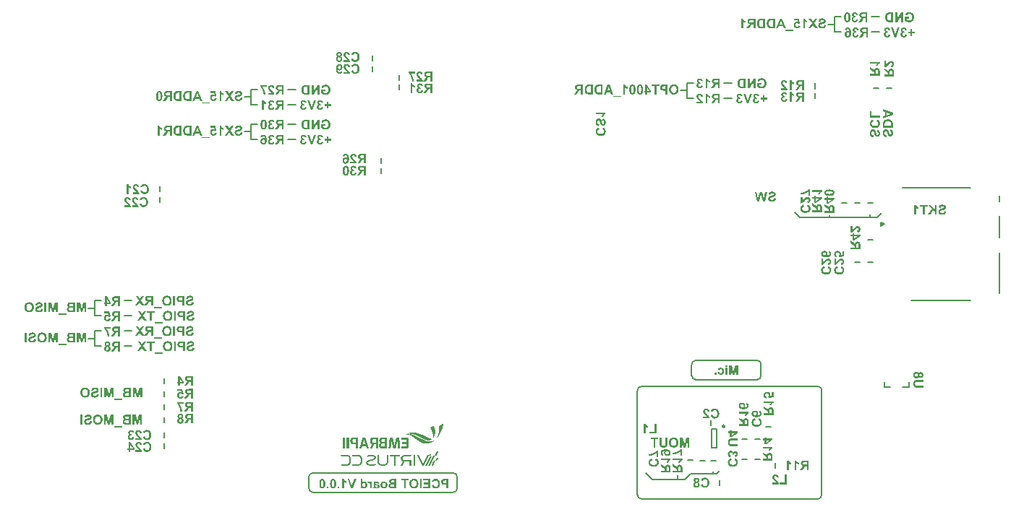
<source format=gbr>
%TF.GenerationSoftware,Altium Limited,Altium Designer,24.9.1 (31)*%
G04 Layer_Color=32896*
%FSLAX45Y45*%
%MOMM*%
%TF.SameCoordinates,E868E159-F76C-425E-9157-6F4710699125*%
%TF.FilePolarity,Positive*%
%TF.FileFunction,Legend,Bot*%
%TF.Part,Single*%
G01*
G75*
%TA.AperFunction,NonConductor*%
%ADD70C,0.20000*%
%ADD72C,0.25000*%
%ADD78C,0.15000*%
G36*
X6065000Y-2112000D02*
X6025000Y-2132000D01*
Y-2092000D01*
X6065000Y-2112000D01*
D02*
G37*
G36*
X788441Y-4478492D02*
X789261D01*
Y-4480132D01*
X790081D01*
Y-4481771D01*
X790901D01*
Y-4483411D01*
X791721D01*
Y-4485050D01*
X792540D01*
Y-4485870D01*
X793360D01*
Y-4487509D01*
X794180D01*
Y-4489968D01*
X794999D01*
Y-4491608D01*
X795819D01*
Y-4493248D01*
X796639D01*
Y-4494887D01*
X797459D01*
Y-4497346D01*
X798278D01*
Y-4498985D01*
X799098D01*
Y-4501445D01*
X799918D01*
Y-4503084D01*
X800738D01*
Y-4505543D01*
X801557D01*
Y-4508003D01*
X802377D01*
Y-4511282D01*
X803197D01*
Y-4513741D01*
X804016D01*
Y-4517020D01*
X804836D01*
Y-4521118D01*
X805656D01*
Y-4525217D01*
X806476D01*
Y-4530955D01*
X807296D01*
Y-4539152D01*
X808115D01*
Y-4557186D01*
X807296D01*
Y-4565384D01*
X806476D01*
Y-4570302D01*
X805656D01*
Y-4574401D01*
X804836D01*
Y-4577680D01*
X804016D01*
Y-4580959D01*
X803197D01*
Y-4584238D01*
X802377D01*
Y-4586697D01*
X801557D01*
Y-4589156D01*
X800738D01*
Y-4591615D01*
X799918D01*
Y-4593255D01*
X799098D01*
Y-4595714D01*
X798278D01*
Y-4597353D01*
X797459D01*
Y-4599812D01*
X796639D01*
Y-4601452D01*
X795819D01*
Y-4603092D01*
X794999D01*
Y-4604731D01*
X794180D01*
Y-4606371D01*
X793360D01*
Y-4607190D01*
X792540D01*
Y-4608830D01*
X791721D01*
Y-4610469D01*
X790901D01*
Y-4612108D01*
X790081D01*
Y-4612928D01*
X789261D01*
Y-4614568D01*
X788441D01*
Y-4615388D01*
X787622D01*
Y-4617027D01*
X786802D01*
Y-4617847D01*
X785982D01*
Y-4618667D01*
X785163D01*
Y-4620306D01*
X784343D01*
Y-4621125D01*
X783523D01*
Y-4621945D01*
X782704D01*
Y-4622765D01*
X781884D01*
Y-4624405D01*
X781064D01*
Y-4625224D01*
X780244D01*
Y-4626044D01*
X779424D01*
Y-4626864D01*
X778605D01*
Y-4627683D01*
X777785D01*
Y-4628503D01*
X776965D01*
Y-4629323D01*
X776146D01*
Y-4630143D01*
X775326D01*
Y-4630962D01*
X774506D01*
Y-4631782D01*
X773687D01*
Y-4632602D01*
X772867D01*
Y-4633422D01*
X772047D01*
Y-4634241D01*
X770407D01*
Y-4635061D01*
X769588D01*
Y-4635881D01*
X768768D01*
Y-4636700D01*
X767129D01*
Y-4637520D01*
X766309D01*
Y-4638340D01*
X765489D01*
Y-4639160D01*
X763850D01*
Y-4639980D01*
X763030D01*
Y-4640799D01*
X761390D01*
Y-4641619D01*
X759751D01*
Y-4642439D01*
X758112D01*
Y-4643258D01*
X756472D01*
Y-4644078D01*
X754832D01*
Y-4644898D01*
X753193D01*
Y-4645717D01*
X750734D01*
Y-4646537D01*
X748275D01*
Y-4647357D01*
X744996D01*
Y-4648177D01*
X740897D01*
Y-4648997D01*
X725322D01*
Y-4648177D01*
X720404D01*
Y-4647357D01*
X717125D01*
Y-4646537D01*
X713026D01*
Y-4645717D01*
X710567D01*
Y-4644898D01*
X707288D01*
Y-4644078D01*
X704829D01*
Y-4643258D01*
X701550D01*
Y-4642439D01*
X699091D01*
Y-4641619D01*
X696632D01*
Y-4640799D01*
X694992D01*
Y-4639980D01*
X692533D01*
Y-4639160D01*
X690074D01*
Y-4638340D01*
X687615D01*
Y-4637520D01*
X685975D01*
Y-4636700D01*
X683516D01*
Y-4635881D01*
X681876D01*
Y-4635061D01*
X679417D01*
Y-4634241D01*
X677778D01*
Y-4633422D01*
X676138D01*
Y-4632602D01*
X673679D01*
Y-4631782D01*
X672040D01*
Y-4630962D01*
X670400D01*
Y-4630143D01*
X667941D01*
Y-4629323D01*
X666301D01*
Y-4628503D01*
X664662D01*
Y-4627683D01*
X663023D01*
Y-4626864D01*
X661383D01*
Y-4626044D01*
X659744D01*
Y-4625224D01*
X657284D01*
Y-4624405D01*
X655645D01*
Y-4623585D01*
X654006D01*
Y-4622765D01*
X652366D01*
Y-4621945D01*
X650727D01*
Y-4621125D01*
X649087D01*
Y-4620306D01*
X647448D01*
Y-4619486D01*
X645808D01*
Y-4618667D01*
X644169D01*
Y-4617847D01*
X642529D01*
Y-4617027D01*
X640890D01*
Y-4616207D01*
X639250D01*
Y-4615388D01*
X637611D01*
Y-4614568D01*
X635972D01*
Y-4613748D01*
X634332D01*
Y-4612928D01*
X632692D01*
Y-4612108D01*
X630233D01*
Y-4611289D01*
X628594D01*
Y-4610469D01*
X626955D01*
Y-4609649D01*
X625315D01*
Y-4608830D01*
X623675D01*
Y-4608010D01*
X622036D01*
Y-4607190D01*
X620397D01*
Y-4606371D01*
X618757D01*
Y-4605551D01*
X617118D01*
Y-4604731D01*
X615478D01*
Y-4603911D01*
X613839D01*
Y-4603092D01*
X612199D01*
Y-4602272D01*
X610560D01*
Y-4601452D01*
X608920D01*
Y-4600632D01*
X607281D01*
Y-4599812D01*
X605641D01*
Y-4598993D01*
X604002D01*
Y-4598173D01*
X602363D01*
Y-4597353D01*
X600723D01*
Y-4596534D01*
X599083D01*
Y-4595714D01*
X597444D01*
Y-4594894D01*
X594985D01*
Y-4594075D01*
X593346D01*
Y-4593255D01*
X591706D01*
Y-4592435D01*
X590066D01*
Y-4591615D01*
X588427D01*
Y-4590795D01*
X585968D01*
Y-4589976D01*
X584328D01*
Y-4589156D01*
X582689D01*
Y-4588336D01*
X581050D01*
Y-4587517D01*
X578590D01*
Y-4586697D01*
X576951D01*
Y-4585877D01*
X575311D01*
Y-4585058D01*
X572852D01*
Y-4584238D01*
X571213D01*
Y-4583418D01*
X568753D01*
Y-4582598D01*
X567114D01*
Y-4581778D01*
X564655D01*
Y-4580959D01*
X562196D01*
Y-4580139D01*
X560556D01*
Y-4579319D01*
X558097D01*
Y-4578500D01*
X555638D01*
Y-4577680D01*
X553178D01*
Y-4576860D01*
X550719D01*
Y-4576040D01*
X548260D01*
Y-4575221D01*
X545801D01*
Y-4574401D01*
X542522D01*
Y-4573581D01*
X539243D01*
Y-4572761D01*
X535964D01*
Y-4571942D01*
X532685D01*
Y-4571122D01*
X528587D01*
Y-4570302D01*
X523668D01*
Y-4569483D01*
X517110D01*
Y-4568663D01*
X497437D01*
Y-4569483D01*
X492518D01*
Y-4570302D01*
X488420D01*
Y-4571122D01*
X485141D01*
Y-4571942D01*
X482682D01*
Y-4572761D01*
X480223D01*
Y-4573581D01*
X477763D01*
Y-4574401D01*
X476124D01*
Y-4575221D01*
X473665D01*
Y-4576040D01*
X472025D01*
Y-4576860D01*
X470386D01*
Y-4576040D01*
X471206D01*
Y-4575221D01*
X472845D01*
Y-4574401D01*
X474484D01*
Y-4573581D01*
X476124D01*
Y-4572761D01*
X477763D01*
Y-4571942D01*
X479403D01*
Y-4571122D01*
X481042D01*
Y-4570302D01*
X482682D01*
Y-4569483D01*
X484321D01*
Y-4568663D01*
X485960D01*
Y-4567843D01*
X488420D01*
Y-4567023D01*
X490059D01*
Y-4566203D01*
X492518D01*
Y-4565384D01*
X494978D01*
Y-4564564D01*
X497437D01*
Y-4563744D01*
X499896D01*
Y-4562925D01*
X502355D01*
Y-4562105D01*
X504815D01*
Y-4561285D01*
X508093D01*
Y-4560466D01*
X512192D01*
Y-4559646D01*
X516291D01*
Y-4558826D01*
X520389D01*
Y-4558006D01*
X526947D01*
Y-4557186D01*
X536784D01*
Y-4556367D01*
X555638D01*
Y-4557186D01*
X566294D01*
Y-4558006D01*
X572852D01*
Y-4558826D01*
X578590D01*
Y-4559646D01*
X582689D01*
Y-4560466D01*
X587607D01*
Y-4561285D01*
X590886D01*
Y-4562105D01*
X594985D01*
Y-4562925D01*
X598264D01*
Y-4563744D01*
X601543D01*
Y-4564564D01*
X604822D01*
Y-4565384D01*
X608101D01*
Y-4566203D01*
X610560D01*
Y-4567023D01*
X613839D01*
Y-4567843D01*
X616298D01*
Y-4568663D01*
X618757D01*
Y-4569483D01*
X621216D01*
Y-4570302D01*
X623675D01*
Y-4571122D01*
X626135D01*
Y-4571942D01*
X628594D01*
Y-4572761D01*
X631053D01*
Y-4573581D01*
X633512D01*
Y-4574401D01*
X635152D01*
Y-4575221D01*
X637611D01*
Y-4576040D01*
X640070D01*
Y-4576860D01*
X641710D01*
Y-4577680D01*
X644169D01*
Y-4578500D01*
X646628D01*
Y-4579319D01*
X648267D01*
Y-4580139D01*
X650727D01*
Y-4580959D01*
X652366D01*
Y-4581778D01*
X654006D01*
Y-4582598D01*
X656465D01*
Y-4583418D01*
X658104D01*
Y-4584238D01*
X660564D01*
Y-4585058D01*
X662203D01*
Y-4585877D01*
X663842D01*
Y-4586697D01*
X665482D01*
Y-4587517D01*
X667941D01*
Y-4588336D01*
X669581D01*
Y-4589156D01*
X671220D01*
Y-4589976D01*
X672859D01*
Y-4590795D01*
X675319D01*
Y-4591615D01*
X676958D01*
Y-4592435D01*
X678598D01*
Y-4593255D01*
X680237D01*
Y-4594075D01*
X681876D01*
Y-4594894D01*
X683516D01*
Y-4595714D01*
X685975D01*
Y-4596534D01*
X687615D01*
Y-4597353D01*
X689254D01*
Y-4598173D01*
X690893D01*
Y-4598993D01*
X692533D01*
Y-4599812D01*
X694173D01*
Y-4600632D01*
X695812D01*
Y-4601452D01*
X697451D01*
Y-4602272D01*
X699091D01*
Y-4603092D01*
X700730D01*
Y-4603911D01*
X703190D01*
Y-4604731D01*
X704829D01*
Y-4605551D01*
X706468D01*
Y-4606371D01*
X708108D01*
Y-4607190D01*
X709747D01*
Y-4608010D01*
X711387D01*
Y-4608830D01*
X713026D01*
Y-4609649D01*
X714666D01*
Y-4610469D01*
X716305D01*
Y-4611289D01*
X717945D01*
Y-4612108D01*
X719584D01*
Y-4612928D01*
X722043D01*
Y-4613748D01*
X723683D01*
Y-4614568D01*
X725322D01*
Y-4615388D01*
X726962D01*
Y-4616207D01*
X728601D01*
Y-4617027D01*
X730241D01*
Y-4617847D01*
X732700D01*
Y-4618667D01*
X734339D01*
Y-4619486D01*
X735979D01*
Y-4620306D01*
X737618D01*
Y-4621125D01*
X740078D01*
Y-4621945D01*
X741717D01*
Y-4622765D01*
X744176D01*
Y-4623585D01*
X745815D01*
Y-4624405D01*
X748275D01*
Y-4625224D01*
X750734D01*
Y-4626044D01*
X753193D01*
Y-4626864D01*
X755652D01*
Y-4627683D01*
X758931D01*
Y-4628503D01*
X762210D01*
Y-4629323D01*
X772047D01*
Y-4628503D01*
X774506D01*
Y-4627683D01*
X775326D01*
Y-4626864D01*
X776965D01*
Y-4626044D01*
X777785D01*
Y-4625224D01*
X778605D01*
Y-4623585D01*
X779424D01*
Y-4622765D01*
X780244D01*
Y-4621125D01*
X781064D01*
Y-4618667D01*
X781884D01*
Y-4616207D01*
X782704D01*
Y-4611289D01*
X783523D01*
Y-4594075D01*
X782704D01*
Y-4587517D01*
X781884D01*
Y-4581778D01*
X781064D01*
Y-4577680D01*
X780244D01*
Y-4573581D01*
X779424D01*
Y-4570302D01*
X778605D01*
Y-4567023D01*
X777785D01*
Y-4563744D01*
X776965D01*
Y-4561285D01*
X776146D01*
Y-4558006D01*
X775326D01*
Y-4555547D01*
X774506D01*
Y-4553088D01*
X773687D01*
Y-4550629D01*
X772867D01*
Y-4548169D01*
X772047D01*
Y-4545710D01*
X771227D01*
Y-4543251D01*
X770407D01*
Y-4540792D01*
X769588D01*
Y-4539152D01*
X768768D01*
Y-4536693D01*
X767948D01*
Y-4535054D01*
X767129D01*
Y-4532594D01*
X766309D01*
Y-4530955D01*
X765489D01*
Y-4529316D01*
X764669D01*
Y-4527676D01*
X763850D01*
Y-4525217D01*
X763030D01*
Y-4523577D01*
X762210D01*
Y-4521938D01*
X761390D01*
Y-4520299D01*
X760571D01*
Y-4518659D01*
X759751D01*
Y-4517020D01*
X758931D01*
Y-4516200D01*
X758112D01*
Y-4514560D01*
X757292D01*
Y-4512921D01*
X756472D01*
Y-4511282D01*
X755652D01*
Y-4510462D01*
X754832D01*
Y-4508822D01*
X754013D01*
Y-4508003D01*
X753193D01*
Y-4506363D01*
X752373D01*
Y-4505543D01*
X751554D01*
Y-4503904D01*
X750734D01*
Y-4503084D01*
X749914D01*
Y-4502265D01*
X749095D01*
Y-4500625D01*
X749914D01*
Y-4499805D01*
X750734D01*
Y-4498985D01*
X752373D01*
Y-4498166D01*
X754013D01*
Y-4497346D01*
X754832D01*
Y-4496526D01*
X756472D01*
Y-4495707D01*
X758112D01*
Y-4494887D01*
X758931D01*
Y-4494067D01*
X760571D01*
Y-4493248D01*
X762210D01*
Y-4492428D01*
X763030D01*
Y-4491608D01*
X764669D01*
Y-4490788D01*
X766309D01*
Y-4489968D01*
X767129D01*
Y-4489149D01*
X768768D01*
Y-4488329D01*
X770407D01*
Y-4487509D01*
X771227D01*
Y-4486690D01*
X772867D01*
Y-4485870D01*
X774506D01*
Y-4485050D01*
X775326D01*
Y-4484231D01*
X776965D01*
Y-4483411D01*
X778605D01*
Y-4482591D01*
X779424D01*
Y-4481771D01*
X781064D01*
Y-4480951D01*
X782704D01*
Y-4480132D01*
X783523D01*
Y-4479312D01*
X785163D01*
Y-4478492D01*
X786802D01*
Y-4477673D01*
X788441D01*
Y-4478492D01*
D02*
G37*
G36*
X902384Y-4456360D02*
X901564D01*
Y-4462918D01*
X900745D01*
Y-4468656D01*
X899925D01*
Y-4473574D01*
X899105D01*
Y-4477673D01*
X898286D01*
Y-4481771D01*
X897466D01*
Y-4485050D01*
X896646D01*
Y-4488329D01*
X895827D01*
Y-4492428D01*
X895007D01*
Y-4494887D01*
X894187D01*
Y-4498166D01*
X893367D01*
Y-4500625D01*
X892547D01*
Y-4503904D01*
X891728D01*
Y-4506363D01*
X890908D01*
Y-4508822D01*
X890088D01*
Y-4511282D01*
X889268D01*
Y-4513741D01*
X888449D01*
Y-4516200D01*
X887629D01*
Y-4518659D01*
X886809D01*
Y-4521118D01*
X885990D01*
Y-4522758D01*
X885170D01*
Y-4525217D01*
X884350D01*
Y-4527676D01*
X883530D01*
Y-4529316D01*
X882711D01*
Y-4531775D01*
X881891D01*
Y-4533414D01*
X881071D01*
Y-4535054D01*
X880251D01*
Y-4537513D01*
X879432D01*
Y-4539152D01*
X878612D01*
Y-4540792D01*
X877792D01*
Y-4543251D01*
X876972D01*
Y-4544891D01*
X876153D01*
Y-4546530D01*
X875333D01*
Y-4548169D01*
X874514D01*
Y-4549809D01*
X873694D01*
Y-4551449D01*
X872874D01*
Y-4553088D01*
X872054D01*
Y-4554727D01*
X871234D01*
Y-4556367D01*
X870415D01*
Y-4558006D01*
X869595D01*
Y-4559646D01*
X868775D01*
Y-4561285D01*
X867955D01*
Y-4562925D01*
X867136D01*
Y-4564564D01*
X866316D01*
Y-4566203D01*
X865496D01*
Y-4567023D01*
X864677D01*
Y-4568663D01*
X863857D01*
Y-4570302D01*
X863037D01*
Y-4571942D01*
X862217D01*
Y-4573581D01*
X861398D01*
Y-4574401D01*
X860578D01*
Y-4576040D01*
X859758D01*
Y-4577680D01*
X858939D01*
Y-4578500D01*
X858119D01*
Y-4580139D01*
X857299D01*
Y-4581778D01*
X856479D01*
Y-4582598D01*
X855659D01*
Y-4584238D01*
X854840D01*
Y-4585058D01*
X854020D01*
Y-4586697D01*
X853200D01*
Y-4587517D01*
X852381D01*
Y-4589156D01*
X851561D01*
Y-4589976D01*
X850741D01*
Y-4591615D01*
X849922D01*
Y-4592435D01*
X849102D01*
Y-4594075D01*
X848282D01*
Y-4594894D01*
X847462D01*
Y-4596534D01*
X846642D01*
Y-4597353D01*
X845823D01*
Y-4598993D01*
X845003D01*
Y-4599812D01*
X844183D01*
Y-4600632D01*
X843364D01*
Y-4602272D01*
X842544D01*
Y-4603092D01*
X841724D01*
Y-4603911D01*
X840905D01*
Y-4605551D01*
X840085D01*
Y-4606371D01*
X839265D01*
Y-4607190D01*
X838445D01*
Y-4608830D01*
X837625D01*
Y-4609649D01*
X836806D01*
Y-4610469D01*
X835986D01*
Y-4611289D01*
X835166D01*
Y-4612928D01*
X834347D01*
Y-4613748D01*
X833527D01*
Y-4614568D01*
X832707D01*
Y-4615388D01*
X831887D01*
Y-4617027D01*
X831068D01*
Y-4617847D01*
X830248D01*
Y-4618667D01*
X829428D01*
Y-4619486D01*
X828608D01*
Y-4620306D01*
X827789D01*
Y-4621125D01*
X826969D01*
Y-4621945D01*
X826149D01*
Y-4623585D01*
X825330D01*
Y-4624405D01*
X824510D01*
Y-4625224D01*
X823690D01*
Y-4626044D01*
X822870D01*
Y-4626864D01*
X822050D01*
Y-4627683D01*
X821231D01*
Y-4628503D01*
X820411D01*
Y-4629323D01*
X819591D01*
Y-4630143D01*
X818772D01*
Y-4630962D01*
X817952D01*
Y-4631782D01*
X817132D01*
Y-4632602D01*
X816313D01*
Y-4633422D01*
X815493D01*
Y-4634241D01*
X814673D01*
Y-4635061D01*
X813853D01*
Y-4635881D01*
X813033D01*
Y-4636700D01*
X812214D01*
Y-4637520D01*
X811394D01*
Y-4638340D01*
X810574D01*
Y-4639160D01*
X809755D01*
Y-4639980D01*
X808935D01*
Y-4640799D01*
X808115D01*
Y-4641619D01*
X807296D01*
Y-4642439D01*
X806476D01*
Y-4643258D01*
X804836D01*
Y-4644078D01*
X804016D01*
Y-4644898D01*
X803197D01*
Y-4645717D01*
X802377D01*
Y-4646537D01*
X801557D01*
Y-4647357D01*
X799918D01*
Y-4648177D01*
X799098D01*
Y-4648997D01*
X798278D01*
Y-4649816D01*
X797459D01*
Y-4650636D01*
X796639D01*
Y-4651456D01*
X794999D01*
Y-4652275D01*
X794180D01*
Y-4653095D01*
X793360D01*
Y-4653915D01*
X791721D01*
Y-4654734D01*
X790901D01*
Y-4655554D01*
X790081D01*
Y-4656374D01*
X788441D01*
Y-4657194D01*
X787622D01*
Y-4658014D01*
X785982D01*
Y-4658833D01*
X785163D01*
Y-4659653D01*
X783523D01*
Y-4660473D01*
X782704D01*
Y-4661292D01*
X781064D01*
Y-4662112D01*
X780244D01*
Y-4662932D01*
X778605D01*
Y-4663752D01*
X777785D01*
Y-4664571D01*
X776146D01*
Y-4665391D01*
X774506D01*
Y-4666211D01*
X773687D01*
Y-4667031D01*
X772047D01*
Y-4667850D01*
X770407D01*
Y-4668670D01*
X768768D01*
Y-4669490D01*
X767129D01*
Y-4670309D01*
X765489D01*
Y-4671129D01*
X763850D01*
Y-4671949D01*
X762210D01*
Y-4672769D01*
X760571D01*
Y-4673589D01*
X758931D01*
Y-4674408D01*
X757292D01*
Y-4675228D01*
X754832D01*
Y-4676048D01*
X753193D01*
Y-4676867D01*
X750734D01*
Y-4677687D01*
X748275D01*
Y-4678507D01*
X745815D01*
Y-4679326D01*
X743356D01*
Y-4680146D01*
X740897D01*
Y-4680966D01*
X737618D01*
Y-4681786D01*
X734339D01*
Y-4682606D01*
X731060D01*
Y-4683425D01*
X726142D01*
Y-4684245D01*
X721223D01*
Y-4685065D01*
X713026D01*
Y-4685884D01*
X692533D01*
Y-4685065D01*
X684336D01*
Y-4684245D01*
X678598D01*
Y-4683425D01*
X673679D01*
Y-4682606D01*
X670400D01*
Y-4681786D01*
X667121D01*
Y-4680966D01*
X664662D01*
Y-4680146D01*
X662203D01*
Y-4679326D01*
X659744D01*
Y-4678507D01*
X657284D01*
Y-4677687D01*
X655645D01*
Y-4676867D01*
X653186D01*
Y-4676048D01*
X651547D01*
Y-4675228D01*
X649087D01*
Y-4674408D01*
X647448D01*
Y-4673589D01*
X645808D01*
Y-4672769D01*
X644169D01*
Y-4671949D01*
X642529D01*
Y-4671129D01*
X640890D01*
Y-4670309D01*
X639250D01*
Y-4669490D01*
X637611D01*
Y-4668670D01*
X635972D01*
Y-4667850D01*
X634332D01*
Y-4667031D01*
X633512D01*
Y-4666211D01*
X631873D01*
Y-4665391D01*
X630233D01*
Y-4664571D01*
X628594D01*
Y-4663752D01*
X627774D01*
Y-4662932D01*
X626135D01*
Y-4662112D01*
X624495D01*
Y-4661292D01*
X623675D01*
Y-4660473D01*
X622036D01*
Y-4659653D01*
X621216D01*
Y-4658833D01*
X619577D01*
Y-4658014D01*
X617938D01*
Y-4657194D01*
X617118D01*
Y-4656374D01*
X615478D01*
Y-4655554D01*
X614658D01*
Y-4654734D01*
X613019D01*
Y-4653915D01*
X612199D01*
Y-4653095D01*
X610560D01*
Y-4652275D01*
X609740D01*
Y-4651456D01*
X608101D01*
Y-4650636D01*
X607281D01*
Y-4649816D01*
X605641D01*
Y-4648997D01*
X604822D01*
Y-4648177D01*
X603182D01*
Y-4647357D01*
X602363D01*
Y-4646537D01*
X600723D01*
Y-4645717D01*
X599903D01*
Y-4644898D01*
X599083D01*
Y-4644078D01*
X597444D01*
Y-4643258D01*
X596624D01*
Y-4642439D01*
X594985D01*
Y-4641619D01*
X594165D01*
Y-4640799D01*
X593346D01*
Y-4639980D01*
X591706D01*
Y-4639160D01*
X590886D01*
Y-4638340D01*
X589247D01*
Y-4637520D01*
X588427D01*
Y-4636700D01*
X587607D01*
Y-4635881D01*
X585968D01*
Y-4635061D01*
X585148D01*
Y-4634241D01*
X583509D01*
Y-4633422D01*
X582689D01*
Y-4632602D01*
X581869D01*
Y-4631782D01*
X580230D01*
Y-4630962D01*
X579410D01*
Y-4630143D01*
X578590D01*
Y-4629323D01*
X576951D01*
Y-4628503D01*
X576131D01*
Y-4627683D01*
X574491D01*
Y-4626864D01*
X573672D01*
Y-4626044D01*
X572852D01*
Y-4625224D01*
X571213D01*
Y-4624405D01*
X570393D01*
Y-4623585D01*
X569573D01*
Y-4622765D01*
X567934D01*
Y-4621945D01*
X567114D01*
Y-4621125D01*
X566294D01*
Y-4620306D01*
X564655D01*
Y-4619486D01*
X563835D01*
Y-4618667D01*
X562196D01*
Y-4617847D01*
X561376D01*
Y-4617027D01*
X560556D01*
Y-4616207D01*
X558917D01*
Y-4615388D01*
X558097D01*
Y-4614568D01*
X556458D01*
Y-4613748D01*
X555638D01*
Y-4612928D01*
X554818D01*
Y-4612108D01*
X553178D01*
Y-4611289D01*
X552359D01*
Y-4610469D01*
X550719D01*
Y-4609649D01*
X549900D01*
Y-4608830D01*
X549080D01*
Y-4608010D01*
X547441D01*
Y-4607190D01*
X546621D01*
Y-4606371D01*
X544981D01*
Y-4605551D01*
X544161D01*
Y-4604731D01*
X542522D01*
Y-4603911D01*
X541702D01*
Y-4603092D01*
X540063D01*
Y-4602272D01*
X539243D01*
Y-4601452D01*
X537604D01*
Y-4600632D01*
X536784D01*
Y-4599812D01*
X535144D01*
Y-4598993D01*
X534325D01*
Y-4598173D01*
X532685D01*
Y-4597353D01*
X531046D01*
Y-4596534D01*
X530226D01*
Y-4595714D01*
X528587D01*
Y-4594894D01*
X526947D01*
Y-4594075D01*
X526127D01*
Y-4593255D01*
X524488D01*
Y-4592435D01*
X522849D01*
Y-4591615D01*
X521209D01*
Y-4590795D01*
X520389D01*
Y-4589976D01*
X518750D01*
Y-4589156D01*
X517110D01*
Y-4588336D01*
X515471D01*
Y-4587517D01*
X513832D01*
Y-4586697D01*
X512192D01*
Y-4585877D01*
X510552D01*
Y-4585058D01*
X508093D01*
Y-4584238D01*
X506454D01*
Y-4583418D01*
X503995D01*
Y-4582598D01*
X502355D01*
Y-4581778D01*
X499896D01*
Y-4580959D01*
X496617D01*
Y-4580139D01*
X493338D01*
Y-4579319D01*
X489240D01*
Y-4578500D01*
X476943D01*
Y-4579319D01*
X472845D01*
Y-4580139D01*
X470386D01*
Y-4580959D01*
X468746D01*
Y-4581778D01*
X467107D01*
Y-4582598D01*
X465467D01*
Y-4581778D01*
X466287D01*
Y-4580959D01*
X467107D01*
Y-4580139D01*
X468746D01*
Y-4579319D01*
X470386D01*
Y-4578500D01*
X472025D01*
Y-4577680D01*
X473665D01*
Y-4576860D01*
X476124D01*
Y-4576040D01*
X479403D01*
Y-4575221D01*
X483501D01*
Y-4574401D01*
X489240D01*
Y-4573581D01*
X506454D01*
Y-4574401D01*
X513012D01*
Y-4575221D01*
X517930D01*
Y-4576040D01*
X522849D01*
Y-4576860D01*
X526127D01*
Y-4577680D01*
X529406D01*
Y-4578500D01*
X532685D01*
Y-4579319D01*
X535144D01*
Y-4580139D01*
X538424D01*
Y-4580959D01*
X540883D01*
Y-4581778D01*
X543342D01*
Y-4582598D01*
X545801D01*
Y-4583418D01*
X548260D01*
Y-4584238D01*
X549900D01*
Y-4585058D01*
X552359D01*
Y-4585877D01*
X553998D01*
Y-4586697D01*
X556458D01*
Y-4587517D01*
X558097D01*
Y-4588336D01*
X560556D01*
Y-4589156D01*
X562196D01*
Y-4589976D01*
X563835D01*
Y-4590795D01*
X566294D01*
Y-4591615D01*
X567934D01*
Y-4592435D01*
X569573D01*
Y-4593255D01*
X571213D01*
Y-4594075D01*
X572852D01*
Y-4594894D01*
X574491D01*
Y-4595714D01*
X576131D01*
Y-4596534D01*
X577770D01*
Y-4597353D01*
X579410D01*
Y-4598173D01*
X581050D01*
Y-4598993D01*
X582689D01*
Y-4599812D01*
X584328D01*
Y-4600632D01*
X585968D01*
Y-4601452D01*
X587607D01*
Y-4602272D01*
X589247D01*
Y-4603092D01*
X590886D01*
Y-4603911D01*
X592526D01*
Y-4604731D01*
X594165D01*
Y-4605551D01*
X595805D01*
Y-4606371D01*
X597444D01*
Y-4607190D01*
X599083D01*
Y-4608010D01*
X600723D01*
Y-4608830D01*
X602363D01*
Y-4609649D01*
X604002D01*
Y-4610469D01*
X605641D01*
Y-4611289D01*
X607281D01*
Y-4612108D01*
X608920D01*
Y-4612928D01*
X610560D01*
Y-4613748D01*
X612199D01*
Y-4614568D01*
X613839D01*
Y-4615388D01*
X615478D01*
Y-4616207D01*
X617118D01*
Y-4617027D01*
X619577D01*
Y-4617847D01*
X621216D01*
Y-4618667D01*
X622856D01*
Y-4619486D01*
X624495D01*
Y-4620306D01*
X626135D01*
Y-4621125D01*
X627774D01*
Y-4621945D01*
X629414D01*
Y-4622765D01*
X631053D01*
Y-4623585D01*
X632692D01*
Y-4624405D01*
X635152D01*
Y-4625224D01*
X636791D01*
Y-4626044D01*
X638431D01*
Y-4626864D01*
X640070D01*
Y-4627683D01*
X641710D01*
Y-4628503D01*
X643349D01*
Y-4629323D01*
X645808D01*
Y-4630143D01*
X647448D01*
Y-4630962D01*
X649087D01*
Y-4631782D01*
X650727D01*
Y-4632602D01*
X652366D01*
Y-4633422D01*
X654825D01*
Y-4634241D01*
X656465D01*
Y-4635061D01*
X658104D01*
Y-4635881D01*
X659744D01*
Y-4636700D01*
X661383D01*
Y-4637520D01*
X663842D01*
Y-4638340D01*
X665482D01*
Y-4639160D01*
X667121D01*
Y-4639980D01*
X669581D01*
Y-4640799D01*
X671220D01*
Y-4641619D01*
X672859D01*
Y-4642439D01*
X675319D01*
Y-4643258D01*
X676958D01*
Y-4644078D01*
X679417D01*
Y-4644898D01*
X681057D01*
Y-4645717D01*
X682696D01*
Y-4646537D01*
X685156D01*
Y-4647357D01*
X686795D01*
Y-4648177D01*
X689254D01*
Y-4648997D01*
X691713D01*
Y-4649816D01*
X693353D01*
Y-4650636D01*
X695812D01*
Y-4651456D01*
X698271D01*
Y-4652275D01*
X700730D01*
Y-4653095D01*
X703190D01*
Y-4653915D01*
X705649D01*
Y-4654734D01*
X708928D01*
Y-4655554D01*
X712207D01*
Y-4656374D01*
X716305D01*
Y-4657194D01*
X721223D01*
Y-4658014D01*
X726962D01*
Y-4658833D01*
X736798D01*
Y-4659653D01*
X752373D01*
Y-4658833D01*
X761390D01*
Y-4658014D01*
X766309D01*
Y-4657194D01*
X770407D01*
Y-4656374D01*
X773687D01*
Y-4655554D01*
X776146D01*
Y-4654734D01*
X778605D01*
Y-4653915D01*
X781064D01*
Y-4653095D01*
X783523D01*
Y-4652275D01*
X785163D01*
Y-4651456D01*
X787622D01*
Y-4650636D01*
X789261D01*
Y-4649816D01*
X790901D01*
Y-4648997D01*
X792540D01*
Y-4648177D01*
X794180D01*
Y-4647357D01*
X795819D01*
Y-4646537D01*
X796639D01*
Y-4645717D01*
X798278D01*
Y-4644898D01*
X799918D01*
Y-4644078D01*
X800738D01*
Y-4643258D01*
X801557D01*
Y-4642439D01*
X803197D01*
Y-4641619D01*
X804016D01*
Y-4640799D01*
X805656D01*
Y-4639980D01*
X806476D01*
Y-4639160D01*
X807296D01*
Y-4638340D01*
X808115D01*
Y-4637520D01*
X808935D01*
Y-4636700D01*
X810574D01*
Y-4635881D01*
X811394D01*
Y-4635061D01*
X812214D01*
Y-4634241D01*
X813033D01*
Y-4633422D01*
X813853D01*
Y-4632602D01*
X814673D01*
Y-4631782D01*
X815493D01*
Y-4630962D01*
X816313D01*
Y-4630143D01*
X817132D01*
Y-4628503D01*
X817952D01*
Y-4627683D01*
X818772D01*
Y-4626864D01*
X819591D01*
Y-4626044D01*
X820411D01*
Y-4625224D01*
X821231D01*
Y-4623585D01*
X822050D01*
Y-4622765D01*
X822870D01*
Y-4621945D01*
X823690D01*
Y-4620306D01*
X824510D01*
Y-4619486D01*
X825330D01*
Y-4618667D01*
X826149D01*
Y-4617027D01*
X826969D01*
Y-4616207D01*
X827789D01*
Y-4614568D01*
X828608D01*
Y-4612928D01*
X829428D01*
Y-4612108D01*
X830248D01*
Y-4610469D01*
X831068D01*
Y-4608830D01*
X831887D01*
Y-4607190D01*
X832707D01*
Y-4605551D01*
X833527D01*
Y-4603911D01*
X834347D01*
Y-4602272D01*
X835166D01*
Y-4600632D01*
X835986D01*
Y-4598993D01*
X836806D01*
Y-4597353D01*
X837625D01*
Y-4594894D01*
X838445D01*
Y-4593255D01*
X839265D01*
Y-4590795D01*
X840085D01*
Y-4588336D01*
X840905D01*
Y-4586697D01*
X841724D01*
Y-4584238D01*
X842544D01*
Y-4580959D01*
X843364D01*
Y-4578500D01*
X844183D01*
Y-4576040D01*
X845003D01*
Y-4572761D01*
X845823D01*
Y-4569483D01*
X846642D01*
Y-4565384D01*
X847462D01*
Y-4562105D01*
X848282D01*
Y-4557186D01*
X849102D01*
Y-4552268D01*
X849922D01*
Y-4546530D01*
X850741D01*
Y-4539972D01*
X851561D01*
Y-4530955D01*
X852381D01*
Y-4514560D01*
X853200D01*
Y-4498985D01*
X852381D01*
Y-4480951D01*
X851561D01*
Y-4480132D01*
X852381D01*
Y-4479312D01*
X854020D01*
Y-4478492D01*
X855659D01*
Y-4477673D01*
X856479D01*
Y-4476853D01*
X858119D01*
Y-4476033D01*
X859758D01*
Y-4475213D01*
X861398D01*
Y-4474394D01*
X862217D01*
Y-4473574D01*
X863857D01*
Y-4472754D01*
X865496D01*
Y-4471935D01*
X866316D01*
Y-4471115D01*
X867955D01*
Y-4470295D01*
X869595D01*
Y-4469475D01*
X871234D01*
Y-4468656D01*
X872054D01*
Y-4467836D01*
X873694D01*
Y-4467016D01*
X875333D01*
Y-4466196D01*
X876153D01*
Y-4465376D01*
X877792D01*
Y-4464557D01*
X879432D01*
Y-4463737D01*
X880251D01*
Y-4462918D01*
X881891D01*
Y-4462098D01*
X883530D01*
Y-4461278D01*
X885170D01*
Y-4460458D01*
X885990D01*
Y-4459639D01*
X887629D01*
Y-4458819D01*
X889268D01*
Y-4457999D01*
X890088D01*
Y-4457179D01*
X891728D01*
Y-4456360D01*
X893367D01*
Y-4455540D01*
X895007D01*
Y-4454720D01*
X895827D01*
Y-4453900D01*
X897466D01*
Y-4453081D01*
X899105D01*
Y-4452261D01*
X899925D01*
Y-4451441D01*
X901564D01*
Y-4450622D01*
X902384D01*
Y-4456360D01*
D02*
G37*
G36*
X387593Y-4618667D02*
X388412D01*
Y-4628503D01*
X389232D01*
Y-4637520D01*
X390052D01*
Y-4647357D01*
X390872D01*
Y-4656374D01*
X391692D01*
Y-4666211D01*
X392511D01*
Y-4675228D01*
X393331D01*
Y-4684245D01*
X394151D01*
Y-4694082D01*
X394970D01*
Y-4703099D01*
X395790D01*
Y-4712935D01*
X396610D01*
Y-4721952D01*
X397429D01*
Y-4731789D01*
X398249D01*
Y-4740807D01*
X399069D01*
Y-4744085D01*
X373657D01*
Y-4740807D01*
X372838D01*
Y-4730970D01*
X372018D01*
Y-4721952D01*
X371198D01*
Y-4712116D01*
X370378D01*
Y-4703099D01*
X369559D01*
Y-4694082D01*
X368739D01*
Y-4684245D01*
X367919D01*
Y-4675228D01*
X367100D01*
Y-4666211D01*
X366280D01*
Y-4659653D01*
X365460D01*
Y-4662932D01*
X364640D01*
Y-4666211D01*
X363820D01*
Y-4669490D01*
X363001D01*
Y-4672769D01*
X362181D01*
Y-4676048D01*
X361361D01*
Y-4679326D01*
X360542D01*
Y-4682606D01*
X359722D01*
Y-4685884D01*
X358902D01*
Y-4689163D01*
X358083D01*
Y-4692442D01*
X357263D01*
Y-4695721D01*
X356443D01*
Y-4699000D01*
X355623D01*
Y-4702279D01*
X354803D01*
Y-4705558D01*
X353984D01*
Y-4708837D01*
X353164D01*
Y-4712116D01*
X352344D01*
Y-4715395D01*
X351525D01*
Y-4718674D01*
X350705D01*
Y-4721952D01*
X349885D01*
Y-4725232D01*
X349066D01*
Y-4728510D01*
X348246D01*
Y-4731789D01*
X347426D01*
Y-4735068D01*
X346606D01*
Y-4738347D01*
X345786D01*
Y-4741626D01*
X344967D01*
Y-4744085D01*
X316276D01*
Y-4742446D01*
X315457D01*
Y-4739167D01*
X314637D01*
Y-4735888D01*
X313817D01*
Y-4732609D01*
X312997D01*
Y-4729330D01*
X312177D01*
Y-4726051D01*
X311358D01*
Y-4722772D01*
X310538D01*
Y-4718674D01*
X309718D01*
Y-4715395D01*
X308899D01*
Y-4712116D01*
X308079D01*
Y-4708837D01*
X307259D01*
Y-4705558D01*
X306439D01*
Y-4702279D01*
X305620D01*
Y-4699000D01*
X304800D01*
Y-4694901D01*
X303980D01*
Y-4691623D01*
X303161D01*
Y-4688343D01*
X302341D01*
Y-4685065D01*
X301521D01*
Y-4681786D01*
X300701D01*
Y-4678507D01*
X299882D01*
Y-4675228D01*
X299062D01*
Y-4671129D01*
X298242D01*
Y-4667850D01*
X297422D01*
Y-4664571D01*
X296602D01*
Y-4661292D01*
X295783D01*
Y-4662112D01*
X294963D01*
Y-4670309D01*
X294143D01*
Y-4678507D01*
X293324D01*
Y-4686704D01*
X292504D01*
Y-4695721D01*
X291684D01*
Y-4703918D01*
X290865D01*
Y-4712116D01*
X290045D01*
Y-4720313D01*
X289225D01*
Y-4728510D01*
X288405D01*
Y-4736708D01*
X287586D01*
Y-4744085D01*
X262174D01*
Y-4736708D01*
X262994D01*
Y-4728510D01*
X263813D01*
Y-4719493D01*
X264633D01*
Y-4710476D01*
X265453D01*
Y-4701459D01*
X266273D01*
Y-4693262D01*
X267092D01*
Y-4684245D01*
X267912D01*
Y-4675228D01*
X268732D01*
Y-4666211D01*
X269552D01*
Y-4658014D01*
X270371D01*
Y-4648997D01*
X271191D01*
Y-4639980D01*
X272011D01*
Y-4630962D01*
X272830D01*
Y-4621945D01*
X273650D01*
Y-4613748D01*
X274470D01*
Y-4612928D01*
X309718D01*
Y-4616207D01*
X310538D01*
Y-4619486D01*
X311358D01*
Y-4622765D01*
X312177D01*
Y-4626044D01*
X312997D01*
Y-4629323D01*
X313817D01*
Y-4633422D01*
X314637D01*
Y-4636700D01*
X315457D01*
Y-4639980D01*
X316276D01*
Y-4643258D01*
X317096D01*
Y-4646537D01*
X317916D01*
Y-4649816D01*
X318735D01*
Y-4653095D01*
X319555D01*
Y-4656374D01*
X320375D01*
Y-4660473D01*
X321194D01*
Y-4663752D01*
X322014D01*
Y-4667031D01*
X322834D01*
Y-4670309D01*
X323654D01*
Y-4673589D01*
X324474D01*
Y-4676867D01*
X325293D01*
Y-4680146D01*
X326113D01*
Y-4683425D01*
X326933D01*
Y-4687524D01*
X327752D01*
Y-4690803D01*
X328572D01*
Y-4694082D01*
X329392D01*
Y-4697361D01*
X330211D01*
Y-4700640D01*
X331031D01*
Y-4697361D01*
X331851D01*
Y-4694082D01*
X332671D01*
Y-4690803D01*
X333491D01*
Y-4687524D01*
X334310D01*
Y-4684245D01*
X335130D01*
Y-4680966D01*
X335950D01*
Y-4676867D01*
X336769D01*
Y-4673589D01*
X337589D01*
Y-4670309D01*
X338409D01*
Y-4667031D01*
X339229D01*
Y-4663752D01*
X340048D01*
Y-4660473D01*
X340868D01*
Y-4657194D01*
X341688D01*
Y-4653915D01*
X342508D01*
Y-4650636D01*
X343327D01*
Y-4647357D01*
X344147D01*
Y-4643258D01*
X344967D01*
Y-4639980D01*
X345786D01*
Y-4636700D01*
X346606D01*
Y-4633422D01*
X347426D01*
Y-4630143D01*
X348246D01*
Y-4626864D01*
X349066D01*
Y-4623585D01*
X349885D01*
Y-4620306D01*
X350705D01*
Y-4617027D01*
X351525D01*
Y-4613748D01*
X352344D01*
Y-4612928D01*
X387593D01*
Y-4618667D01*
D02*
G37*
G36*
X244140Y-4744085D02*
X181020D01*
Y-4743266D01*
X176922D01*
Y-4742446D01*
X173643D01*
Y-4741626D01*
X171184D01*
Y-4740807D01*
X169544D01*
Y-4739987D01*
X167085D01*
Y-4739167D01*
X166265D01*
Y-4738347D01*
X164626D01*
Y-4737527D01*
X163806D01*
Y-4736708D01*
X162167D01*
Y-4735888D01*
X161347D01*
Y-4735068D01*
X160527D01*
Y-4734249D01*
X159707D01*
Y-4733429D01*
X158888D01*
Y-4731789D01*
X158068D01*
Y-4730970D01*
X157248D01*
Y-4730150D01*
X156429D01*
Y-4728510D01*
X155609D01*
Y-4726871D01*
X154789D01*
Y-4725232D01*
X153969D01*
Y-4722772D01*
X153150D01*
Y-4720313D01*
X152330D01*
Y-4716215D01*
X151510D01*
Y-4707198D01*
X150690D01*
Y-4703918D01*
X151510D01*
Y-4697361D01*
X152330D01*
Y-4694082D01*
X153150D01*
Y-4691623D01*
X153969D01*
Y-4689163D01*
X154789D01*
Y-4688343D01*
X155609D01*
Y-4686704D01*
X156429D01*
Y-4685065D01*
X157248D01*
Y-4684245D01*
X158068D01*
Y-4683425D01*
X158888D01*
Y-4682606D01*
X159707D01*
Y-4681786D01*
X160527D01*
Y-4680966D01*
X161347D01*
Y-4680146D01*
X162167D01*
Y-4679326D01*
X162986D01*
Y-4678507D01*
X164626D01*
Y-4677687D01*
X166265D01*
Y-4676867D01*
X168725D01*
Y-4676048D01*
X167905D01*
Y-4675228D01*
X166265D01*
Y-4674408D01*
X164626D01*
Y-4673589D01*
X163806D01*
Y-4672769D01*
X162167D01*
Y-4671949D01*
X161347D01*
Y-4671129D01*
X160527D01*
Y-4670309D01*
X159707D01*
Y-4668670D01*
X158888D01*
Y-4667850D01*
X158068D01*
Y-4666211D01*
X157248D01*
Y-4664571D01*
X156429D01*
Y-4662932D01*
X155609D01*
Y-4661292D01*
X154789D01*
Y-4658014D01*
X153969D01*
Y-4653915D01*
X153150D01*
Y-4642439D01*
X153969D01*
Y-4637520D01*
X154789D01*
Y-4634241D01*
X155609D01*
Y-4632602D01*
X156429D01*
Y-4630143D01*
X157248D01*
Y-4628503D01*
X158068D01*
Y-4627683D01*
X158888D01*
Y-4626044D01*
X159707D01*
Y-4625224D01*
X160527D01*
Y-4624405D01*
X161347D01*
Y-4623585D01*
X162167D01*
Y-4622765D01*
X162986D01*
Y-4621945D01*
X163806D01*
Y-4621125D01*
X164626D01*
Y-4620306D01*
X165445D01*
Y-4619486D01*
X166265D01*
Y-4618667D01*
X167905D01*
Y-4617847D01*
X169544D01*
Y-4617027D01*
X171184D01*
Y-4616207D01*
X172823D01*
Y-4615388D01*
X175282D01*
Y-4614568D01*
X178561D01*
Y-4613748D01*
X183479D01*
Y-4612928D01*
X244140D01*
Y-4744085D01*
D02*
G37*
G36*
X138394Y-4655554D02*
Y-4656374D01*
Y-4744085D01*
X112983D01*
Y-4694901D01*
X91670D01*
Y-4695721D01*
X90850D01*
Y-4697361D01*
X90030D01*
Y-4699820D01*
X89211D01*
Y-4701459D01*
X88391D01*
Y-4703099D01*
X87571D01*
Y-4705558D01*
X86751D01*
Y-4707198D01*
X85932D01*
Y-4708837D01*
X85112D01*
Y-4710476D01*
X84292D01*
Y-4712935D01*
X83472D01*
Y-4714575D01*
X82653D01*
Y-4716215D01*
X81833D01*
Y-4718674D01*
X81013D01*
Y-4720313D01*
X80194D01*
Y-4721952D01*
X79374D01*
Y-4723592D01*
X78554D01*
Y-4726051D01*
X77734D01*
Y-4727691D01*
X76915D01*
Y-4729330D01*
X76095D01*
Y-4731789D01*
X75275D01*
Y-4733429D01*
X74455D01*
Y-4735068D01*
X73636D01*
Y-4736708D01*
X72816D01*
Y-4739167D01*
X71996D01*
Y-4740807D01*
X71176D01*
Y-4742446D01*
X70357D01*
Y-4744085D01*
X41666D01*
Y-4741626D01*
X42486D01*
Y-4739987D01*
X43305D01*
Y-4738347D01*
X44125D01*
Y-4736708D01*
X44945D01*
Y-4735068D01*
X45765D01*
Y-4733429D01*
X46585D01*
Y-4731789D01*
X47404D01*
Y-4730150D01*
X48224D01*
Y-4728510D01*
X49044D01*
Y-4726871D01*
X49863D01*
Y-4725232D01*
X50683D01*
Y-4723592D01*
X51503D01*
Y-4721952D01*
X52322D01*
Y-4719493D01*
X53142D01*
Y-4717854D01*
X53962D01*
Y-4716215D01*
X54782D01*
Y-4714575D01*
X55602D01*
Y-4712935D01*
X56422D01*
Y-4711296D01*
X57241D01*
Y-4709657D01*
X58061D01*
Y-4708017D01*
X58880D01*
Y-4706378D01*
X59700D01*
Y-4704738D01*
X60520D01*
Y-4703099D01*
X61339D01*
Y-4701459D01*
X62159D01*
Y-4699820D01*
X62979D01*
Y-4698180D01*
X63799D01*
Y-4695721D01*
X64619D01*
Y-4694082D01*
X65438D01*
Y-4692442D01*
X63799D01*
Y-4691623D01*
X61339D01*
Y-4690803D01*
X59700D01*
Y-4689983D01*
X58061D01*
Y-4689163D01*
X57241D01*
Y-4688343D01*
X56422D01*
Y-4687524D01*
X54782D01*
Y-4686704D01*
X53962D01*
Y-4685065D01*
X53142D01*
Y-4684245D01*
X52322D01*
Y-4683425D01*
X51503D01*
Y-4681786D01*
X50683D01*
Y-4680966D01*
X49863D01*
Y-4679326D01*
X49044D01*
Y-4676867D01*
X48224D01*
Y-4674408D01*
X47404D01*
Y-4671949D01*
X46585D01*
Y-4667850D01*
X45765D01*
Y-4659653D01*
X44945D01*
Y-4648997D01*
X45765D01*
Y-4641619D01*
X46585D01*
Y-4637520D01*
X47404D01*
Y-4634241D01*
X48224D01*
Y-4632602D01*
X49044D01*
Y-4630143D01*
X49863D01*
Y-4628503D01*
X50683D01*
Y-4626864D01*
X51503D01*
Y-4626044D01*
X52322D01*
Y-4624405D01*
X53142D01*
Y-4623585D01*
X53962D01*
Y-4622765D01*
X54782D01*
Y-4621945D01*
X55602D01*
Y-4621125D01*
X56422D01*
Y-4620306D01*
X57241D01*
Y-4619486D01*
X58880D01*
Y-4618667D01*
X59700D01*
Y-4617847D01*
X61339D01*
Y-4617027D01*
X62979D01*
Y-4616207D01*
X64619D01*
Y-4615388D01*
X67078D01*
Y-4614568D01*
X69537D01*
Y-4613748D01*
X74455D01*
Y-4612928D01*
X138394D01*
Y-4655554D01*
D02*
G37*
G36*
X-10797Y-4613748D02*
X-9977D01*
Y-4616207D01*
X-9157D01*
Y-4618667D01*
X-8338D01*
Y-4621125D01*
X-7518D01*
Y-4623585D01*
X-6698D01*
Y-4626044D01*
X-5878D01*
Y-4628503D01*
X-5059D01*
Y-4630962D01*
X-4239D01*
Y-4633422D01*
X-3419D01*
Y-4635881D01*
X-2599D01*
Y-4637520D01*
X-1780D01*
Y-4639980D01*
X-960D01*
Y-4642439D01*
X-140D01*
Y-4644898D01*
X680D01*
Y-4647357D01*
X1499D01*
Y-4649816D01*
X2319D01*
Y-4652275D01*
X3139D01*
Y-4654734D01*
X3958D01*
Y-4657194D01*
X4778D01*
Y-4659653D01*
X5598D01*
Y-4662112D01*
X6418D01*
Y-4664571D01*
X7237D01*
Y-4667031D01*
X8057D01*
Y-4669490D01*
X8877D01*
Y-4671949D01*
X9697D01*
Y-4674408D01*
X10516D01*
Y-4676867D01*
X11336D01*
Y-4679326D01*
X12156D01*
Y-4681786D01*
X12976D01*
Y-4684245D01*
X13795D01*
Y-4686704D01*
X14615D01*
Y-4689163D01*
X15435D01*
Y-4691623D01*
X16254D01*
Y-4694082D01*
X17074D01*
Y-4696541D01*
X17894D01*
Y-4699000D01*
X18713D01*
Y-4701459D01*
X19533D01*
Y-4703918D01*
X20353D01*
Y-4706378D01*
X21173D01*
Y-4708017D01*
X21993D01*
Y-4710476D01*
X22813D01*
Y-4712935D01*
X23632D01*
Y-4715395D01*
X24452D01*
Y-4717854D01*
X25272D01*
Y-4720313D01*
X26091D01*
Y-4722772D01*
X26911D01*
Y-4725232D01*
X27730D01*
Y-4727691D01*
X28550D01*
Y-4730150D01*
X29370D01*
Y-4732609D01*
X30190D01*
Y-4735068D01*
X31010D01*
Y-4737527D01*
X31830D01*
Y-4739987D01*
X32649D01*
Y-4742446D01*
X33469D01*
Y-4744085D01*
X5598D01*
Y-4741626D01*
X4778D01*
Y-4739167D01*
X3958D01*
Y-4736708D01*
X3139D01*
Y-4734249D01*
X2319D01*
Y-4731789D01*
X1499D01*
Y-4729330D01*
X680D01*
Y-4726871D01*
X-140D01*
Y-4723592D01*
X-960D01*
Y-4721133D01*
X-1780D01*
Y-4718674D01*
X-2599D01*
Y-4716215D01*
X-3419D01*
Y-4715395D01*
X-46045D01*
Y-4717854D01*
X-46865D01*
Y-4720313D01*
X-47685D01*
Y-4723592D01*
X-48504D01*
Y-4726051D01*
X-49324D01*
Y-4728510D01*
X-50144D01*
Y-4730970D01*
X-50964D01*
Y-4733429D01*
X-51783D01*
Y-4735888D01*
X-52603D01*
Y-4738347D01*
X-53423D01*
Y-4740807D01*
X-54243D01*
Y-4744085D01*
X-82113D01*
Y-4742446D01*
X-81294D01*
Y-4739987D01*
X-80474D01*
Y-4737527D01*
X-79654D01*
Y-4735068D01*
X-78834D01*
Y-4732609D01*
X-78015D01*
Y-4731789D01*
Y-4730150D01*
X-77195D01*
Y-4727691D01*
X-76375D01*
Y-4725232D01*
X-75556D01*
Y-4721952D01*
X-74736D01*
Y-4719493D01*
X-73916D01*
Y-4717034D01*
X-73096D01*
Y-4714575D01*
X-72277D01*
Y-4712116D01*
X-71457D01*
Y-4709657D01*
X-70637D01*
Y-4707198D01*
X-69817D01*
Y-4704738D01*
X-68998D01*
Y-4702279D01*
X-68178D01*
Y-4699820D01*
X-67358D01*
Y-4697361D01*
X-66538D01*
Y-4694901D01*
X-65719D01*
Y-4692442D01*
X-64899D01*
Y-4689163D01*
X-64079D01*
Y-4686704D01*
X-63260D01*
Y-4684245D01*
X-62440D01*
Y-4681786D01*
X-61620D01*
Y-4679326D01*
X-60800D01*
Y-4676867D01*
X-59981D01*
Y-4674408D01*
X-59161D01*
Y-4671949D01*
X-58341D01*
Y-4669490D01*
X-57521D01*
Y-4667031D01*
X-56702D01*
Y-4664571D01*
X-55882D01*
Y-4662112D01*
X-55062D01*
Y-4659653D01*
X-54243D01*
Y-4657194D01*
X-53423D01*
Y-4653915D01*
X-52603D01*
Y-4651456D01*
X-51783D01*
Y-4648997D01*
X-50964D01*
Y-4646537D01*
X-50144D01*
Y-4644078D01*
X-49324D01*
Y-4641619D01*
X-48504D01*
Y-4639160D01*
X-47685D01*
Y-4636700D01*
X-46865D01*
Y-4634241D01*
X-46045D01*
Y-4631782D01*
X-45225D01*
Y-4629323D01*
X-44406D01*
Y-4626864D01*
X-43586D01*
Y-4624405D01*
X-42766D01*
Y-4621125D01*
X-41947D01*
Y-4618667D01*
X-41127D01*
Y-4616207D01*
X-40307D01*
Y-4613748D01*
X-39487D01*
Y-4612928D01*
X-10797D01*
Y-4613748D01*
D02*
G37*
G36*
X-92770Y-4744085D02*
X-119002D01*
Y-4695721D01*
X-161627D01*
Y-4694901D01*
X-164906D01*
Y-4694082D01*
X-167365D01*
Y-4693262D01*
X-169005D01*
Y-4692442D01*
X-170644D01*
Y-4691623D01*
X-171464D01*
Y-4690803D01*
X-173104D01*
Y-4689983D01*
X-173923D01*
Y-4689163D01*
X-174743D01*
Y-4688343D01*
X-175563D01*
Y-4687524D01*
X-176383D01*
Y-4686704D01*
X-177202D01*
Y-4685884D01*
X-178022D01*
Y-4685065D01*
X-178842D01*
Y-4683425D01*
X-179661D01*
Y-4682606D01*
X-180481D01*
Y-4680966D01*
X-181301D01*
Y-4679326D01*
X-182121D01*
Y-4676867D01*
X-182940D01*
Y-4674408D01*
X-183760D01*
Y-4671129D01*
X-184580D01*
Y-4667031D01*
X-185400D01*
Y-4659653D01*
X-186219D01*
Y-4648177D01*
X-185400D01*
Y-4640799D01*
X-184580D01*
Y-4637520D01*
X-183760D01*
Y-4634241D01*
X-182940D01*
Y-4631782D01*
X-182121D01*
Y-4630143D01*
X-181301D01*
Y-4628503D01*
X-180481D01*
Y-4626864D01*
X-179661D01*
Y-4626044D01*
X-178842D01*
Y-4624405D01*
X-178022D01*
Y-4623585D01*
X-177202D01*
Y-4622765D01*
X-176383D01*
Y-4621945D01*
X-175563D01*
Y-4621125D01*
X-174743D01*
Y-4620306D01*
X-173923D01*
Y-4619486D01*
X-173104D01*
Y-4618667D01*
X-171464D01*
Y-4617847D01*
X-169825D01*
Y-4617027D01*
X-169005D01*
Y-4616207D01*
X-166546D01*
Y-4615388D01*
X-164087D01*
Y-4614568D01*
X-161627D01*
Y-4613748D01*
X-156709D01*
Y-4612928D01*
X-92770D01*
Y-4744085D01*
D02*
G37*
G36*
X-201794Y-4699000D02*
Y-4699820D01*
Y-4744085D01*
X-228026D01*
Y-4612928D01*
X-201794D01*
Y-4699000D01*
D02*
G37*
G36*
X-246059Y-4613748D02*
X-245240D01*
Y-4743266D01*
X-246059D01*
Y-4744085D01*
X-271471D01*
Y-4612928D01*
X-246059D01*
Y-4613748D01*
D02*
G37*
G36*
X474484D02*
X479403D01*
Y-4614568D01*
X481862D01*
Y-4615388D01*
X483501D01*
Y-4616207D01*
X485141D01*
Y-4617027D01*
X486780D01*
Y-4617847D01*
X487600D01*
Y-4618667D01*
X489240D01*
Y-4619486D01*
X490059D01*
Y-4620306D01*
X490879D01*
Y-4621125D01*
X491699D01*
Y-4622765D01*
X492518D01*
Y-4623585D01*
X493338D01*
Y-4625224D01*
X494158D01*
Y-4626864D01*
X494978D01*
Y-4628503D01*
X495797D01*
Y-4631782D01*
X496617D01*
Y-4637520D01*
X497437D01*
Y-4721133D01*
X496617D01*
Y-4726871D01*
X495797D01*
Y-4729330D01*
X494978D01*
Y-4731789D01*
X494158D01*
Y-4733429D01*
X493338D01*
Y-4734249D01*
X492518D01*
Y-4735888D01*
X491699D01*
Y-4736708D01*
X490879D01*
Y-4737527D01*
X490059D01*
Y-4738347D01*
X489240D01*
Y-4739167D01*
X488420D01*
Y-4739987D01*
X486780D01*
Y-4740807D01*
X485960D01*
Y-4741626D01*
X484321D01*
Y-4742446D01*
X481862D01*
Y-4743266D01*
X479403D01*
Y-4744085D01*
X474484D01*
Y-4744905D01*
X459729D01*
Y-4744085D01*
X440875D01*
Y-4743266D01*
X425301D01*
Y-4742446D01*
X413824D01*
Y-4741626D01*
X410545D01*
Y-4720313D01*
X466287D01*
Y-4719493D01*
X468746D01*
Y-4718674D01*
X469566D01*
Y-4717854D01*
X470386D01*
Y-4716215D01*
X471206D01*
Y-4691623D01*
X458090D01*
Y-4690803D01*
X431039D01*
Y-4689983D01*
X418743D01*
Y-4668670D01*
X427760D01*
Y-4667850D01*
X452351D01*
Y-4667031D01*
X471206D01*
Y-4641619D01*
X470386D01*
Y-4639980D01*
X469566D01*
Y-4639160D01*
X468746D01*
Y-4638340D01*
X467107D01*
Y-4637520D01*
X410545D01*
Y-4616207D01*
X411365D01*
Y-4615388D01*
X420382D01*
Y-4614568D01*
X435137D01*
Y-4613748D01*
X456450D01*
Y-4612928D01*
X474484D01*
Y-4613748D01*
D02*
G37*
G36*
X761021Y-4807423D02*
X761492Y-4807895D01*
X761681Y-4809592D01*
X761492Y-4810158D01*
X761304Y-4810535D01*
X759983Y-4811290D01*
X759795Y-4813365D01*
X759607Y-4814119D01*
X758380Y-4814779D01*
X758098Y-4815062D01*
X757909Y-4817514D01*
X757437Y-4817986D01*
X756872Y-4818174D01*
X756023Y-4819211D01*
X756211Y-4820532D01*
X756023Y-4821286D01*
X754797Y-4821947D01*
X754514Y-4822229D01*
X754325Y-4824304D01*
X754137Y-4825058D01*
X753665Y-4825341D01*
X752345Y-4825530D01*
X751779Y-4825341D01*
X738105Y-4825436D01*
X735747Y-4825341D01*
X734898Y-4825624D01*
X734333Y-4826567D01*
X734050Y-4826850D01*
X733106Y-4827416D01*
X732824Y-4827699D01*
X732635Y-4829585D01*
X732447Y-4830340D01*
X730938Y-4831282D01*
X730749Y-4833735D01*
X730466Y-4834018D01*
X729523Y-4834583D01*
X729240Y-4834866D01*
X728957Y-4835527D01*
X729052Y-4836753D01*
X728769Y-4837601D01*
X727826Y-4838167D01*
X727354Y-4838638D01*
X727165Y-4840524D01*
X726977Y-4841279D01*
X725751Y-4841939D01*
X725468Y-4842222D01*
X725279Y-4843354D01*
X725468Y-4843920D01*
X725185Y-4844768D01*
X724242Y-4845334D01*
X723770Y-4845806D01*
X723582Y-4847692D01*
X723393Y-4848446D01*
X722167Y-4849106D01*
X721885Y-4849389D01*
X721696Y-4851841D01*
X721413Y-4852124D01*
X720470Y-4852690D01*
X720187Y-4852973D01*
X719904Y-4853633D01*
X719998Y-4854859D01*
X719810Y-4855613D01*
X718301Y-4856556D01*
X718112Y-4858631D01*
X717924Y-4859386D01*
X716698Y-4860046D01*
X716414Y-4860329D01*
X716226Y-4861272D01*
X716414Y-4861837D01*
X716132Y-4862875D01*
X715189Y-4863441D01*
X714717Y-4863912D01*
X714529Y-4865798D01*
X714340Y-4866553D01*
X713114Y-4867213D01*
X712831Y-4867496D01*
X712642Y-4869948D01*
X712360Y-4870231D01*
X711416Y-4870796D01*
X710757Y-4871645D01*
X710945Y-4872966D01*
X710757Y-4873720D01*
X709247Y-4874663D01*
X709059Y-4876738D01*
X708870Y-4877492D01*
X707833Y-4877964D01*
X707361Y-4878435D01*
X707173Y-4879378D01*
X707361Y-4879944D01*
X707079Y-4880981D01*
X706135Y-4881547D01*
X705664Y-4882019D01*
X705475Y-4883905D01*
X705287Y-4884659D01*
X704061Y-4885320D01*
X703778Y-4885602D01*
X703589Y-4888054D01*
X703306Y-4888337D01*
X702363Y-4888903D01*
X701703Y-4889752D01*
X701892Y-4891072D01*
X701703Y-4891827D01*
X700194Y-4892770D01*
X700005Y-4895222D01*
X699723Y-4895505D01*
X698780Y-4896070D01*
X698308Y-4896542D01*
X698119Y-4897485D01*
X698308Y-4898051D01*
X698025Y-4899088D01*
X697082Y-4899654D01*
X696610Y-4900126D01*
X696422Y-4902012D01*
X696233Y-4902766D01*
X695008Y-4903426D01*
X694724Y-4903709D01*
X694536Y-4906161D01*
X694064Y-4906632D01*
X693498Y-4906821D01*
X692650Y-4907858D01*
X692838Y-4909179D01*
X692650Y-4909933D01*
X691424Y-4910593D01*
X691141Y-4910876D01*
X690952Y-4913328D01*
X690669Y-4913611D01*
X689726Y-4914177D01*
X689255Y-4914649D01*
X689066Y-4915592D01*
X689255Y-4916157D01*
X689066Y-4917100D01*
X687557Y-4918044D01*
X687369Y-4920118D01*
X687180Y-4920873D01*
X685954Y-4921533D01*
X685577Y-4922099D01*
X685388Y-4924362D01*
X684445Y-4924928D01*
X683596Y-4925965D01*
X683785Y-4927285D01*
X683596Y-4928040D01*
X682370Y-4928700D01*
X682088Y-4928983D01*
X681899Y-4931435D01*
X681616Y-4931718D01*
X680673Y-4932284D01*
X680201Y-4932755D01*
X680013Y-4933698D01*
X680201Y-4934264D01*
X680013Y-4935207D01*
X678504Y-4936150D01*
X678315Y-4938602D01*
X678032Y-4938885D01*
X677089Y-4939451D01*
X676618Y-4939922D01*
X676429Y-4942374D01*
X675957Y-4942846D01*
X655965Y-4943034D01*
X655211Y-4942846D01*
X654928Y-4942563D01*
X654739Y-4940111D01*
X654456Y-4939828D01*
X653513Y-4939262D01*
X652853Y-4938413D01*
X652947Y-4937187D01*
X652853Y-4936339D01*
X651344Y-4935396D01*
X651155Y-4932944D01*
X650872Y-4932661D01*
X649930Y-4932095D01*
X649363Y-4931529D01*
X649175Y-4929077D01*
X648232Y-4928511D01*
X647949Y-4928228D01*
X647383Y-4927285D01*
X647572Y-4926720D01*
X647383Y-4925399D01*
X646157Y-4924739D01*
X645874Y-4924456D01*
X645686Y-4922004D01*
X645403Y-4921721D01*
X644460Y-4921156D01*
X643988Y-4920684D01*
X643800Y-4919741D01*
X643988Y-4919175D01*
X643800Y-4918232D01*
X642574Y-4917572D01*
X642291Y-4917289D01*
X642102Y-4914837D01*
X641819Y-4914554D01*
X640876Y-4913988D01*
X640405Y-4913517D01*
X640216Y-4911065D01*
X638707Y-4910122D01*
X638330Y-4909179D01*
X638518Y-4908613D01*
X638330Y-4907293D01*
X637104Y-4906632D01*
X636821Y-4906350D01*
X636632Y-4903897D01*
X636161Y-4903426D01*
X635595Y-4903238D01*
X634935Y-4902577D01*
X634746Y-4901634D01*
X634935Y-4901069D01*
X634746Y-4900126D01*
X633520Y-4899465D01*
X633237Y-4899182D01*
X633049Y-4896730D01*
X632766Y-4896448D01*
X631823Y-4895882D01*
X631257Y-4895316D01*
X631068Y-4892864D01*
X629748Y-4892109D01*
X629277Y-4891261D01*
X629465Y-4890129D01*
X629277Y-4889375D01*
X628994Y-4889092D01*
X628051Y-4888526D01*
X627673Y-4888149D01*
X627485Y-4885697D01*
X626542Y-4885131D01*
X625882Y-4884471D01*
X625693Y-4883528D01*
X625882Y-4882773D01*
X625504Y-4881830D01*
X624467Y-4881359D01*
X624184Y-4881076D01*
X623995Y-4878624D01*
X623712Y-4878341D01*
X622769Y-4877775D01*
X622204Y-4877209D01*
X622015Y-4874757D01*
X620695Y-4874003D01*
X620223Y-4873154D01*
X620412Y-4872023D01*
X620129Y-4871174D01*
X619186Y-4870608D01*
X618715Y-4870136D01*
X618526Y-4868250D01*
X618337Y-4867496D01*
X617111Y-4866836D01*
X616640Y-4866175D01*
X616734Y-4864950D01*
X616640Y-4864101D01*
X616357Y-4863818D01*
X615414Y-4863252D01*
X615131Y-4862969D01*
X614942Y-4861083D01*
X614659Y-4860234D01*
X613716Y-4859669D01*
X613245Y-4859197D01*
X613056Y-4857311D01*
X612867Y-4856556D01*
X612019Y-4856085D01*
X611641Y-4855896D01*
X611170Y-4855048D01*
X611359Y-4853916D01*
X611076Y-4853067D01*
X610133Y-4852501D01*
X609661Y-4852030D01*
X609472Y-4850144D01*
X609284Y-4849389D01*
X608058Y-4848729D01*
X607587Y-4848069D01*
X607681Y-4846843D01*
X607587Y-4845994D01*
X607304Y-4845711D01*
X606360Y-4845146D01*
X606078Y-4844863D01*
X605889Y-4842977D01*
X605700Y-4842222D01*
X604191Y-4841279D01*
X604003Y-4839204D01*
X603814Y-4838450D01*
X602683Y-4837884D01*
X602117Y-4836941D01*
X602305Y-4835809D01*
X602022Y-4834960D01*
X601079Y-4834395D01*
X600608Y-4833923D01*
X600419Y-4832037D01*
X600231Y-4831282D01*
X599005Y-4830623D01*
X598533Y-4829962D01*
X598627Y-4828736D01*
X598533Y-4827888D01*
X598250Y-4827605D01*
X597307Y-4827039D01*
X597024Y-4826756D01*
X596835Y-4824870D01*
X596553Y-4824021D01*
X595610Y-4823455D01*
X595138Y-4822984D01*
X594949Y-4822607D01*
X594761Y-4821852D01*
X595138Y-4820532D01*
X595421Y-4820249D01*
X596081Y-4819966D01*
X609944Y-4820060D01*
X613528Y-4819872D01*
X614376Y-4820154D01*
X614942Y-4821098D01*
X615225Y-4821381D01*
X616168Y-4821947D01*
X616451Y-4822229D01*
X616734Y-4822889D01*
X616640Y-4824115D01*
X616828Y-4824870D01*
X618337Y-4825813D01*
X618526Y-4827888D01*
X618715Y-4828642D01*
X619752Y-4829114D01*
X620223Y-4829585D01*
X620412Y-4830528D01*
X620223Y-4831094D01*
X620506Y-4832131D01*
X621449Y-4832697D01*
X621921Y-4833169D01*
X622110Y-4833735D01*
Y-4833923D01*
Y-4835055D01*
X622298Y-4835809D01*
X623524Y-4836470D01*
X623807Y-4836753D01*
X623995Y-4839204D01*
X624278Y-4839487D01*
X625221Y-4840053D01*
X625504Y-4840336D01*
X625787Y-4840996D01*
X625693Y-4842222D01*
X625882Y-4842977D01*
X627390Y-4843920D01*
X627579Y-4846372D01*
X627862Y-4846655D01*
X628805Y-4847220D01*
X629277Y-4847692D01*
X629465Y-4848635D01*
X629277Y-4849201D01*
X629560Y-4850238D01*
X630503Y-4850804D01*
X630974Y-4851276D01*
X631163Y-4853161D01*
X631351Y-4853916D01*
X632577Y-4854576D01*
X632860Y-4854859D01*
X633049Y-4857311D01*
X633520Y-4857783D01*
X634086Y-4857971D01*
X634369Y-4858254D01*
X634840Y-4858914D01*
X634746Y-4860329D01*
X634935Y-4861083D01*
X636161Y-4861743D01*
X636444Y-4862026D01*
X636632Y-4864478D01*
X636915Y-4864761D01*
X637859Y-4865327D01*
X638330Y-4865798D01*
X638518Y-4866741D01*
X638330Y-4867307D01*
X638518Y-4868250D01*
X640027Y-4869193D01*
X640216Y-4871268D01*
X640405Y-4872023D01*
X641631Y-4872683D01*
X642008Y-4873249D01*
X642196Y-4875512D01*
X643139Y-4876078D01*
X643611Y-4876549D01*
X643894Y-4877209D01*
X643800Y-4878435D01*
X643988Y-4879190D01*
X645214Y-4879850D01*
X645497Y-4880133D01*
X645686Y-4882585D01*
X645969Y-4882868D01*
X646912Y-4883433D01*
X647383Y-4883905D01*
X647572Y-4884848D01*
X647383Y-4885414D01*
X647572Y-4886357D01*
X649081Y-4887300D01*
X649269Y-4889752D01*
X649552Y-4890035D01*
X650495Y-4890601D01*
X651061Y-4891166D01*
X651250Y-4893618D01*
X652193Y-4894184D01*
X652476Y-4894467D01*
X652947Y-4895127D01*
X652853Y-4896542D01*
X653041Y-4897296D01*
X654267Y-4897956D01*
X654550Y-4898239D01*
X654739Y-4900691D01*
X655022Y-4900974D01*
X655965Y-4901540D01*
X656437Y-4902012D01*
X656625Y-4902954D01*
X656437Y-4903521D01*
X656625Y-4904464D01*
X658134Y-4905406D01*
X658323Y-4907858D01*
X658605Y-4908141D01*
X659549Y-4908707D01*
X660115Y-4909273D01*
X660303Y-4911725D01*
X661623Y-4912479D01*
X662001Y-4913234D01*
X661906Y-4915025D01*
X662378Y-4915497D01*
X663321Y-4916063D01*
X663604Y-4916346D01*
X663792Y-4918798D01*
X664358Y-4919364D01*
X665395Y-4919646D01*
X666716Y-4919458D01*
X667282Y-4918892D01*
X667470Y-4916440D01*
X668790Y-4915686D01*
X669073Y-4915403D01*
X669262Y-4912951D01*
X669545Y-4912668D01*
X670488Y-4912102D01*
X670771Y-4911819D01*
X671054Y-4911159D01*
X670960Y-4909933D01*
X671148Y-4909179D01*
X672657Y-4908236D01*
X672846Y-4906161D01*
X673034Y-4905406D01*
X674072Y-4904935D01*
X674543Y-4904464D01*
X674732Y-4903521D01*
X674543Y-4902766D01*
X674826Y-4901917D01*
X675769Y-4901351D01*
X676240Y-4900880D01*
X676429Y-4898994D01*
X676618Y-4898239D01*
X677844Y-4897579D01*
X678127Y-4897296D01*
X678315Y-4894844D01*
X678598Y-4894561D01*
X679541Y-4893996D01*
X679824Y-4893713D01*
X680107Y-4893052D01*
X680013Y-4891827D01*
X680201Y-4891072D01*
X681710Y-4890129D01*
X681899Y-4887677D01*
X682182Y-4887394D01*
X683125Y-4886828D01*
X683596Y-4886357D01*
X683785Y-4885414D01*
X683596Y-4884659D01*
X683879Y-4883811D01*
X684822Y-4883245D01*
X685294Y-4882773D01*
X685482Y-4880887D01*
X685671Y-4880133D01*
X686897Y-4879473D01*
X687180Y-4879190D01*
X687369Y-4876738D01*
X687840Y-4876266D01*
X688406Y-4876078D01*
X688877Y-4875606D01*
X689160Y-4874946D01*
X689066Y-4873720D01*
X689255Y-4872966D01*
X690481Y-4872305D01*
X690763Y-4872023D01*
X690952Y-4869571D01*
X691235Y-4869288D01*
X692178Y-4868722D01*
X692650Y-4868250D01*
X692838Y-4867307D01*
X692650Y-4866553D01*
X692838Y-4865798D01*
X694347Y-4864855D01*
X694536Y-4862780D01*
X694724Y-4862026D01*
X695950Y-4861366D01*
X696328Y-4860800D01*
X696516Y-4858537D01*
X697459Y-4857971D01*
X697931Y-4857500D01*
X698214Y-4856839D01*
X698119Y-4855613D01*
X698308Y-4854859D01*
X699534Y-4854199D01*
X699817Y-4853916D01*
X700005Y-4851464D01*
X700288Y-4851181D01*
X701232Y-4850615D01*
X701892Y-4849766D01*
X701703Y-4848446D01*
X701892Y-4847692D01*
X703401Y-4846749D01*
X703589Y-4844674D01*
X703778Y-4843920D01*
X704909Y-4843354D01*
X705381Y-4842694D01*
X705569Y-4840431D01*
X706512Y-4839864D01*
X706984Y-4839393D01*
X707267Y-4838733D01*
X707173Y-4837507D01*
X707361Y-4836753D01*
X708587Y-4836092D01*
X708870Y-4835809D01*
X709059Y-4833357D01*
X709342Y-4833074D01*
X710285Y-4832508D01*
X710757Y-4832037D01*
X710945Y-4831282D01*
X710757Y-4830717D01*
X710945Y-4829585D01*
X712454Y-4828642D01*
X712642Y-4826190D01*
X712925Y-4825907D01*
X713963Y-4825247D01*
X714434Y-4824587D01*
X714623Y-4822324D01*
X715566Y-4821758D01*
X716414Y-4820721D01*
X716603Y-4820343D01*
X716886Y-4820060D01*
X718395Y-4819872D01*
X718961Y-4820060D01*
X732447Y-4819966D01*
X734993Y-4820060D01*
X735747Y-4819872D01*
X736030Y-4819589D01*
X736219Y-4817514D01*
X736407Y-4816759D01*
X737445Y-4816288D01*
X737916Y-4815817D01*
X738105Y-4814874D01*
X737916Y-4814119D01*
X738199Y-4813270D01*
X739142Y-4812705D01*
X739614Y-4812233D01*
X739802Y-4810347D01*
X739991Y-4809592D01*
X740462Y-4809309D01*
X740840Y-4809121D01*
X741500Y-4808461D01*
X741688Y-4808084D01*
X742349Y-4807423D01*
X743292Y-4807235D01*
X745178Y-4807423D01*
X745744Y-4807235D01*
X757720Y-4807329D01*
X759701Y-4807235D01*
X761021Y-4807423D01*
D02*
G37*
G36*
X570902Y-4820060D02*
X571185Y-4820343D01*
X571467Y-4821004D01*
X571373Y-4938602D01*
X571562Y-4941620D01*
X571373Y-4942374D01*
X570902Y-4942846D01*
X555436Y-4943034D01*
X554492D01*
X553738Y-4942846D01*
X553455Y-4942563D01*
X553267Y-4821286D01*
X553455Y-4820532D01*
X553738Y-4820249D01*
X554398Y-4819966D01*
X567695Y-4820060D01*
X569581Y-4819872D01*
X570902Y-4820060D01*
D02*
G37*
G36*
X529219D02*
X529690Y-4820532D01*
X529879Y-4822229D01*
X529596Y-4823078D01*
X528653Y-4823644D01*
X528087Y-4824210D01*
X527898Y-4826662D01*
X526295Y-4827699D01*
X526107Y-4828831D01*
X526295Y-4829396D01*
X526107Y-4830151D01*
X525824Y-4830434D01*
X524881Y-4831000D01*
X524598Y-4831282D01*
X524409Y-4833735D01*
X524126Y-4834018D01*
X523183Y-4834583D01*
X522712Y-4835055D01*
X522523Y-4837507D01*
X521674Y-4838167D01*
X519694Y-4838073D01*
X514507Y-4838167D01*
X449248D01*
X446230Y-4837978D01*
X445193Y-4838261D01*
X444627Y-4839204D01*
X444155Y-4839676D01*
X443495Y-4839959D01*
X438686Y-4839864D01*
X437931Y-4840053D01*
X436988Y-4841562D01*
X436045Y-4841751D01*
X433593Y-4841562D01*
X432556Y-4841845D01*
X431990Y-4842788D01*
X431519Y-4843259D01*
X431141Y-4843448D01*
X430293Y-4844297D01*
X430104Y-4844674D01*
X429821Y-4844957D01*
X429444Y-4845146D01*
X428595Y-4845994D01*
X428124Y-4846655D01*
X427181Y-4847220D01*
X426709Y-4847692D01*
X426520Y-4848635D01*
X426709Y-4849201D01*
X426426Y-4850238D01*
X425483Y-4850804D01*
X425012Y-4851276D01*
X424728Y-4851935D01*
X424823Y-4865044D01*
X424634Y-4867496D01*
X425012Y-4868439D01*
X426332Y-4869193D01*
X426615Y-4869853D01*
X426520Y-4871079D01*
X426709Y-4871834D01*
X427558Y-4872494D01*
X427935Y-4872683D01*
X428406Y-4873343D01*
X428595Y-4873720D01*
X429727Y-4874475D01*
X430293Y-4875418D01*
X430764Y-4875889D01*
X432650Y-4876078D01*
X433405Y-4876266D01*
X434065Y-4877492D01*
X434348Y-4877586D01*
X434725Y-4877964D01*
X437931Y-4877775D01*
X438780Y-4878058D01*
X439346Y-4879001D01*
X439818Y-4879473D01*
X440477Y-4879756D01*
X451134Y-4879661D01*
X451606Y-4880133D01*
X452172Y-4881076D01*
X452454Y-4881359D01*
X522995Y-4881547D01*
X524315Y-4881359D01*
X525635Y-4881547D01*
X525918Y-4881830D01*
X526201Y-4882490D01*
X526107Y-4938602D01*
X526295Y-4941620D01*
X526107Y-4942374D01*
X525635Y-4942846D01*
X509226Y-4943034D01*
X508471Y-4942846D01*
X508189Y-4942563D01*
X508000Y-4902200D01*
X508189Y-4899182D01*
X508000Y-4898428D01*
X507529Y-4897956D01*
X449059Y-4897768D01*
X448776Y-4898051D01*
X448116Y-4899088D01*
X447173Y-4899654D01*
X446702Y-4900126D01*
X446513Y-4902012D01*
X446324Y-4902766D01*
X445098Y-4903426D01*
X444816Y-4903709D01*
X444627Y-4904841D01*
X444816Y-4905406D01*
X444627Y-4906161D01*
X444344Y-4906444D01*
X443401Y-4907010D01*
X443118Y-4907293D01*
X442929Y-4909179D01*
X442741Y-4909933D01*
X441232Y-4910876D01*
X441044Y-4912951D01*
X440855Y-4913705D01*
X439818Y-4914177D01*
X439535Y-4914460D01*
X439251Y-4915120D01*
X439346Y-4916346D01*
X439063Y-4917195D01*
X438120Y-4917760D01*
X437648Y-4918232D01*
X437460Y-4920118D01*
X437271Y-4920873D01*
X436045Y-4921533D01*
X435573Y-4922193D01*
X435668Y-4923419D01*
X435573Y-4924268D01*
X435291Y-4924550D01*
X434348Y-4925116D01*
X434065Y-4925399D01*
X433876Y-4927285D01*
X433688Y-4928040D01*
X432179Y-4928983D01*
X431990Y-4931435D01*
X431707Y-4931718D01*
X430764Y-4932284D01*
X430481Y-4932566D01*
X430198Y-4933227D01*
X430293Y-4934452D01*
X430010Y-4935301D01*
X429067Y-4935867D01*
X428595Y-4936339D01*
X428406Y-4938225D01*
X428218Y-4938979D01*
X426992Y-4939639D01*
X426709Y-4939922D01*
X426520Y-4941997D01*
X426238Y-4942846D01*
X407376Y-4943034D01*
X407093Y-4942751D01*
X406528Y-4941808D01*
X406716Y-4940488D01*
X406528Y-4939168D01*
X406811Y-4938130D01*
X407754Y-4937565D01*
X408225Y-4937093D01*
X408508Y-4936433D01*
X408414Y-4935207D01*
X408602Y-4934452D01*
X409828Y-4933793D01*
X410111Y-4933509D01*
X410300Y-4931057D01*
X410583Y-4930774D01*
X411526Y-4930209D01*
X411997Y-4929737D01*
X412186Y-4928983D01*
X411997Y-4928417D01*
X412186Y-4927285D01*
X413695Y-4926342D01*
X413883Y-4923890D01*
X414167Y-4923607D01*
X415204Y-4922947D01*
X415675Y-4922287D01*
X415864Y-4920024D01*
X416807Y-4919458D01*
X417090Y-4919175D01*
X417561Y-4918515D01*
X417467Y-4917100D01*
X417656Y-4916346D01*
X418882Y-4915686D01*
X419165Y-4915403D01*
X419353Y-4912951D01*
X419636Y-4912668D01*
X420579Y-4912102D01*
X421051Y-4911631D01*
X421239Y-4910876D01*
X421051Y-4910310D01*
X421239Y-4909179D01*
X422748Y-4908236D01*
X422937Y-4905784D01*
X423220Y-4905501D01*
X424163Y-4904935D01*
X424728Y-4904369D01*
X424917Y-4901917D01*
X426238Y-4901163D01*
X426615Y-4900408D01*
X426520Y-4898994D01*
X426709Y-4898239D01*
X427746Y-4897579D01*
X428124Y-4897391D01*
X428406Y-4896919D01*
X428595Y-4895599D01*
X428218Y-4894656D01*
X427746Y-4894373D01*
X427369Y-4894184D01*
X426520Y-4893147D01*
X426332Y-4892770D01*
X425766Y-4892393D01*
X423503Y-4892204D01*
X422937Y-4891261D01*
X421899Y-4890412D01*
X421522Y-4890223D01*
X421239Y-4889752D01*
X421051Y-4889375D01*
X420579Y-4888903D01*
X418693Y-4888715D01*
X417939Y-4888526D01*
X417656Y-4888054D01*
X417467Y-4887677D01*
X416996Y-4887206D01*
X416618Y-4887017D01*
X415958Y-4886357D01*
X415770Y-4885980D01*
X415109Y-4885320D01*
X414732Y-4885131D01*
X414072Y-4884471D01*
X413883Y-4884094D01*
X413223Y-4883433D01*
X412846Y-4883245D01*
X412375Y-4882773D01*
X412186Y-4882396D01*
X411620Y-4881830D01*
X410489Y-4881076D01*
X410300Y-4878624D01*
X410017Y-4878341D01*
X409074Y-4877775D01*
X408414Y-4876926D01*
X408602Y-4873908D01*
X408414Y-4873154D01*
X408131Y-4872871D01*
X407188Y-4872305D01*
X406905Y-4872023D01*
X406622Y-4871362D01*
X406716Y-4848069D01*
X406528Y-4847315D01*
X406716Y-4845994D01*
X406999Y-4845711D01*
X407942Y-4845146D01*
X408225Y-4844863D01*
X408508Y-4844202D01*
X408414Y-4842977D01*
X408602Y-4842222D01*
X410111Y-4841279D01*
X410300Y-4838827D01*
X410772Y-4838356D01*
X411149Y-4838167D01*
X411997Y-4837318D01*
X412186Y-4836941D01*
X412469Y-4836658D01*
X412846Y-4836470D01*
X413883Y-4835432D01*
X414072Y-4835055D01*
X414355Y-4834772D01*
X414732Y-4834583D01*
X415581Y-4833735D01*
X415770Y-4833357D01*
X416241Y-4832886D01*
X416618Y-4832697D01*
X417467Y-4831849D01*
X417656Y-4831471D01*
X418504Y-4830811D01*
X418882Y-4830623D01*
X419165Y-4830151D01*
X419353Y-4829774D01*
X420391Y-4828925D01*
X421711Y-4829114D01*
X422465Y-4828925D01*
X423125Y-4827699D01*
X423408Y-4827416D01*
X425860Y-4827228D01*
X426143Y-4826945D01*
X426709Y-4826002D01*
X427181Y-4825530D01*
X428312Y-4825341D01*
X428878Y-4825530D01*
X429727Y-4825247D01*
X430293Y-4824304D01*
X430575Y-4824021D01*
X431236Y-4823550D01*
X436234Y-4823644D01*
X436988Y-4823455D01*
X437648Y-4822229D01*
X437931Y-4821947D01*
X452643Y-4821758D01*
X453963Y-4821947D01*
X455000Y-4821663D01*
X455567Y-4820721D01*
X455849Y-4820437D01*
X456509Y-4819966D01*
X526012Y-4820060D01*
X527898Y-4819872D01*
X529219Y-4820060D01*
D02*
G37*
G36*
X397097Y-4820154D02*
X397569Y-4820815D01*
X397757Y-4821569D01*
X397663Y-4822795D01*
X397380Y-4823078D01*
X396343Y-4823738D01*
X395871Y-4824399D01*
X395683Y-4826662D01*
X394740Y-4827228D01*
X393891Y-4828265D01*
X394079Y-4829585D01*
X393891Y-4830340D01*
X392665Y-4831000D01*
X392382Y-4831282D01*
X392193Y-4833735D01*
X391910Y-4834018D01*
X390967Y-4834583D01*
X390307Y-4835432D01*
X390402Y-4836658D01*
X390307Y-4837507D01*
X389458Y-4838167D01*
X387478Y-4838073D01*
X348907Y-4838167D01*
X347021Y-4837978D01*
X345701Y-4838167D01*
X345041Y-4839016D01*
X345135Y-4841185D01*
X345041Y-4938602D01*
X345229Y-4941620D01*
X345041Y-4942374D01*
X344569Y-4942846D01*
X328160Y-4943034D01*
X327405Y-4942846D01*
X327123Y-4942563D01*
X326934Y-4841279D01*
X327123Y-4839959D01*
X326934Y-4838638D01*
X326651Y-4838356D01*
X325991Y-4838073D01*
X300246Y-4838167D01*
X300057D01*
X285440Y-4838073D01*
X283082Y-4838167D01*
X282328Y-4837978D01*
X281856Y-4837507D01*
X281668Y-4836564D01*
X281856Y-4835998D01*
X281668Y-4835055D01*
X280159Y-4834112D01*
X279970Y-4832037D01*
X279782Y-4831282D01*
X278555Y-4830623D01*
X278179Y-4830057D01*
X277990Y-4827793D01*
X277047Y-4827228D01*
X276198Y-4826190D01*
X276386Y-4824870D01*
X276198Y-4824115D01*
X275538Y-4823644D01*
X275160Y-4823455D01*
X274689Y-4822984D01*
X274312Y-4822041D01*
X274501Y-4820721D01*
X274972Y-4820249D01*
X275632Y-4819966D01*
X393042Y-4820060D01*
X396060Y-4819872D01*
X397097Y-4820154D01*
D02*
G37*
G36*
X256205Y-4820343D02*
X256394Y-4911065D01*
X256205Y-4911819D01*
X254979Y-4912479D01*
X254696Y-4912762D01*
X254507Y-4914837D01*
X254696Y-4915403D01*
X254507Y-4915592D01*
X254696Y-4918044D01*
X254507Y-4918798D01*
X254225Y-4919081D01*
X253281Y-4919646D01*
X252999Y-4919929D01*
X252810Y-4921816D01*
X252527Y-4922664D01*
X251584Y-4923230D01*
X251301Y-4923513D01*
X251113Y-4923890D01*
X250075Y-4924928D01*
X249698Y-4925116D01*
X249038Y-4925965D01*
X248849Y-4926342D01*
X248378Y-4926625D01*
X248001Y-4926814D01*
X247529Y-4927285D01*
X247340Y-4929171D01*
X247152Y-4929926D01*
X246680Y-4930209D01*
X246303Y-4930398D01*
X245832Y-4930869D01*
X245171Y-4931906D01*
X242720Y-4932095D01*
X241871Y-4933132D01*
X241682Y-4933509D01*
X241211Y-4933793D01*
X240833Y-4933981D01*
X240550Y-4934264D01*
X239985Y-4935207D01*
X239513Y-4935678D01*
X238570Y-4935867D01*
X238004Y-4935678D01*
X236967Y-4935961D01*
X236401Y-4936905D01*
X235929Y-4937376D01*
X234043Y-4937565D01*
X233289Y-4937753D01*
X232629Y-4938979D01*
X232346Y-4939262D01*
X229894Y-4939451D01*
X229611Y-4939734D01*
X229045Y-4940677D01*
X228574Y-4941148D01*
X227254Y-4941337D01*
X226688Y-4941148D01*
X224519Y-4941243D01*
X224424Y-4941337D01*
X224141Y-4941620D01*
X223576Y-4942563D01*
X223293Y-4942846D01*
X219143Y-4943034D01*
X218577Y-4942846D01*
X217257Y-4943034D01*
X216974Y-4943317D01*
X216314Y-4944354D01*
X215654Y-4944826D01*
X178592Y-4944732D01*
X174442Y-4944921D01*
X173594Y-4944638D01*
X173028Y-4943694D01*
X172556Y-4943223D01*
X171896Y-4942940D01*
X167087Y-4943034D01*
X166332Y-4942846D01*
X165861Y-4941997D01*
X165012Y-4941148D01*
X161994Y-4941337D01*
X160957Y-4941054D01*
X160391Y-4940111D01*
X160108Y-4939828D01*
X159448Y-4939356D01*
X156336Y-4939451D01*
X155487Y-4939168D01*
X154921Y-4938225D01*
X154450Y-4937753D01*
X152564Y-4937565D01*
X151809Y-4937376D01*
X151338Y-4936527D01*
X150866Y-4936056D01*
X150489Y-4935867D01*
X149640Y-4935019D01*
X149452Y-4934641D01*
X148980Y-4934170D01*
X146717Y-4933981D01*
X146245Y-4933509D01*
X146057Y-4933132D01*
X145208Y-4932284D01*
X144831Y-4932095D01*
X144359Y-4931623D01*
X144171Y-4931246D01*
X143322Y-4930398D01*
X142945Y-4930209D01*
X142662Y-4929926D01*
X142473Y-4929549D01*
X141624Y-4928700D01*
X141247Y-4928511D01*
X140776Y-4928040D01*
X140587Y-4927663D01*
X139738Y-4926814D01*
X139361Y-4926625D01*
X138889Y-4926154D01*
X138701Y-4924268D01*
X138512Y-4923513D01*
X137475Y-4923042D01*
X137003Y-4922570D01*
X136815Y-4921438D01*
X137003Y-4920873D01*
X136720Y-4920024D01*
X135777Y-4919458D01*
X135306Y-4918986D01*
X135117Y-4917100D01*
X134929Y-4916346D01*
X133703Y-4915686D01*
X133420Y-4915403D01*
X133231Y-4820721D01*
X133514Y-4820437D01*
X134174Y-4819966D01*
X145774Y-4820060D01*
X147660Y-4819872D01*
X148980Y-4820060D01*
X149640Y-4820909D01*
X149546Y-4822889D01*
X149640Y-4898239D01*
X149452Y-4901823D01*
X149735Y-4902672D01*
X150678Y-4903238D01*
X151149Y-4903709D01*
X151432Y-4904369D01*
X151338Y-4909179D01*
X151526Y-4909933D01*
X153036Y-4910876D01*
X153224Y-4913328D01*
X153695Y-4913800D01*
X154073Y-4913988D01*
X154921Y-4914837D01*
X155110Y-4915214D01*
X155393Y-4915497D01*
X155770Y-4915686D01*
X156619Y-4916535D01*
X156807Y-4916912D01*
X157279Y-4917383D01*
X157656Y-4917572D01*
X158505Y-4918421D01*
X158694Y-4918798D01*
X159165Y-4919270D01*
X159542Y-4919458D01*
X160391Y-4920307D01*
X160580Y-4920684D01*
X161051Y-4921156D01*
X162937Y-4921344D01*
X163692Y-4921533D01*
X164163Y-4922570D01*
X164446Y-4922853D01*
X165106Y-4923136D01*
X166332Y-4923042D01*
X167181Y-4923324D01*
X167747Y-4924268D01*
X168218Y-4924739D01*
X170105Y-4924928D01*
X170859Y-4925116D01*
X171519Y-4926342D01*
X171991Y-4926625D01*
X173500Y-4926814D01*
X174065Y-4926625D01*
X174914Y-4926720D01*
X177083Y-4926625D01*
X177932Y-4926908D01*
X178875Y-4928228D01*
X179818Y-4928606D01*
X206884Y-4928511D01*
X207449Y-4928700D01*
X208581Y-4928511D01*
X208864Y-4928228D01*
X209430Y-4927285D01*
X209901Y-4926814D01*
X211599Y-4926625D01*
X212165Y-4926814D01*
X213013Y-4926720D01*
X215182Y-4926814D01*
X216031Y-4926531D01*
X216597Y-4925588D01*
X217068Y-4925116D01*
X217446Y-4924928D01*
X218012Y-4924739D01*
X218860Y-4924833D01*
X219992Y-4925022D01*
X221218Y-4924928D01*
X221501Y-4924645D01*
X222067Y-4923702D01*
X222538Y-4923230D01*
X223670Y-4923042D01*
X224236Y-4923230D01*
X225084Y-4922947D01*
X225650Y-4922004D01*
X226122Y-4921533D01*
X228008Y-4921344D01*
X228762Y-4921156D01*
X229045Y-4920684D01*
X229234Y-4920307D01*
X229894Y-4919646D01*
X230271Y-4919458D01*
X230743Y-4918986D01*
X230931Y-4918609D01*
X231591Y-4917949D01*
X231969Y-4917760D01*
X232629Y-4917100D01*
X232817Y-4916723D01*
X233478Y-4916063D01*
X233855Y-4915875D01*
X234515Y-4915214D01*
X234704Y-4914837D01*
X235175Y-4914366D01*
X236118Y-4913800D01*
X236495Y-4913045D01*
X236401Y-4911254D01*
X236684Y-4910971D01*
X237627Y-4910405D01*
X238099Y-4909933D01*
X238287Y-4821098D01*
X238476Y-4820343D01*
X239230Y-4819966D01*
X251018Y-4820060D01*
X255168Y-4819872D01*
X256205Y-4820343D01*
D02*
G37*
G36*
X69481Y-4818457D02*
X70047Y-4819400D01*
X70895Y-4820060D01*
X72687Y-4819966D01*
X78817Y-4820060D01*
X80703Y-4819872D01*
X82023Y-4820060D01*
X82684Y-4821098D01*
X82872Y-4821475D01*
X83815Y-4821852D01*
X89002Y-4821758D01*
X89474Y-4822229D01*
X90039Y-4823172D01*
X90888Y-4823644D01*
X93906Y-4823455D01*
X94849Y-4823832D01*
X95603Y-4825153D01*
X96263Y-4825436D01*
X98055Y-4825341D01*
X98338Y-4825624D01*
X98904Y-4826567D01*
X99470Y-4827133D01*
X101922Y-4827322D01*
X102487Y-4828265D01*
X102959Y-4828736D01*
X103336Y-4828925D01*
X104185Y-4829774D01*
X104374Y-4830151D01*
X104845Y-4830623D01*
X105222Y-4830811D01*
X106071Y-4831660D01*
X106260Y-4832037D01*
X106543Y-4832320D01*
X106920Y-4832508D01*
X107769Y-4833357D01*
X107957Y-4833735D01*
X108429Y-4834206D01*
X108806Y-4834395D01*
X109655Y-4835244D01*
X109843Y-4835621D01*
X110692Y-4836281D01*
X111069Y-4836470D01*
X111447Y-4836847D01*
X111635Y-4839299D01*
X112578Y-4839864D01*
X113239Y-4840524D01*
X113427Y-4842222D01*
X113239Y-4842788D01*
X113427Y-4843354D01*
X113239Y-4845617D01*
X113521Y-4846655D01*
X114842Y-4847409D01*
X115219Y-4848163D01*
X115125Y-4853539D01*
X115313Y-4854105D01*
X115125Y-4855425D01*
X114087Y-4856273D01*
X113710Y-4856462D01*
X113427Y-4856745D01*
X113239Y-4858254D01*
X113427Y-4858820D01*
X113333Y-4860046D01*
X113427Y-4862026D01*
X113239Y-4862780D01*
X112390Y-4863441D01*
X112012Y-4863629D01*
X111258Y-4864761D01*
X110315Y-4865327D01*
X109843Y-4865798D01*
X109655Y-4866741D01*
X109843Y-4867307D01*
X109655Y-4868250D01*
X108995Y-4868722D01*
X108618Y-4868910D01*
X108146Y-4869382D01*
X107957Y-4869759D01*
X107108Y-4870608D01*
X106732Y-4870796D01*
X106448Y-4871079D01*
X105883Y-4872023D01*
X105600Y-4872305D01*
X103148Y-4872494D01*
X102487Y-4873343D01*
X102299Y-4873720D01*
X101450Y-4874380D01*
X101073Y-4874569D01*
X100602Y-4875418D01*
X100130Y-4875889D01*
X98244Y-4876078D01*
X97490Y-4876266D01*
X96829Y-4877492D01*
X96546Y-4877775D01*
X95603Y-4877964D01*
X94849Y-4877775D01*
X94094Y-4877964D01*
X93812Y-4878247D01*
X93246Y-4879190D01*
X92963Y-4879473D01*
X92303Y-4879756D01*
X88813Y-4879661D01*
X88342Y-4880133D01*
X87776Y-4881076D01*
X87493Y-4881359D01*
X85041Y-4881547D01*
X84381Y-4882396D01*
X84192Y-4882773D01*
X83438Y-4883339D01*
X78440Y-4883245D01*
X77685Y-4883433D01*
X77214Y-4884094D01*
X77025Y-4884471D01*
X76460Y-4885037D01*
X75516Y-4885225D01*
X74479Y-4885131D01*
X73913Y-4884942D01*
X72404Y-4885131D01*
X72121Y-4885414D01*
X71556Y-4886357D01*
X71084Y-4886828D01*
X70141Y-4887017D01*
X68255Y-4886828D01*
X67689Y-4887017D01*
X64106Y-4886828D01*
X63257Y-4887111D01*
X62314Y-4888431D01*
X61370Y-4888809D01*
X56184Y-4888715D01*
X55901Y-4888998D01*
X55335Y-4889941D01*
X54863Y-4890412D01*
X50903Y-4890601D01*
X50148Y-4890412D01*
X48828Y-4890601D01*
X48545Y-4890884D01*
X47979Y-4891827D01*
X47696Y-4892109D01*
X47036Y-4892393D01*
X43547Y-4892298D01*
X42698Y-4893335D01*
X42510Y-4893713D01*
X42227Y-4893996D01*
X40906Y-4894184D01*
X39020Y-4893996D01*
X37700Y-4894373D01*
X37040Y-4895599D01*
X36380Y-4896070D01*
X33173Y-4895882D01*
X32419Y-4896070D01*
X31476Y-4897579D01*
X29024Y-4897768D01*
X28741Y-4898051D01*
X28175Y-4898994D01*
X27704Y-4899465D01*
X26572Y-4899654D01*
X26006Y-4899465D01*
X25157Y-4899748D01*
X24592Y-4900691D01*
X24120Y-4901163D01*
X23743Y-4901351D01*
X22894Y-4902200D01*
X22706Y-4902577D01*
X22422Y-4902860D01*
X22045Y-4903049D01*
X21008Y-4904086D01*
X20819Y-4904464D01*
X20536Y-4904747D01*
X20159Y-4904935D01*
X19311Y-4905784D01*
X19122Y-4906161D01*
X18839Y-4906444D01*
X17896Y-4907010D01*
X17613Y-4907293D01*
X17330Y-4907953D01*
X17424Y-4912385D01*
X17236Y-4914271D01*
X17519Y-4915309D01*
X18462Y-4915875D01*
X18933Y-4916346D01*
X19216Y-4917006D01*
X19122Y-4918232D01*
X19311Y-4918986D01*
X20159Y-4919458D01*
X20631Y-4919929D01*
X21197Y-4920873D01*
X21480Y-4921156D01*
X23931Y-4921344D01*
X24214Y-4921627D01*
X24780Y-4922570D01*
X25063Y-4922853D01*
X25723Y-4923136D01*
X26949Y-4923042D01*
X27798Y-4923324D01*
X28364Y-4924268D01*
X28835Y-4924739D01*
X30721Y-4924928D01*
X31476Y-4925116D01*
X31947Y-4925965D01*
X32136Y-4926342D01*
X32419Y-4926625D01*
X34117Y-4926814D01*
X34682Y-4926625D01*
X35531Y-4926720D01*
X37700Y-4926625D01*
X38454Y-4926814D01*
X38738Y-4927097D01*
X39303Y-4928040D01*
X39680Y-4928417D01*
X40435Y-4928606D01*
X76365Y-4928511D01*
X76931Y-4928700D01*
X78251Y-4928511D01*
X78534Y-4928228D01*
X79194Y-4927191D01*
X79854Y-4926720D01*
X85041Y-4926814D01*
X85607Y-4926625D01*
X88436Y-4926814D01*
X89285Y-4926531D01*
X89851Y-4925588D01*
X90416Y-4925022D01*
X91171Y-4924833D01*
X98055Y-4924928D01*
X98527Y-4924456D01*
X99093Y-4923513D01*
X99753Y-4923042D01*
X102771Y-4923230D01*
X103808Y-4922947D01*
X104374Y-4922004D01*
X105034Y-4921344D01*
X106354Y-4921156D01*
X107391Y-4921438D01*
X107863Y-4922099D01*
X108052Y-4924362D01*
X108995Y-4924928D01*
X109466Y-4925399D01*
X109749Y-4926059D01*
X109655Y-4927285D01*
X109843Y-4928040D01*
X111069Y-4928700D01*
X111352Y-4928983D01*
X111541Y-4931435D01*
X111824Y-4931718D01*
X112767Y-4932284D01*
X113239Y-4932755D01*
X113427Y-4936339D01*
X113050Y-4937282D01*
X112107Y-4937659D01*
X109183Y-4937565D01*
X108335Y-4937848D01*
X107769Y-4938791D01*
X107297Y-4939262D01*
X105788Y-4939451D01*
X104468Y-4939262D01*
X103148Y-4939451D01*
X102865Y-4939734D01*
X102299Y-4940677D01*
X102016Y-4940960D01*
X101356Y-4941243D01*
X96546Y-4941148D01*
X95698Y-4941431D01*
X95132Y-4942374D01*
X94660Y-4942846D01*
X86927Y-4943034D01*
X86362Y-4942846D01*
X85701Y-4942940D01*
X84947Y-4943129D01*
X84381Y-4944072D01*
X83438Y-4944826D01*
X40529Y-4944732D01*
X36945Y-4944921D01*
X36097Y-4944638D01*
X35154Y-4943317D01*
X34210Y-4942940D01*
X31664Y-4943034D01*
X29024D01*
X28741Y-4942751D01*
X28175Y-4941808D01*
X27326Y-4941148D01*
X24309Y-4941337D01*
X23554Y-4941148D01*
X23177Y-4940771D01*
X22422Y-4939639D01*
X21762Y-4939356D01*
X18650Y-4939451D01*
X17896Y-4939262D01*
X16953Y-4937753D01*
X14501Y-4937565D01*
X14029Y-4937093D01*
X13841Y-4936716D01*
X12992Y-4935867D01*
X12615Y-4935678D01*
X12332Y-4935396D01*
X11766Y-4934452D01*
X11483Y-4934170D01*
X9031Y-4933981D01*
X8371Y-4933132D01*
X8183Y-4932755D01*
X7899Y-4932472D01*
X7522Y-4932284D01*
X6673Y-4931435D01*
X6485Y-4931057D01*
X6202Y-4930774D01*
X5259Y-4930209D01*
X4599Y-4929360D01*
X4788Y-4928040D01*
X4599Y-4927285D01*
X3939Y-4926814D01*
X3562Y-4926625D01*
X3090Y-4926154D01*
X2901Y-4925777D01*
X2241Y-4925116D01*
X1864Y-4924928D01*
X1015Y-4924079D01*
X1204Y-4920873D01*
X921Y-4920024D01*
X-22Y-4919458D01*
X-494Y-4918986D01*
X-777Y-4918326D01*
X-682Y-4904841D01*
X-871Y-4902954D01*
X-588Y-4901917D01*
X355Y-4901351D01*
X638Y-4901069D01*
X1109Y-4900408D01*
X1015Y-4898617D01*
X1675Y-4897956D01*
X2053Y-4897768D01*
X2713Y-4897108D01*
X2901Y-4896730D01*
X3184Y-4896448D01*
X4127Y-4895882D01*
X4599Y-4895410D01*
X4788Y-4894467D01*
X4599Y-4893713D01*
X4882Y-4892864D01*
X5825Y-4892298D01*
X6296Y-4891827D01*
X6485Y-4891449D01*
X7334Y-4890601D01*
X7711Y-4890412D01*
X8371Y-4889563D01*
X8560Y-4889186D01*
X8937Y-4888809D01*
X11389Y-4888620D01*
X11955Y-4887677D01*
X12426Y-4887206D01*
X12803Y-4887017D01*
X13652Y-4886168D01*
X13841Y-4885791D01*
X14312Y-4885320D01*
X16198Y-4885131D01*
X16953Y-4884942D01*
X17613Y-4883716D01*
X18179Y-4883339D01*
X20442Y-4883151D01*
X21008Y-4882207D01*
X21480Y-4881736D01*
X22140Y-4881453D01*
X25629Y-4881547D01*
X26478Y-4880510D01*
X26666Y-4880133D01*
X26949Y-4879850D01*
X28269Y-4879661D01*
X30156Y-4879850D01*
X31476Y-4879473D01*
X31947Y-4878624D01*
X32136Y-4878247D01*
X32985Y-4877775D01*
X36002Y-4877964D01*
X36757Y-4877775D01*
X37228Y-4876926D01*
X37700Y-4876455D01*
X38643Y-4875889D01*
X40152Y-4876078D01*
X40718Y-4876266D01*
X42038Y-4876078D01*
X42698Y-4875229D01*
X42887Y-4874852D01*
X43358Y-4874380D01*
X45433Y-4874192D01*
X48451Y-4874380D01*
X49488Y-4874097D01*
X50054Y-4873154D01*
X50337Y-4872871D01*
X50997Y-4872400D01*
X55995Y-4872494D01*
X56750Y-4872305D01*
X57410Y-4871079D01*
X57693Y-4870796D01*
X61842Y-4870608D01*
X62408Y-4870796D01*
X63728Y-4870608D01*
X64011Y-4870325D01*
X64577Y-4869382D01*
X65048Y-4868910D01*
X66557Y-4868722D01*
X67123Y-4868910D01*
X68349Y-4868816D01*
X70330Y-4868910D01*
X71178Y-4868628D01*
X71744Y-4867684D01*
X72216Y-4867213D01*
X72593Y-4867025D01*
X73159Y-4866836D01*
X74479Y-4867025D01*
X75045Y-4867213D01*
X76365Y-4867025D01*
X77214Y-4865987D01*
X77403Y-4865610D01*
X78063Y-4865138D01*
X81269Y-4865327D01*
X82212Y-4864950D01*
X82967Y-4863629D01*
X85418Y-4863441D01*
X85701Y-4863158D01*
X86267Y-4862215D01*
X86833Y-4861649D01*
X89285Y-4861460D01*
X89851Y-4860517D01*
X90322Y-4860046D01*
X90700Y-4859857D01*
X91548Y-4859008D01*
X91737Y-4858631D01*
X92020Y-4858348D01*
X92397Y-4858160D01*
X93246Y-4857311D01*
X93434Y-4856934D01*
X94472Y-4856085D01*
X94849Y-4855896D01*
X95132Y-4855613D01*
X95320Y-4854670D01*
X95132Y-4853916D01*
X95320Y-4853161D01*
X95603Y-4852879D01*
X96546Y-4852313D01*
X97018Y-4851841D01*
X97207Y-4850332D01*
X96829Y-4849389D01*
X96358Y-4849106D01*
X95981Y-4848918D01*
X95698Y-4848635D01*
X95226Y-4847975D01*
X95320Y-4846183D01*
X94660Y-4845523D01*
X94283Y-4845334D01*
X93623Y-4844674D01*
X93434Y-4844297D01*
X92963Y-4843825D01*
X92586Y-4843637D01*
X91737Y-4842788D01*
X91548Y-4842411D01*
X91077Y-4841939D01*
X90700Y-4841751D01*
X90039Y-4841090D01*
X89851Y-4840713D01*
X89191Y-4840053D01*
X87116Y-4839864D01*
X86550Y-4840053D01*
X85701Y-4839959D01*
X84947Y-4839770D01*
X84381Y-4838827D01*
X83344Y-4837978D01*
X80326Y-4838167D01*
X79477Y-4837884D01*
X78911Y-4836941D01*
X78346Y-4836375D01*
X77591Y-4836186D01*
X67500Y-4836281D01*
X66746Y-4836092D01*
X66274Y-4835244D01*
X65614Y-4834583D01*
X54863Y-4834395D01*
X54109Y-4834583D01*
X53166Y-4836092D01*
X41472Y-4836281D01*
X40906Y-4836092D01*
X39586Y-4836470D01*
X39114Y-4837318D01*
X38077Y-4838167D01*
X36285Y-4838073D01*
X32796Y-4838167D01*
X29778Y-4837978D01*
X28741Y-4838261D01*
X28175Y-4839204D01*
X27704Y-4839676D01*
X27043Y-4839959D01*
X22234Y-4839864D01*
X21480Y-4840053D01*
X20536Y-4841562D01*
X16387Y-4841751D01*
X15538Y-4840713D01*
X15350Y-4840336D01*
X14878Y-4840053D01*
X14501Y-4839864D01*
X14218Y-4839581D01*
X13652Y-4838638D01*
X13841Y-4838073D01*
X13652Y-4836753D01*
X12426Y-4836092D01*
X12143Y-4835809D01*
X11955Y-4833357D01*
X11672Y-4833074D01*
X10729Y-4832508D01*
X10257Y-4832037D01*
X10069Y-4830906D01*
X10257Y-4830340D01*
X10163Y-4830245D01*
X9974Y-4829491D01*
X9031Y-4828925D01*
X8371Y-4828265D01*
X8183Y-4826756D01*
X8560Y-4825813D01*
X8843Y-4825530D01*
X11106Y-4825341D01*
X14124Y-4825530D01*
X14878Y-4825341D01*
X15161Y-4825058D01*
X15727Y-4824115D01*
X16010Y-4823832D01*
X16670Y-4823550D01*
X22045Y-4823644D01*
X22328Y-4823361D01*
X22894Y-4822418D01*
X23365Y-4821947D01*
X28835Y-4821758D01*
X30156Y-4821947D01*
X31476Y-4821569D01*
X31947Y-4820721D01*
X32136Y-4820343D01*
X32419Y-4820060D01*
X33928Y-4819872D01*
X34493Y-4820060D01*
X42510Y-4819966D01*
X45056Y-4820060D01*
X45810Y-4819872D01*
X46282Y-4819211D01*
X46470Y-4818834D01*
X46942Y-4818363D01*
X69198Y-4818174D01*
X69481Y-4818457D01*
D02*
G37*
G36*
X-79238Y-4820060D02*
X-78956Y-4820343D01*
X-78390Y-4821286D01*
X-78107Y-4821569D01*
X-77447Y-4821852D01*
X-73957Y-4821758D01*
X-73486Y-4822229D01*
X-72920Y-4823172D01*
X-72637Y-4823455D01*
X-70185Y-4823644D01*
X-69525Y-4824493D01*
X-69336Y-4824870D01*
X-68676Y-4825341D01*
X-68299Y-4825530D01*
X-67828Y-4826190D01*
X-67639Y-4826567D01*
X-67167Y-4827039D01*
X-65281Y-4827228D01*
X-64527Y-4827416D01*
X-64244Y-4827888D01*
X-64055Y-4828265D01*
X-63395Y-4828925D01*
X-63018Y-4829114D01*
X-62546Y-4829585D01*
X-62358Y-4829962D01*
X-61886Y-4830434D01*
X-60943Y-4831000D01*
X-60660Y-4831282D01*
X-60472Y-4833735D01*
X-60189Y-4834018D01*
X-59246Y-4834583D01*
X-58586Y-4835432D01*
X-58397Y-4835809D01*
X-57737Y-4836281D01*
X-57360Y-4836470D01*
X-57077Y-4836753D01*
X-56888Y-4838638D01*
X-56700Y-4839393D01*
X-55851Y-4839864D01*
X-55379Y-4840336D01*
X-54908Y-4840996D01*
X-54813Y-4841090D01*
X-54342Y-4841562D01*
X-53965Y-4841751D01*
X-53116Y-4842788D01*
X-53304Y-4845806D01*
X-53022Y-4846655D01*
X-52079Y-4847220D01*
X-51607Y-4847692D01*
X-51418Y-4848069D01*
X-51230Y-4848635D01*
X-51418Y-4849955D01*
X-51607Y-4850521D01*
X-51418Y-4851841D01*
X-51136Y-4852124D01*
X-50192Y-4852690D01*
X-49721Y-4853161D01*
X-49533Y-4855048D01*
X-49721Y-4855613D01*
X-49533Y-4855991D01*
X-49721Y-4858443D01*
X-49438Y-4859291D01*
X-48495Y-4859857D01*
X-48024Y-4860329D01*
X-47740Y-4860989D01*
X-47835Y-4899748D01*
X-47646Y-4901634D01*
X-47929Y-4902672D01*
X-48872Y-4903238D01*
X-49533Y-4903897D01*
X-49721Y-4905218D01*
X-49533Y-4905784D01*
X-49627Y-4907010D01*
X-49533Y-4909179D01*
X-49721Y-4909933D01*
X-50758Y-4910593D01*
X-51136Y-4910782D01*
X-51607Y-4911819D01*
X-51418Y-4913328D01*
X-51230Y-4913894D01*
X-51607Y-4915403D01*
X-52456Y-4915875D01*
X-53304Y-4916723D01*
X-53116Y-4919929D01*
X-53399Y-4920778D01*
X-54342Y-4921344D01*
X-54813Y-4921816D01*
X-55002Y-4923702D01*
X-55191Y-4924456D01*
X-55662Y-4924739D01*
X-56039Y-4924928D01*
X-56700Y-4925588D01*
X-56888Y-4925965D01*
X-57360Y-4926437D01*
X-58397Y-4927097D01*
X-58680Y-4927757D01*
X-58586Y-4928983D01*
X-58774Y-4929737D01*
X-59623Y-4930398D01*
X-60000Y-4930586D01*
X-60755Y-4931718D01*
X-61132Y-4931906D01*
X-61509Y-4932284D01*
X-61886Y-4932472D01*
X-61981Y-4932755D01*
X-62358Y-4933132D01*
X-62546Y-4933509D01*
X-63207Y-4933981D01*
X-63584Y-4934170D01*
X-64055Y-4934830D01*
X-64244Y-4935207D01*
X-64715Y-4935678D01*
X-65470Y-4935867D01*
X-66036Y-4935678D01*
X-67167Y-4935867D01*
X-67639Y-4936527D01*
X-67828Y-4936905D01*
X-68299Y-4937376D01*
X-68676Y-4937565D01*
X-69242Y-4938130D01*
X-69997Y-4939262D01*
X-72449Y-4939451D01*
X-72731Y-4939734D01*
X-73297Y-4940677D01*
X-73580Y-4940960D01*
X-74240Y-4941243D01*
X-77730Y-4941148D01*
X-78201Y-4941620D01*
X-78767Y-4942563D01*
X-79050Y-4942846D01*
X-160718Y-4943034D01*
X-161473Y-4942846D01*
X-161756Y-4942563D01*
X-161944Y-4926154D01*
X-161756Y-4925399D01*
X-161473Y-4925116D01*
X-83011Y-4924928D01*
X-82539Y-4924456D01*
X-81973Y-4923513D01*
X-81313Y-4923042D01*
X-80087Y-4923136D01*
X-79238Y-4923042D01*
X-78578Y-4922193D01*
X-78390Y-4921816D01*
X-77258Y-4921061D01*
X-77070Y-4920684D01*
X-76692Y-4920307D01*
X-76504Y-4919929D01*
X-76032Y-4919646D01*
X-75372Y-4919175D01*
X-75183Y-4918798D01*
X-74806Y-4918421D01*
X-74618Y-4918044D01*
X-74146Y-4917760D01*
X-73769Y-4917572D01*
X-73109Y-4916723D01*
X-72920Y-4916346D01*
X-72260Y-4915875D01*
X-71883Y-4915686D01*
X-71600Y-4915403D01*
X-71317Y-4914743D01*
X-71411Y-4913517D01*
X-71223Y-4912762D01*
X-69997Y-4912102D01*
X-69714Y-4911819D01*
X-69525Y-4909367D01*
X-69242Y-4909084D01*
X-68299Y-4908519D01*
X-67639Y-4907670D01*
X-67828Y-4904652D01*
X-67639Y-4903897D01*
X-67356Y-4903615D01*
X-66413Y-4903049D01*
X-66130Y-4902766D01*
X-65847Y-4902106D01*
X-65941Y-4896730D01*
X-65658Y-4896448D01*
X-64715Y-4895882D01*
X-64244Y-4895410D01*
X-64055Y-4868250D01*
X-64244Y-4867496D01*
X-65470Y-4866836D01*
X-65753Y-4866553D01*
X-65941Y-4862404D01*
X-65753Y-4861837D01*
X-65941Y-4860517D01*
X-66224Y-4860234D01*
X-67167Y-4859669D01*
X-67828Y-4858820D01*
X-67639Y-4855236D01*
X-68110Y-4854765D01*
X-69053Y-4854199D01*
X-69336Y-4853916D01*
X-69525Y-4851464D01*
X-69808Y-4851181D01*
X-70751Y-4850615D01*
X-71223Y-4850144D01*
X-71411Y-4849201D01*
X-71223Y-4848635D01*
X-71411Y-4847692D01*
X-72071Y-4847220D01*
X-72449Y-4847031D01*
X-72920Y-4846560D01*
X-73109Y-4846183D01*
X-73769Y-4845523D01*
X-74146Y-4845334D01*
X-74806Y-4844674D01*
X-74995Y-4844297D01*
X-75655Y-4843637D01*
X-76032Y-4843448D01*
X-76504Y-4842977D01*
X-76692Y-4842599D01*
X-77352Y-4841939D01*
X-77730Y-4841751D01*
X-78201Y-4841279D01*
X-78767Y-4840336D01*
X-79050Y-4840053D01*
X-81502Y-4839864D01*
X-81785Y-4839581D01*
X-82351Y-4838638D01*
X-82822Y-4838167D01*
X-84331Y-4837978D01*
X-84897Y-4838167D01*
X-154400Y-4838073D01*
X-156946Y-4838167D01*
X-157700Y-4837978D01*
X-158172Y-4837318D01*
X-158360Y-4836941D01*
X-158644Y-4836658D01*
X-159586Y-4836092D01*
X-159870Y-4835809D01*
X-160058Y-4833357D01*
X-160341Y-4833074D01*
X-161284Y-4832508D01*
X-161944Y-4831660D01*
X-161850Y-4830434D01*
X-161944Y-4829585D01*
X-163453Y-4828642D01*
X-163642Y-4826190D01*
X-163924Y-4825907D01*
X-164868Y-4825341D01*
X-165339Y-4824870D01*
X-165528Y-4823927D01*
X-165339Y-4823361D01*
X-165622Y-4822512D01*
X-166565Y-4821947D01*
X-167037Y-4821475D01*
X-167225Y-4820343D01*
X-166848Y-4819966D01*
X-83577Y-4820060D01*
X-79993Y-4819872D01*
X-79238Y-4820060D01*
D02*
G37*
G36*
X-209474Y-4820154D02*
X-208908Y-4821098D01*
X-208437Y-4821569D01*
X-207777Y-4821852D01*
X-204287Y-4821758D01*
X-204004Y-4822041D01*
X-203438Y-4822984D01*
X-202873Y-4823550D01*
X-200421Y-4823738D01*
X-199855Y-4824681D01*
X-199383Y-4825153D01*
X-199006Y-4825341D01*
X-198157Y-4826190D01*
X-197969Y-4826567D01*
X-197497Y-4827039D01*
X-195234Y-4827228D01*
X-194762Y-4827699D01*
X-194574Y-4828076D01*
X-193725Y-4828925D01*
X-193348Y-4829114D01*
X-192876Y-4829585D01*
X-192688Y-4829962D01*
X-192028Y-4830623D01*
X-191650Y-4830811D01*
X-190990Y-4831471D01*
X-190801Y-4833735D01*
X-190330Y-4834206D01*
X-189953Y-4834395D01*
X-189104Y-4835244D01*
X-188916Y-4835621D01*
X-188067Y-4836281D01*
X-187690Y-4836470D01*
X-187407Y-4836753D01*
X-187218Y-4839204D01*
X-186369Y-4839864D01*
X-185992Y-4840053D01*
X-185709Y-4840336D01*
X-185521Y-4840713D01*
X-184672Y-4841562D01*
X-184295Y-4841751D01*
X-183823Y-4842222D01*
X-183540Y-4842882D01*
X-183634Y-4845806D01*
X-183351Y-4846655D01*
X-182408Y-4847220D01*
X-181937Y-4847692D01*
X-181748Y-4849201D01*
X-181937Y-4850521D01*
X-181748Y-4851841D01*
X-181465Y-4852124D01*
X-180522Y-4852690D01*
X-180051Y-4853161D01*
X-179862Y-4854670D01*
X-180051Y-4855236D01*
X-179956Y-4856462D01*
X-180051Y-4858443D01*
X-179768Y-4859291D01*
X-178825Y-4859857D01*
X-178353Y-4860329D01*
X-178165Y-4902012D01*
X-178353Y-4902766D01*
X-179579Y-4903426D01*
X-179862Y-4903897D01*
X-180051Y-4905784D01*
X-179862Y-4906350D01*
X-180051Y-4906538D01*
X-179862Y-4908990D01*
X-180051Y-4909745D01*
X-180334Y-4910028D01*
X-181277Y-4910593D01*
X-181560Y-4910876D01*
X-181843Y-4911536D01*
X-181748Y-4914649D01*
X-181937Y-4915403D01*
X-183446Y-4916346D01*
X-183634Y-4917289D01*
X-183446Y-4919741D01*
X-183729Y-4920778D01*
X-184672Y-4921344D01*
X-184954Y-4921627D01*
X-185426Y-4922287D01*
X-185332Y-4923513D01*
X-185521Y-4924268D01*
X-185992Y-4924739D01*
X-186369Y-4924928D01*
X-187029Y-4925588D01*
X-187218Y-4925965D01*
X-188255Y-4926814D01*
X-188632Y-4927002D01*
X-188916Y-4927285D01*
X-189104Y-4928228D01*
X-188916Y-4928794D01*
X-189199Y-4929831D01*
X-190142Y-4930398D01*
X-190613Y-4930869D01*
X-190801Y-4931246D01*
X-191650Y-4932095D01*
X-192028Y-4932284D01*
X-192310Y-4932566D01*
X-192499Y-4932944D01*
X-193348Y-4933793D01*
X-193725Y-4933981D01*
X-194008Y-4934264D01*
X-194574Y-4935207D01*
X-195045Y-4935678D01*
X-195800Y-4935867D01*
X-196554Y-4935678D01*
X-197592Y-4935961D01*
X-198157Y-4936905D01*
X-199195Y-4937753D01*
X-199572Y-4937942D01*
X-199855Y-4938413D01*
X-200044Y-4938791D01*
X-200515Y-4939262D01*
X-202967Y-4939451D01*
X-203910Y-4940960D01*
X-204570Y-4941243D01*
X-207682Y-4941148D01*
X-208437Y-4941337D01*
X-208908Y-4942186D01*
X-209568Y-4942846D01*
X-291048Y-4943034D01*
X-291802Y-4942846D01*
X-292085Y-4942563D01*
X-292274Y-4926154D01*
X-292085Y-4925399D01*
X-291802Y-4925116D01*
X-213341Y-4924928D01*
X-213058Y-4924645D01*
X-212492Y-4923702D01*
X-212020Y-4923230D01*
X-211077Y-4923042D01*
X-210511Y-4923230D01*
X-209474Y-4922947D01*
X-208908Y-4922004D01*
X-208437Y-4921533D01*
X-208059Y-4921344D01*
X-207211Y-4920496D01*
X-207022Y-4920118D01*
X-206739Y-4919835D01*
X-206362Y-4919646D01*
X-205324Y-4918609D01*
X-205136Y-4918232D01*
X-204853Y-4917949D01*
X-204476Y-4917760D01*
X-203627Y-4916912D01*
X-203438Y-4916535D01*
X-202590Y-4915875D01*
X-202213Y-4915686D01*
X-201835Y-4915309D01*
X-201647Y-4912857D01*
X-200703Y-4912291D01*
X-200044Y-4911631D01*
X-199855Y-4909745D01*
X-199666Y-4908990D01*
X-198629Y-4908519D01*
X-198346Y-4908236D01*
X-198063Y-4907575D01*
X-198157Y-4904464D01*
X-197969Y-4903709D01*
X-196743Y-4903049D01*
X-196271Y-4902389D01*
X-196366Y-4897956D01*
X-196271Y-4896730D01*
X-195988Y-4896448D01*
X-194951Y-4895787D01*
X-194385Y-4894844D01*
X-194574Y-4892393D01*
X-194385Y-4891827D01*
X-194479Y-4870985D01*
X-194385Y-4868439D01*
X-194668Y-4867590D01*
X-195988Y-4866647D01*
X-196366Y-4865704D01*
X-196271Y-4860517D01*
X-196554Y-4860234D01*
X-197497Y-4859669D01*
X-198157Y-4858820D01*
X-197969Y-4855802D01*
X-198157Y-4855048D01*
X-198440Y-4854765D01*
X-199383Y-4854199D01*
X-199666Y-4853916D01*
X-199855Y-4852030D01*
X-200138Y-4851181D01*
X-201081Y-4850615D01*
X-201552Y-4850144D01*
X-201741Y-4847880D01*
X-202213Y-4847409D01*
X-202590Y-4847220D01*
X-203438Y-4846372D01*
X-203627Y-4845994D01*
X-204099Y-4845523D01*
X-204476Y-4845334D01*
X-205136Y-4844674D01*
X-205324Y-4844297D01*
X-205796Y-4843825D01*
X-206173Y-4843637D01*
X-207022Y-4842788D01*
X-207211Y-4842411D01*
X-207682Y-4841939D01*
X-208059Y-4841751D01*
X-208720Y-4841090D01*
X-208908Y-4840713D01*
X-209568Y-4840053D01*
X-211832Y-4839864D01*
X-212115Y-4839581D01*
X-212680Y-4838638D01*
X-213152Y-4838167D01*
X-214661Y-4837978D01*
X-215226Y-4838167D01*
X-284729Y-4838073D01*
X-287276Y-4838167D01*
X-288124Y-4837884D01*
X-288691Y-4836941D01*
X-288974Y-4836658D01*
X-289917Y-4836092D01*
X-290199Y-4835809D01*
X-290388Y-4833923D01*
X-290577Y-4833169D01*
X-292085Y-4832226D01*
X-292274Y-4830151D01*
X-292463Y-4829396D01*
X-293500Y-4828925D01*
X-294160Y-4828076D01*
X-293971Y-4826756D01*
X-294254Y-4825907D01*
X-295198Y-4825341D01*
X-295763Y-4824775D01*
X-295952Y-4822512D01*
X-296895Y-4821947D01*
X-297744Y-4820909D01*
X-297555Y-4820343D01*
X-297178Y-4819966D01*
X-258041Y-4820060D01*
X-213906D01*
X-210323Y-4819872D01*
X-209474Y-4820154D01*
D02*
G37*
G36*
X845896Y-4778378D02*
X846556Y-4779037D01*
X846745Y-4781112D01*
X846273Y-4781584D01*
X845330Y-4782150D01*
X845047Y-4782432D01*
X844858Y-4784885D01*
X844575Y-4785167D01*
X843632Y-4785733D01*
X843161Y-4786205D01*
X842972Y-4787148D01*
X843161Y-4787714D01*
X842972Y-4788657D01*
X841463Y-4789600D01*
X841275Y-4792052D01*
X840803Y-4792523D01*
X839860Y-4793089D01*
X839483Y-4793655D01*
X839294Y-4795918D01*
X838351Y-4796484D01*
X837503Y-4797521D01*
X837691Y-4798842D01*
X837503Y-4799596D01*
X836276Y-4800256D01*
X835994Y-4800539D01*
X835805Y-4802991D01*
X835522Y-4803274D01*
X834579Y-4803840D01*
X834108Y-4804311D01*
X833919Y-4805255D01*
X834108Y-4805820D01*
X833919Y-4806763D01*
X832410Y-4807706D01*
X832222Y-4810158D01*
X831938Y-4810441D01*
X830996Y-4811007D01*
X830430Y-4811573D01*
X830241Y-4814025D01*
X829298Y-4814591D01*
X828449Y-4815628D01*
X828638Y-4816948D01*
X828449Y-4817703D01*
X827223Y-4818363D01*
X826940Y-4818646D01*
X826752Y-4821098D01*
X826469Y-4821381D01*
X825526Y-4821947D01*
X825054Y-4822418D01*
X824866Y-4824870D01*
X824394Y-4825341D01*
X822885Y-4825530D01*
X822319Y-4825341D01*
X808645Y-4825436D01*
X806287Y-4825341D01*
X805533Y-4825530D01*
X805250Y-4825813D01*
X805061Y-4828265D01*
X804778Y-4828548D01*
X803835Y-4829114D01*
X803270Y-4829679D01*
X803081Y-4832131D01*
X801761Y-4832886D01*
X801289Y-4833735D01*
X801478Y-4834866D01*
X801289Y-4835621D01*
X801007Y-4835903D01*
X800063Y-4836470D01*
X799780Y-4836753D01*
X799592Y-4839204D01*
X799120Y-4839676D01*
X798554Y-4839864D01*
X797894Y-4840524D01*
X797706Y-4841468D01*
X797894Y-4842033D01*
X797706Y-4842977D01*
X796479Y-4843637D01*
X796197Y-4843920D01*
X796008Y-4846372D01*
X795725Y-4846655D01*
X794782Y-4847220D01*
X794216Y-4847786D01*
X794028Y-4850238D01*
X792708Y-4850992D01*
X792236Y-4851841D01*
X792425Y-4852973D01*
X792236Y-4853727D01*
X791953Y-4854010D01*
X791010Y-4854576D01*
X790633Y-4854953D01*
X790444Y-4857405D01*
X788841Y-4858443D01*
X788652Y-4859574D01*
X788841Y-4860329D01*
X788464Y-4861272D01*
X787426Y-4861743D01*
X787144Y-4862026D01*
X786955Y-4864478D01*
X786672Y-4864761D01*
X785729Y-4865327D01*
X785258Y-4865798D01*
X785069Y-4868250D01*
X783560Y-4869193D01*
X783277Y-4869853D01*
X783371Y-4871079D01*
X783088Y-4871928D01*
X782145Y-4872494D01*
X781580Y-4873060D01*
X781391Y-4875512D01*
X779788Y-4876549D01*
X779599Y-4877681D01*
X779788Y-4878247D01*
X779599Y-4879001D01*
X779316Y-4879284D01*
X778373Y-4879850D01*
X778090Y-4880133D01*
X777902Y-4882585D01*
X777619Y-4882868D01*
X776676Y-4883433D01*
X776204Y-4883905D01*
X776015Y-4885791D01*
X775827Y-4886545D01*
X774506Y-4887300D01*
X774224Y-4887960D01*
X774318Y-4889186D01*
X774035Y-4890035D01*
X773092Y-4890601D01*
X772621Y-4891072D01*
X772432Y-4892958D01*
X772243Y-4893713D01*
X771017Y-4894373D01*
X770546Y-4895033D01*
X770640Y-4896259D01*
X770546Y-4897108D01*
X770263Y-4897391D01*
X769320Y-4897956D01*
X769037Y-4898239D01*
X768848Y-4900126D01*
X768660Y-4900880D01*
X767999Y-4901351D01*
X767622Y-4901540D01*
X767151Y-4902012D01*
X766962Y-4903897D01*
X766774Y-4904652D01*
X765736Y-4905124D01*
X765453Y-4905406D01*
X765170Y-4906067D01*
X765265Y-4907293D01*
X764982Y-4908141D01*
X764039Y-4908707D01*
X763567Y-4909179D01*
X763378Y-4911065D01*
X763190Y-4911819D01*
X761964Y-4912479D01*
X761492Y-4913140D01*
X761587Y-4914366D01*
X761492Y-4915214D01*
X761210Y-4915497D01*
X760266Y-4916063D01*
X759983Y-4916346D01*
X759795Y-4918232D01*
X759607Y-4918986D01*
X758098Y-4919929D01*
X757909Y-4922381D01*
X757626Y-4922664D01*
X756683Y-4923230D01*
X756400Y-4923513D01*
X756117Y-4924174D01*
X756211Y-4925399D01*
X755929Y-4926248D01*
X754986Y-4926814D01*
X754514Y-4927285D01*
X754325Y-4929171D01*
X754137Y-4929926D01*
X752911Y-4930586D01*
X752628Y-4930869D01*
X752439Y-4932001D01*
X752628Y-4932566D01*
X752345Y-4933415D01*
X751402Y-4933981D01*
X750930Y-4934452D01*
X750742Y-4936339D01*
X750553Y-4937093D01*
X749044Y-4938036D01*
X748855Y-4940488D01*
X748573Y-4940771D01*
X747630Y-4941337D01*
X746970Y-4942186D01*
X747158Y-4943506D01*
X746875Y-4944354D01*
X746215Y-4944826D01*
X731032Y-4944732D01*
X729146Y-4944921D01*
X727826Y-4944732D01*
X727354Y-4944260D01*
X726977Y-4943317D01*
X727165Y-4941997D01*
X727448Y-4941714D01*
X728391Y-4941148D01*
X728863Y-4940677D01*
X729052Y-4939734D01*
X728863Y-4938979D01*
X729146Y-4938130D01*
X730089Y-4937565D01*
X730560Y-4937093D01*
X730749Y-4935207D01*
X730938Y-4934452D01*
X732163Y-4933793D01*
X732447Y-4933509D01*
X732635Y-4931057D01*
X732918Y-4930774D01*
X733861Y-4930209D01*
X734144Y-4929926D01*
X734427Y-4929266D01*
X734333Y-4928040D01*
X734615Y-4927191D01*
X735559Y-4926625D01*
X736030Y-4926154D01*
X736219Y-4924268D01*
X736407Y-4923513D01*
X737634Y-4922853D01*
X737916Y-4922570D01*
X738105Y-4921627D01*
X737916Y-4920873D01*
X738199Y-4920024D01*
X739142Y-4919458D01*
X739614Y-4918986D01*
X739802Y-4917100D01*
X739991Y-4916346D01*
X741217Y-4915686D01*
X741500Y-4915403D01*
X741688Y-4912951D01*
X741971Y-4912668D01*
X742914Y-4912102D01*
X743197Y-4911819D01*
X743480Y-4911159D01*
X743386Y-4909933D01*
X743575Y-4909179D01*
X745083Y-4908236D01*
X745272Y-4906161D01*
X745461Y-4905406D01*
X746498Y-4904935D01*
X746970Y-4904464D01*
X747158Y-4903521D01*
X746970Y-4902766D01*
X747253Y-4901917D01*
X748195Y-4901351D01*
X748667Y-4900880D01*
X748855Y-4898994D01*
X749044Y-4898239D01*
X750270Y-4897579D01*
X750553Y-4897296D01*
X750742Y-4894844D01*
X751025Y-4894561D01*
X751968Y-4893996D01*
X752251Y-4893713D01*
X752533Y-4893052D01*
X752439Y-4891827D01*
X752628Y-4891072D01*
X754137Y-4890129D01*
X754325Y-4887677D01*
X754608Y-4887394D01*
X755551Y-4886828D01*
X756023Y-4886357D01*
X756211Y-4885414D01*
X756023Y-4884659D01*
X756306Y-4883811D01*
X757249Y-4883245D01*
X757720Y-4882773D01*
X757909Y-4880887D01*
X758098Y-4880133D01*
X759324Y-4879473D01*
X759607Y-4879190D01*
X759795Y-4876738D01*
X760266Y-4876266D01*
X760832Y-4876078D01*
X761304Y-4875606D01*
X761587Y-4874946D01*
X761492Y-4873720D01*
X761681Y-4872966D01*
X762907Y-4872305D01*
X763190Y-4872023D01*
X763378Y-4869571D01*
X763661Y-4869288D01*
X764605Y-4868722D01*
X765076Y-4868250D01*
X765265Y-4867307D01*
X765076Y-4866553D01*
X765265Y-4865798D01*
X766774Y-4864855D01*
X766962Y-4862780D01*
X767151Y-4862026D01*
X768377Y-4861366D01*
X768754Y-4860800D01*
X768943Y-4858537D01*
X769886Y-4857971D01*
X770357Y-4857500D01*
X770640Y-4856839D01*
X770546Y-4855613D01*
X770734Y-4854859D01*
X771960Y-4854199D01*
X772243Y-4853916D01*
X772432Y-4851464D01*
X772715Y-4851181D01*
X773658Y-4850615D01*
X774318Y-4849766D01*
X774130Y-4848446D01*
X774318Y-4847692D01*
X775827Y-4846749D01*
X776015Y-4844674D01*
X776204Y-4843920D01*
X777336Y-4843354D01*
X777807Y-4842694D01*
X777996Y-4840431D01*
X778939Y-4839864D01*
X779410Y-4839393D01*
X779693Y-4838733D01*
X779599Y-4837507D01*
X779788Y-4836753D01*
X781014Y-4836092D01*
X781297Y-4835809D01*
X781485Y-4833357D01*
X781768Y-4833074D01*
X782711Y-4832508D01*
X783183Y-4832037D01*
X783371Y-4831282D01*
X783183Y-4830717D01*
X783371Y-4829585D01*
X784880Y-4828642D01*
X785069Y-4826190D01*
X786106Y-4825341D01*
X786483Y-4825153D01*
X786955Y-4824304D01*
X787426Y-4823832D01*
X788087Y-4823550D01*
X802327Y-4823644D01*
X804024D01*
X804873Y-4823172D01*
X805061Y-4821098D01*
X805250Y-4820343D01*
X806287Y-4819872D01*
X806570Y-4819589D01*
X806853Y-4818929D01*
X806759Y-4817703D01*
X807042Y-4816854D01*
X807985Y-4816288D01*
X808456Y-4815817D01*
X808645Y-4813930D01*
X808834Y-4813176D01*
X810060Y-4812516D01*
X810343Y-4812233D01*
X810531Y-4811290D01*
X810343Y-4810535D01*
X810531Y-4809781D01*
X811003Y-4809309D01*
X811569Y-4809121D01*
X812040Y-4808650D01*
X812228Y-4806763D01*
X812417Y-4806009D01*
X813926Y-4805066D01*
X814115Y-4802614D01*
X814398Y-4802331D01*
X815341Y-4801765D01*
X815624Y-4801482D01*
X815906Y-4800822D01*
X815812Y-4799596D01*
X816095Y-4798747D01*
X817038Y-4798181D01*
X817510Y-4797710D01*
X817699Y-4795824D01*
X817887Y-4795069D01*
X819113Y-4794409D01*
X819396Y-4794127D01*
X819584Y-4793183D01*
X819396Y-4792429D01*
X819679Y-4791580D01*
X820622Y-4791014D01*
X821093Y-4790543D01*
X821282Y-4788657D01*
X821471Y-4787902D01*
X822697Y-4787242D01*
X822980Y-4786959D01*
X823168Y-4784507D01*
X823451Y-4784224D01*
X824394Y-4783658D01*
X824677Y-4783375D01*
X824960Y-4782715D01*
X824866Y-4781489D01*
X825148Y-4780641D01*
X826186Y-4779981D01*
X827129Y-4778660D01*
X828072Y-4778283D01*
X845896Y-4778378D01*
D02*
G37*
G36*
X762718Y-4838167D02*
X763190Y-4838638D01*
X763567Y-4839581D01*
X763378Y-4840902D01*
X763096Y-4841185D01*
X762153Y-4841751D01*
X761681Y-4842222D01*
X761492Y-4843354D01*
X761681Y-4843920D01*
X761398Y-4844768D01*
X760455Y-4845334D01*
X759983Y-4845806D01*
X759795Y-4847692D01*
X759607Y-4848446D01*
X758380Y-4849106D01*
X758098Y-4849389D01*
X757909Y-4851841D01*
X757626Y-4852124D01*
X756683Y-4852690D01*
X756400Y-4852973D01*
X756117Y-4853633D01*
X756211Y-4854859D01*
X756023Y-4855613D01*
X754514Y-4856556D01*
X754325Y-4858631D01*
X754137Y-4859386D01*
X752911Y-4860046D01*
X752628Y-4860329D01*
X752439Y-4861272D01*
X752628Y-4861837D01*
X752345Y-4862875D01*
X751402Y-4863441D01*
X750930Y-4863912D01*
X750742Y-4865798D01*
X750553Y-4866553D01*
X749327Y-4867213D01*
X749044Y-4867496D01*
X748855Y-4869948D01*
X748573Y-4870231D01*
X747630Y-4870796D01*
X746970Y-4871645D01*
X747158Y-4872966D01*
X746970Y-4873720D01*
X745461Y-4874663D01*
X745272Y-4876738D01*
X745083Y-4877492D01*
X744046Y-4877964D01*
X743575Y-4878435D01*
X743386Y-4879378D01*
X743575Y-4879944D01*
X743292Y-4880981D01*
X742349Y-4881547D01*
X741877Y-4882019D01*
X741688Y-4883905D01*
X741500Y-4884659D01*
X740274Y-4885320D01*
X739991Y-4885602D01*
X739802Y-4888054D01*
X739519Y-4888337D01*
X738576Y-4888903D01*
X737916Y-4889752D01*
X738105Y-4891072D01*
X737916Y-4891827D01*
X736407Y-4892770D01*
X736219Y-4895222D01*
X735936Y-4895505D01*
X734993Y-4896070D01*
X734521Y-4896542D01*
X734333Y-4897485D01*
X734521Y-4898051D01*
X734238Y-4899088D01*
X733295Y-4899654D01*
X732824Y-4900126D01*
X732635Y-4902012D01*
X732447Y-4902766D01*
X731221Y-4903426D01*
X730938Y-4903709D01*
X730749Y-4906161D01*
X730277Y-4906632D01*
X729712Y-4906821D01*
X728863Y-4907858D01*
X729052Y-4909179D01*
X728863Y-4909933D01*
X727637Y-4910593D01*
X727354Y-4910876D01*
X727165Y-4913328D01*
X726882Y-4913611D01*
X725939Y-4914177D01*
X725468Y-4914649D01*
X725279Y-4915592D01*
X725468Y-4916157D01*
X725279Y-4917100D01*
X723770Y-4918044D01*
X723582Y-4920118D01*
X723393Y-4920873D01*
X722167Y-4921533D01*
X721790Y-4922099D01*
X721602Y-4924362D01*
X720658Y-4924928D01*
X719810Y-4925965D01*
X719998Y-4927285D01*
X719810Y-4928040D01*
X718584Y-4928700D01*
X718301Y-4928983D01*
X718112Y-4931435D01*
X717829Y-4931718D01*
X716886Y-4932284D01*
X716414Y-4932755D01*
X716226Y-4933698D01*
X716414Y-4934264D01*
X716226Y-4935207D01*
X714717Y-4936150D01*
X714529Y-4938602D01*
X714246Y-4938885D01*
X713303Y-4939451D01*
X712737Y-4940017D01*
X712548Y-4942469D01*
X711605Y-4943034D01*
X711322Y-4943317D01*
X710662Y-4944354D01*
X710002Y-4944826D01*
X697459Y-4944732D01*
X696139Y-4944921D01*
X695573Y-4944732D01*
X691989Y-4944921D01*
X691235Y-4944732D01*
X690952Y-4944072D01*
X691141Y-4943317D01*
X692367Y-4942657D01*
X692650Y-4942374D01*
X692838Y-4941431D01*
X692650Y-4940865D01*
X692838Y-4939922D01*
X694064Y-4939262D01*
X694347Y-4938979D01*
X694536Y-4936527D01*
X694819Y-4936244D01*
X695762Y-4935678D01*
X696328Y-4935113D01*
X696516Y-4932661D01*
X697837Y-4931906D01*
X698214Y-4931152D01*
X698119Y-4929360D01*
X698780Y-4928700D01*
X699345Y-4928511D01*
X699911Y-4927945D01*
X700100Y-4925494D01*
X701043Y-4924928D01*
X701703Y-4924268D01*
X701892Y-4923513D01*
X701703Y-4922947D01*
X701892Y-4921816D01*
X703117Y-4921156D01*
X703401Y-4920873D01*
X703589Y-4918421D01*
X703872Y-4918138D01*
X704815Y-4917572D01*
X705287Y-4917100D01*
X705475Y-4914649D01*
X706984Y-4913705D01*
X707267Y-4913045D01*
X707173Y-4911254D01*
X707456Y-4910971D01*
X708399Y-4910405D01*
X708870Y-4909933D01*
X709059Y-4907481D01*
X710285Y-4906632D01*
X710662Y-4906444D01*
X710945Y-4905406D01*
X710757Y-4904652D01*
X710945Y-4903897D01*
X711228Y-4903615D01*
X712171Y-4903049D01*
X712454Y-4902766D01*
X712642Y-4900314D01*
X712925Y-4900031D01*
X713868Y-4899465D01*
X714434Y-4898900D01*
X714623Y-4896448D01*
X715000Y-4896259D01*
X716132Y-4895505D01*
X716320Y-4894750D01*
X716226Y-4893713D01*
X716509Y-4892864D01*
X717452Y-4892298D01*
X717924Y-4891827D01*
X718112Y-4889375D01*
X718395Y-4889092D01*
X719715Y-4888337D01*
X719998Y-4887300D01*
X719810Y-4886545D01*
X719998Y-4885791D01*
X720281Y-4885508D01*
X721224Y-4884942D01*
X721507Y-4884659D01*
X721696Y-4882207D01*
X722544Y-4881547D01*
X722922Y-4881359D01*
X723393Y-4880887D01*
X723582Y-4878435D01*
X724808Y-4877775D01*
X725091Y-4877492D01*
X725374Y-4876832D01*
X725279Y-4875606D01*
X725562Y-4874757D01*
X726505Y-4874192D01*
X727071Y-4873626D01*
X727260Y-4871174D01*
X728580Y-4870419D01*
X728863Y-4870136D01*
X729052Y-4869193D01*
X728863Y-4868439D01*
X729052Y-4867684D01*
X729334Y-4867401D01*
X730277Y-4866836D01*
X730560Y-4866553D01*
X730749Y-4864667D01*
X730938Y-4863912D01*
X731786Y-4863441D01*
X732447Y-4862780D01*
X732635Y-4860895D01*
X732824Y-4860140D01*
X733861Y-4859669D01*
X734144Y-4859386D01*
X734427Y-4858726D01*
X734333Y-4857500D01*
X734615Y-4856651D01*
X735559Y-4856085D01*
X736030Y-4855613D01*
X736219Y-4853727D01*
X736407Y-4852973D01*
X737634Y-4852313D01*
X737916Y-4852030D01*
X738105Y-4851087D01*
X737916Y-4850332D01*
X738105Y-4849578D01*
X738576Y-4849106D01*
X739142Y-4848918D01*
X739614Y-4848446D01*
X739802Y-4846560D01*
X739991Y-4845806D01*
X741500Y-4844863D01*
X741688Y-4842411D01*
X741971Y-4842128D01*
X742914Y-4841562D01*
X743197Y-4841279D01*
X743480Y-4840619D01*
X743386Y-4839393D01*
X743669Y-4838544D01*
X744329Y-4838073D01*
X749327Y-4838167D01*
X759512D01*
X761398Y-4837978D01*
X762718Y-4838167D01*
D02*
G37*
G36*
X844575Y-4852879D02*
X845047Y-4854105D01*
X844858Y-4855425D01*
X844575Y-4855708D01*
X843632Y-4856273D01*
X843161Y-4856745D01*
X842972Y-4857688D01*
X843161Y-4858254D01*
X842878Y-4859291D01*
X841935Y-4859857D01*
X841463Y-4860329D01*
X841275Y-4862215D01*
X841086Y-4862969D01*
X839860Y-4863629D01*
X839577Y-4863912D01*
X839389Y-4866364D01*
X838917Y-4866836D01*
X838351Y-4867025D01*
X837503Y-4868062D01*
X837691Y-4869382D01*
X837503Y-4870136D01*
X836276Y-4870796D01*
X835994Y-4871079D01*
X835805Y-4873532D01*
X835522Y-4873814D01*
X834579Y-4874380D01*
X834108Y-4874852D01*
X833919Y-4875606D01*
Y-4875795D01*
X834108Y-4876360D01*
X833919Y-4877303D01*
X832410Y-4878247D01*
X832222Y-4880321D01*
X832033Y-4881076D01*
X831184Y-4881547D01*
X830807Y-4881736D01*
X830524Y-4882019D01*
X830335Y-4884471D01*
X829675Y-4885131D01*
X812417Y-4885037D01*
X811191Y-4885131D01*
X810343Y-4886168D01*
X810531Y-4887489D01*
X810343Y-4888243D01*
X809117Y-4888903D01*
X808834Y-4889186D01*
X808645Y-4891638D01*
X808362Y-4891921D01*
X807419Y-4892487D01*
X806948Y-4892958D01*
X806759Y-4893901D01*
X806948Y-4894467D01*
X806759Y-4895410D01*
X805250Y-4896353D01*
X805061Y-4898805D01*
X804778Y-4899088D01*
X803835Y-4899654D01*
X803270Y-4900220D01*
X803081Y-4902672D01*
X802138Y-4903238D01*
X801289Y-4904275D01*
X801478Y-4905595D01*
X801289Y-4906350D01*
X800063Y-4907010D01*
X799780Y-4907293D01*
X799592Y-4909745D01*
X799309Y-4910028D01*
X798366Y-4910593D01*
X797894Y-4911065D01*
X797706Y-4912008D01*
X797894Y-4912574D01*
X797706Y-4913517D01*
X796668Y-4914177D01*
X796291Y-4914366D01*
X795914Y-4915120D01*
X796008Y-4918232D01*
X795820Y-4918986D01*
X794311Y-4919929D01*
X794122Y-4922381D01*
X793839Y-4922664D01*
X792896Y-4923230D01*
X792613Y-4923513D01*
X792330Y-4924174D01*
X792425Y-4925399D01*
X792142Y-4926248D01*
X791199Y-4926814D01*
X790727Y-4927285D01*
X790538Y-4929171D01*
X790350Y-4929926D01*
X789124Y-4930586D01*
X788841Y-4930869D01*
X788652Y-4932001D01*
X788841Y-4932566D01*
X788558Y-4933415D01*
X787615Y-4933981D01*
X787144Y-4934452D01*
X786955Y-4936339D01*
X786766Y-4937093D01*
X785258Y-4938036D01*
X785069Y-4940488D01*
X784786Y-4940771D01*
X783843Y-4941337D01*
X783183Y-4942186D01*
X783371Y-4943506D01*
X783088Y-4944354D01*
X782428Y-4944826D01*
X767622Y-4944732D01*
X767056Y-4944921D01*
X766208Y-4944826D01*
X762153Y-4944921D01*
X761492Y-4944072D01*
X761681Y-4943506D01*
X761964Y-4943223D01*
X762907Y-4942657D01*
X763190Y-4942374D01*
X763378Y-4940111D01*
X763661Y-4939828D01*
X764605Y-4939262D01*
X765265Y-4938413D01*
X765076Y-4937093D01*
X765265Y-4936339D01*
X766774Y-4935396D01*
X766962Y-4932944D01*
X767622Y-4932284D01*
X768282Y-4932001D01*
X768754Y-4931341D01*
X768943Y-4929077D01*
X769886Y-4928511D01*
X770357Y-4928040D01*
X770640Y-4927380D01*
X770546Y-4926154D01*
X770734Y-4925399D01*
X771960Y-4924739D01*
X772243Y-4924456D01*
X772432Y-4922004D01*
X772715Y-4921721D01*
X773658Y-4921156D01*
X774130Y-4920684D01*
X774318Y-4919929D01*
X774130Y-4919364D01*
X774318Y-4918232D01*
X775827Y-4917289D01*
X776015Y-4914837D01*
X776299Y-4914554D01*
X777336Y-4913894D01*
X777807Y-4913234D01*
X777996Y-4910971D01*
X778939Y-4910405D01*
X779410Y-4909933D01*
X779693Y-4909273D01*
X779599Y-4908047D01*
X779788Y-4907293D01*
X781014Y-4906632D01*
X781297Y-4906350D01*
X781485Y-4903897D01*
X781768Y-4903615D01*
X782711Y-4903049D01*
X783183Y-4902577D01*
X783371Y-4901823D01*
X783183Y-4901257D01*
X783371Y-4900126D01*
X784880Y-4899182D01*
X785069Y-4896730D01*
X785352Y-4896448D01*
X786295Y-4895882D01*
X786861Y-4895316D01*
X787049Y-4892864D01*
X788370Y-4892109D01*
X788747Y-4891355D01*
X788652Y-4889563D01*
X789124Y-4889092D01*
X790067Y-4888526D01*
X790350Y-4888243D01*
X790538Y-4885791D01*
X791387Y-4885131D01*
X791764Y-4884942D01*
X792425Y-4884094D01*
X792613Y-4883716D01*
X792896Y-4883433D01*
X807231Y-4883245D01*
X808551Y-4883433D01*
X809871Y-4883245D01*
X810343Y-4882773D01*
X810531Y-4881830D01*
X810343Y-4881076D01*
X810626Y-4880227D01*
X811569Y-4879661D01*
X812040Y-4879190D01*
X812228Y-4877303D01*
X812417Y-4876549D01*
X813643Y-4875889D01*
X813926Y-4875606D01*
X814115Y-4873154D01*
X814398Y-4872871D01*
X815341Y-4872305D01*
X815624Y-4872023D01*
X815906Y-4871362D01*
X815812Y-4870136D01*
X816001Y-4869382D01*
X817510Y-4868439D01*
X817699Y-4866364D01*
X817887Y-4865610D01*
X818924Y-4865138D01*
X819396Y-4864667D01*
X819584Y-4863724D01*
X819396Y-4862969D01*
X819679Y-4862121D01*
X820622Y-4861554D01*
X821093Y-4861083D01*
X821282Y-4859197D01*
X821471Y-4858443D01*
X822697Y-4857783D01*
X822980Y-4857500D01*
X823168Y-4855048D01*
X823451Y-4854765D01*
X824394Y-4854199D01*
X824866Y-4853539D01*
X825054Y-4853161D01*
X825526Y-4852690D01*
X843632Y-4852501D01*
X844575Y-4852879D01*
D02*
G37*
G36*
X4569522Y-581969D02*
X4572649Y-582298D01*
X4575612Y-582956D01*
X4578081Y-583615D01*
X4580056Y-584273D01*
X4581702Y-584932D01*
X4582689Y-585261D01*
X4582854Y-585425D01*
X4583019D01*
X4585652Y-586907D01*
X4588121Y-588553D01*
X4590096Y-590198D01*
X4591742Y-591680D01*
X4593059Y-593161D01*
X4594046Y-594313D01*
X4594705Y-594972D01*
X4594869Y-595301D01*
X4596350Y-597770D01*
X4597667Y-600403D01*
X4598655Y-603201D01*
X4599642Y-605835D01*
X4600301Y-608304D01*
X4600794Y-610114D01*
X4600959Y-610937D01*
Y-611431D01*
X4601124Y-611760D01*
Y-611925D01*
X4581043Y-615216D01*
X4580550Y-612583D01*
X4579891Y-610279D01*
X4579233Y-608304D01*
X4578410Y-606822D01*
X4577587Y-605506D01*
X4576929Y-604518D01*
X4576435Y-604024D01*
X4576270Y-603860D01*
X4574789Y-602543D01*
X4573143Y-601555D01*
X4571497Y-600897D01*
X4570016Y-600403D01*
X4568699Y-600074D01*
X4567711Y-599909D01*
X4566724D01*
X4564749Y-600074D01*
X4562774Y-600403D01*
X4561292Y-601062D01*
X4559976Y-601555D01*
X4558823Y-602214D01*
X4558165Y-602872D01*
X4557671Y-603201D01*
X4557507Y-603366D01*
X4556355Y-604683D01*
X4555532Y-606328D01*
X4554873Y-607810D01*
X4554544Y-609291D01*
X4554215Y-610608D01*
X4554050Y-611595D01*
Y-612254D01*
Y-612583D01*
X4554215Y-615052D01*
X4554709Y-617192D01*
X4555532Y-619002D01*
X4556355Y-620483D01*
X4557342Y-621800D01*
X4558001Y-622623D01*
X4558659Y-623281D01*
X4558823Y-623446D01*
X4560799Y-624763D01*
X4562938Y-625750D01*
X4565243Y-626409D01*
X4567382Y-626902D01*
X4569357Y-627067D01*
X4571003Y-627232D01*
X4572485D01*
X4574789Y-644843D01*
X4572649Y-644349D01*
X4570839Y-643855D01*
X4569028Y-643526D01*
X4567547Y-643362D01*
X4566395Y-643197D01*
X4564749D01*
X4562445Y-643362D01*
X4560469Y-644020D01*
X4558659Y-644678D01*
X4557013Y-645666D01*
X4555861Y-646489D01*
X4554873Y-647312D01*
X4554215Y-647970D01*
X4554050Y-648135D01*
X4552569Y-650110D01*
X4551417Y-652250D01*
X4550594Y-654389D01*
X4549936Y-656529D01*
X4549606Y-658504D01*
X4549442Y-659985D01*
Y-660973D01*
Y-661138D01*
Y-661302D01*
X4549606Y-664429D01*
X4550100Y-667228D01*
X4550923Y-669696D01*
X4551746Y-671672D01*
X4552734Y-673153D01*
X4553392Y-674305D01*
X4554050Y-675128D01*
X4554215Y-675293D01*
X4556025Y-676938D01*
X4558001Y-678255D01*
X4559811Y-679078D01*
X4561622Y-679737D01*
X4563267Y-680066D01*
X4564420Y-680230D01*
X4565243Y-680395D01*
X4565572D01*
X4567876Y-680230D01*
X4569851Y-679737D01*
X4571662Y-679078D01*
X4573308Y-678255D01*
X4574460Y-677597D01*
X4575447Y-676938D01*
X4576106Y-676445D01*
X4576270Y-676280D01*
X4577752Y-674470D01*
X4579068Y-672494D01*
X4579891Y-670355D01*
X4580714Y-668380D01*
X4581208Y-666569D01*
X4581537Y-665088D01*
X4581702Y-664100D01*
Y-663936D01*
Y-663771D01*
X4602770Y-666405D01*
X4602440Y-669038D01*
X4601782Y-671507D01*
X4600301Y-676115D01*
X4598490Y-680066D01*
X4597338Y-681712D01*
X4596350Y-683358D01*
X4595363Y-684839D01*
X4594375Y-685991D01*
X4593552Y-687143D01*
X4592729Y-687966D01*
X4592071Y-688624D01*
X4591577Y-689118D01*
X4591248Y-689447D01*
X4591084Y-689612D01*
X4589108Y-691093D01*
X4586969Y-692575D01*
X4584994Y-693727D01*
X4582689Y-694714D01*
X4578410Y-696360D01*
X4574460Y-697348D01*
X4572485Y-697677D01*
X4570839Y-698006D01*
X4569357Y-698171D01*
X4568041Y-698335D01*
X4566889Y-698500D01*
X4565407D01*
X4562445Y-698335D01*
X4559482Y-698006D01*
X4556848Y-697512D01*
X4554215Y-696854D01*
X4551911Y-696031D01*
X4549606Y-695208D01*
X4547467Y-694221D01*
X4545656Y-693233D01*
X4544010Y-692246D01*
X4542364Y-691258D01*
X4541212Y-690435D01*
X4540060Y-689612D01*
X4539237Y-688954D01*
X4538579Y-688460D01*
X4538249Y-688131D01*
X4538085Y-687966D01*
X4536110Y-685991D01*
X4534464Y-683851D01*
X4532983Y-681712D01*
X4531666Y-679572D01*
X4530678Y-677268D01*
X4529691Y-675128D01*
X4528374Y-671178D01*
X4528045Y-669367D01*
X4527716Y-667557D01*
X4527386Y-666075D01*
X4527222Y-664759D01*
X4527057Y-663771D01*
Y-662948D01*
Y-662454D01*
Y-662290D01*
X4527386Y-658504D01*
X4528045Y-655212D01*
X4528868Y-652085D01*
X4530020Y-649616D01*
X4531172Y-647476D01*
X4531995Y-645995D01*
X4532653Y-645008D01*
X4532983Y-644678D01*
X4535287Y-642210D01*
X4537920Y-640070D01*
X4540554Y-638424D01*
X4543023Y-637107D01*
X4545162Y-636120D01*
X4546973Y-635626D01*
X4547631Y-635297D01*
X4548125D01*
X4548454Y-635132D01*
X4548619D01*
X4545656Y-633322D01*
X4543187Y-631511D01*
X4541048Y-629536D01*
X4539072Y-627561D01*
X4537427Y-625586D01*
X4536110Y-623611D01*
X4535122Y-621636D01*
X4534135Y-619825D01*
X4533476Y-618015D01*
X4532983Y-616369D01*
X4532653Y-614887D01*
X4532489Y-613571D01*
X4532324Y-612583D01*
X4532160Y-611760D01*
Y-611266D01*
Y-611102D01*
X4532324Y-609127D01*
X4532489Y-607316D01*
X4533476Y-603695D01*
X4534628Y-600403D01*
X4536110Y-597605D01*
X4537591Y-595301D01*
X4538908Y-593655D01*
X4539402Y-592997D01*
X4539895Y-592503D01*
X4540060Y-592338D01*
X4540225Y-592174D01*
X4542035Y-590363D01*
X4544175Y-588717D01*
X4546150Y-587400D01*
X4548290Y-586248D01*
X4550594Y-585096D01*
X4552734Y-584273D01*
X4556848Y-583121D01*
X4558659Y-582627D01*
X4560469Y-582298D01*
X4561951Y-582133D01*
X4563432Y-581969D01*
X4564584Y-581804D01*
X4566066D01*
X4569522Y-581969D01*
D02*
G37*
G36*
X4374810D02*
X4377937Y-582298D01*
X4380900Y-582956D01*
X4383368Y-583615D01*
X4385344Y-584273D01*
X4386989Y-584932D01*
X4387977Y-585261D01*
X4388142Y-585425D01*
X4388306D01*
X4390940Y-586907D01*
X4393409Y-588553D01*
X4395384Y-590198D01*
X4397030Y-591680D01*
X4398346Y-593161D01*
X4399334Y-594313D01*
X4399992Y-594972D01*
X4400157Y-595301D01*
X4401638Y-597770D01*
X4402955Y-600403D01*
X4403942Y-603201D01*
X4404930Y-605835D01*
X4405588Y-608304D01*
X4406082Y-610114D01*
X4406247Y-610937D01*
Y-611431D01*
X4406411Y-611760D01*
Y-611925D01*
X4386331Y-615216D01*
X4385837Y-612583D01*
X4385179Y-610279D01*
X4384521Y-608304D01*
X4383698Y-606822D01*
X4382875Y-605506D01*
X4382216Y-604518D01*
X4381723Y-604024D01*
X4381558Y-603860D01*
X4380077Y-602543D01*
X4378431Y-601555D01*
X4376785Y-600897D01*
X4375303Y-600403D01*
X4373987Y-600074D01*
X4372999Y-599909D01*
X4372012D01*
X4370036Y-600074D01*
X4368061Y-600403D01*
X4366580Y-601062D01*
X4365263Y-601555D01*
X4364111Y-602214D01*
X4363453Y-602872D01*
X4362959Y-603201D01*
X4362794Y-603366D01*
X4361642Y-604683D01*
X4360819Y-606328D01*
X4360161Y-607810D01*
X4359832Y-609291D01*
X4359503Y-610608D01*
X4359338Y-611595D01*
Y-612254D01*
Y-612583D01*
X4359503Y-615052D01*
X4359996Y-617192D01*
X4360819Y-619002D01*
X4361642Y-620483D01*
X4362630Y-621800D01*
X4363288Y-622623D01*
X4363947Y-623281D01*
X4364111Y-623446D01*
X4366086Y-624763D01*
X4368226Y-625750D01*
X4370530Y-626409D01*
X4372670Y-626902D01*
X4374645Y-627067D01*
X4376291Y-627232D01*
X4377772D01*
X4380077Y-644843D01*
X4377937Y-644349D01*
X4376126Y-643855D01*
X4374316Y-643526D01*
X4372835Y-643362D01*
X4371682Y-643197D01*
X4370036D01*
X4367732Y-643362D01*
X4365757Y-644020D01*
X4363947Y-644678D01*
X4362301Y-645666D01*
X4361149Y-646489D01*
X4360161Y-647312D01*
X4359503Y-647970D01*
X4359338Y-648135D01*
X4357857Y-650110D01*
X4356705Y-652250D01*
X4355882Y-654389D01*
X4355223Y-656529D01*
X4354894Y-658504D01*
X4354729Y-659985D01*
Y-660973D01*
Y-661138D01*
Y-661302D01*
X4354894Y-664429D01*
X4355388Y-667228D01*
X4356211Y-669696D01*
X4357034Y-671672D01*
X4358021Y-673153D01*
X4358680Y-674305D01*
X4359338Y-675128D01*
X4359503Y-675293D01*
X4361313Y-676938D01*
X4363288Y-678255D01*
X4365099Y-679078D01*
X4366909Y-679737D01*
X4368555Y-680066D01*
X4369707Y-680230D01*
X4370530Y-680395D01*
X4370859D01*
X4373164Y-680230D01*
X4375139Y-679737D01*
X4376949Y-679078D01*
X4378595Y-678255D01*
X4379747Y-677597D01*
X4380735Y-676938D01*
X4381393Y-676445D01*
X4381558Y-676280D01*
X4383039Y-674470D01*
X4384356Y-672494D01*
X4385179Y-670355D01*
X4386002Y-668380D01*
X4386496Y-666569D01*
X4386825Y-665088D01*
X4386989Y-664100D01*
Y-663936D01*
Y-663771D01*
X4408057Y-666405D01*
X4407728Y-669038D01*
X4407070Y-671507D01*
X4405588Y-676115D01*
X4403778Y-680066D01*
X4402626Y-681712D01*
X4401638Y-683358D01*
X4400651Y-684839D01*
X4399663Y-685991D01*
X4398840Y-687143D01*
X4398017Y-687966D01*
X4397359Y-688624D01*
X4396865Y-689118D01*
X4396536Y-689447D01*
X4396371Y-689612D01*
X4394396Y-691093D01*
X4392256Y-692575D01*
X4390281Y-693727D01*
X4387977Y-694714D01*
X4383698Y-696360D01*
X4379747Y-697348D01*
X4377772Y-697677D01*
X4376126Y-698006D01*
X4374645Y-698171D01*
X4373328Y-698335D01*
X4372176Y-698500D01*
X4370695D01*
X4367732Y-698335D01*
X4364770Y-698006D01*
X4362136Y-697512D01*
X4359503Y-696854D01*
X4357198Y-696031D01*
X4354894Y-695208D01*
X4352754Y-694221D01*
X4350944Y-693233D01*
X4349298Y-692246D01*
X4347652Y-691258D01*
X4346500Y-690435D01*
X4345348Y-689612D01*
X4344525Y-688954D01*
X4343866Y-688460D01*
X4343537Y-688131D01*
X4343373Y-687966D01*
X4341397Y-685991D01*
X4339752Y-683851D01*
X4338270Y-681712D01*
X4336953Y-679572D01*
X4335966Y-677268D01*
X4334978Y-675128D01*
X4333662Y-671178D01*
X4333332Y-669367D01*
X4333003Y-667557D01*
X4332674Y-666075D01*
X4332509Y-664759D01*
X4332345Y-663771D01*
Y-662948D01*
Y-662454D01*
Y-662290D01*
X4332674Y-658504D01*
X4333332Y-655212D01*
X4334155Y-652085D01*
X4335308Y-649616D01*
X4336460Y-647476D01*
X4337283Y-645995D01*
X4337941Y-645008D01*
X4338270Y-644678D01*
X4340575Y-642210D01*
X4343208Y-640070D01*
X4345841Y-638424D01*
X4348310Y-637107D01*
X4350450Y-636120D01*
X4352261Y-635626D01*
X4352919Y-635297D01*
X4353413D01*
X4353742Y-635132D01*
X4353906D01*
X4350944Y-633322D01*
X4348475Y-631511D01*
X4346335Y-629536D01*
X4344360Y-627561D01*
X4342714Y-625586D01*
X4341397Y-623611D01*
X4340410Y-621636D01*
X4339422Y-619825D01*
X4338764Y-618015D01*
X4338270Y-616369D01*
X4337941Y-614887D01*
X4337776Y-613571D01*
X4337612Y-612583D01*
X4337447Y-611760D01*
Y-611266D01*
Y-611102D01*
X4337612Y-609127D01*
X4337776Y-607316D01*
X4338764Y-603695D01*
X4339916Y-600403D01*
X4341397Y-597605D01*
X4342879Y-595301D01*
X4344196Y-593655D01*
X4344689Y-592997D01*
X4345183Y-592503D01*
X4345348Y-592338D01*
X4345512Y-592174D01*
X4347323Y-590363D01*
X4349462Y-588717D01*
X4351438Y-587400D01*
X4353577Y-586248D01*
X4355882Y-585096D01*
X4358021Y-584273D01*
X4362136Y-583121D01*
X4363947Y-582627D01*
X4365757Y-582298D01*
X4367238Y-582133D01*
X4368720Y-581969D01*
X4369872Y-581804D01*
X4371353D01*
X4374810Y-581969D01*
D02*
G37*
G36*
X4479326Y-696360D02*
X4454472D01*
X4413983Y-582463D01*
X4438507D01*
X4466323Y-666734D01*
X4495291Y-582463D01*
X4520144D01*
X4479326Y-696360D01*
D02*
G37*
G36*
X4665315Y-630030D02*
X4695106D01*
Y-650439D01*
X4665315D01*
Y-679901D01*
X4645399D01*
Y-650439D01*
X4615443D01*
Y-630030D01*
X4645399D01*
Y-600568D01*
X4665315D01*
Y-630030D01*
D02*
G37*
G36*
X4558412Y-518560D02*
X4537180D01*
Y-443506D01*
X4490929Y-518560D01*
X4467886D01*
Y-404663D01*
X4489119D01*
Y-481363D01*
X4536192Y-404663D01*
X4558412D01*
Y-518560D01*
D02*
G37*
G36*
X4635770Y-402688D02*
X4641037Y-403346D01*
X4643341Y-403840D01*
X4645646Y-404333D01*
X4647785Y-404827D01*
X4649596Y-405321D01*
X4651242Y-405979D01*
X4652888Y-406473D01*
X4654040Y-406967D01*
X4655192Y-407296D01*
X4656015Y-407790D01*
X4656673Y-407954D01*
X4657003Y-408284D01*
X4657167D01*
X4662270Y-411246D01*
X4664409Y-413057D01*
X4666549Y-414703D01*
X4668524Y-416513D01*
X4670335Y-418324D01*
X4671980Y-420134D01*
X4673462Y-421780D01*
X4674614Y-423426D01*
X4675766Y-424907D01*
X4676754Y-426224D01*
X4677577Y-427376D01*
X4678070Y-428364D01*
X4678564Y-429022D01*
X4678729Y-429516D01*
X4678893Y-429681D01*
X4680210Y-432314D01*
X4681362Y-434948D01*
X4683173Y-440379D01*
X4684489Y-445811D01*
X4685312Y-450584D01*
X4685642Y-452888D01*
X4685971Y-454863D01*
X4686135Y-456674D01*
Y-458320D01*
X4686300Y-459472D01*
Y-460459D01*
Y-461118D01*
Y-461282D01*
X4685971Y-467372D01*
X4685312Y-472968D01*
X4684160Y-478071D01*
X4683667Y-480540D01*
X4683008Y-482679D01*
X4682350Y-484654D01*
X4681856Y-486465D01*
X4681198Y-487946D01*
X4680704Y-489263D01*
X4680375Y-490250D01*
X4680046Y-491073D01*
X4679716Y-491567D01*
Y-491732D01*
X4676918Y-496670D01*
X4673791Y-500949D01*
X4670499Y-504735D01*
X4667207Y-507697D01*
X4665726Y-509014D01*
X4664245Y-510166D01*
X4663093Y-511154D01*
X4661940Y-511812D01*
X4661117Y-512470D01*
X4660294Y-512964D01*
X4659965Y-513129D01*
X4659801Y-513293D01*
X4657167Y-514610D01*
X4654698Y-515762D01*
X4649267Y-517573D01*
X4644000Y-518889D01*
X4639227Y-519712D01*
X4636922Y-520042D01*
X4634947Y-520371D01*
X4633137Y-520535D01*
X4631491D01*
X4630339Y-520700D01*
X4628528D01*
X4623261Y-520535D01*
X4618324Y-519877D01*
X4613550Y-519054D01*
X4609436Y-518067D01*
X4607625Y-517573D01*
X4605979Y-517079D01*
X4604498Y-516585D01*
X4603181Y-516256D01*
X4602193Y-515927D01*
X4601535Y-515598D01*
X4601041Y-515433D01*
X4600877D01*
X4595939Y-513458D01*
X4591824Y-511318D01*
X4588203Y-509179D01*
X4585076Y-507368D01*
X4582772Y-505722D01*
X4581949Y-505064D01*
X4581126Y-504405D01*
X4580632Y-503912D01*
X4580138Y-503582D01*
X4579809Y-503253D01*
Y-457497D01*
X4629351D01*
Y-476754D01*
X4603016D01*
Y-491403D01*
X4604992Y-492884D01*
X4607131Y-494201D01*
X4609271Y-495353D01*
X4611246Y-496340D01*
X4612892Y-497163D01*
X4614373Y-497822D01*
X4615196Y-498151D01*
X4615361Y-498315D01*
X4615525D01*
X4618159Y-499303D01*
X4620792Y-499961D01*
X4623261Y-500455D01*
X4625401Y-500784D01*
X4627376Y-500949D01*
X4628693Y-501114D01*
X4630010D01*
X4632643Y-500949D01*
X4635276Y-500620D01*
X4637581Y-500126D01*
X4639885Y-499468D01*
X4644000Y-497822D01*
X4645646Y-496999D01*
X4647292Y-496011D01*
X4648773Y-495024D01*
X4650090Y-494201D01*
X4651077Y-493213D01*
X4652065Y-492555D01*
X4652723Y-491896D01*
X4653217Y-491403D01*
X4653546Y-491073D01*
X4653711Y-490909D01*
X4655192Y-488934D01*
X4656673Y-486629D01*
X4657826Y-484325D01*
X4658813Y-481856D01*
X4660459Y-476754D01*
X4661447Y-471816D01*
X4661776Y-469512D01*
X4662105Y-467208D01*
X4662270Y-465397D01*
X4662434Y-463587D01*
X4662599Y-462270D01*
Y-461118D01*
Y-460459D01*
Y-460295D01*
X4662434Y-456838D01*
X4662270Y-453711D01*
X4661776Y-450584D01*
X4661282Y-447786D01*
X4660624Y-445317D01*
X4659801Y-443013D01*
X4658978Y-440873D01*
X4658155Y-438898D01*
X4657496Y-437252D01*
X4656673Y-435771D01*
X4655850Y-434618D01*
X4655192Y-433631D01*
X4654698Y-432808D01*
X4654205Y-432314D01*
X4654040Y-431985D01*
X4653875Y-431820D01*
X4652065Y-430174D01*
X4650254Y-428528D01*
X4648279Y-427376D01*
X4646304Y-426224D01*
X4644329Y-425237D01*
X4642354Y-424414D01*
X4638568Y-423262D01*
X4636758Y-422932D01*
X4635112Y-422603D01*
X4633631Y-422439D01*
X4632314Y-422274D01*
X4631326Y-422109D01*
X4629845D01*
X4626224Y-422274D01*
X4623097Y-422932D01*
X4620299Y-423591D01*
X4617830Y-424578D01*
X4616019Y-425401D01*
X4614538Y-426224D01*
X4613715Y-426883D01*
X4613386Y-427047D01*
X4611081Y-429022D01*
X4609106Y-431162D01*
X4607460Y-433302D01*
X4606308Y-435441D01*
X4605321Y-437416D01*
X4604662Y-438898D01*
X4604333Y-439885D01*
X4604169Y-440050D01*
Y-440215D01*
X4581290Y-435935D01*
X4581949Y-433137D01*
X4582936Y-430339D01*
X4583924Y-427870D01*
X4585241Y-425566D01*
X4586393Y-423262D01*
X4587709Y-421286D01*
X4589026Y-419476D01*
X4590343Y-417830D01*
X4591660Y-416349D01*
X4592812Y-415032D01*
X4593799Y-413880D01*
X4594787Y-413057D01*
X4595610Y-412398D01*
X4596268Y-411740D01*
X4596597Y-411576D01*
X4596762Y-411411D01*
X4599066Y-409765D01*
X4601535Y-408448D01*
X4604169Y-407296D01*
X4606967Y-406309D01*
X4612398Y-404663D01*
X4617665Y-403675D01*
X4620134Y-403181D01*
X4622438Y-403017D01*
X4624578Y-402852D01*
X4626389Y-402688D01*
X4627870Y-402523D01*
X4629845D01*
X4635770Y-402688D01*
D02*
G37*
G36*
X4443527Y-518560D02*
X4400404D01*
X4395960Y-518396D01*
X4391845Y-518231D01*
X4388388Y-517902D01*
X4385590Y-517408D01*
X4383286Y-516914D01*
X4381476Y-516585D01*
X4380982Y-516421D01*
X4380488D01*
X4380323Y-516256D01*
X4380159D01*
X4376538Y-514939D01*
X4373246Y-513458D01*
X4370613Y-511977D01*
X4368308Y-510495D01*
X4366498Y-509179D01*
X4365181Y-508191D01*
X4364358Y-507533D01*
X4364029Y-507203D01*
X4361231Y-504076D01*
X4358762Y-500784D01*
X4356622Y-497328D01*
X4354976Y-494201D01*
X4353660Y-491238D01*
X4353001Y-490086D01*
X4352672Y-489098D01*
X4352343Y-488111D01*
X4352014Y-487452D01*
X4351849Y-487123D01*
Y-486959D01*
X4350697Y-483008D01*
X4349709Y-478894D01*
X4349051Y-474943D01*
X4348722Y-471158D01*
X4348557Y-469347D01*
X4348393Y-467701D01*
Y-466385D01*
X4348228Y-465068D01*
Y-464080D01*
Y-463422D01*
Y-462928D01*
Y-462764D01*
X4348393Y-457003D01*
X4348886Y-451901D01*
X4349051Y-449432D01*
X4349380Y-447292D01*
X4349709Y-445152D01*
X4350039Y-443342D01*
X4350532Y-441696D01*
X4350862Y-440215D01*
X4351191Y-438898D01*
X4351355Y-437910D01*
X4351684Y-437087D01*
X4351849Y-436429D01*
X4352014Y-436100D01*
Y-435935D01*
X4353495Y-431985D01*
X4355305Y-428364D01*
X4357116Y-425237D01*
X4358927Y-422603D01*
X4360408Y-420463D01*
X4361725Y-418818D01*
X4362548Y-417830D01*
X4362712Y-417501D01*
X4362877D01*
X4365675Y-414867D01*
X4368473Y-412728D01*
X4371436Y-410917D01*
X4374069Y-409436D01*
X4376373Y-408284D01*
X4378348Y-407461D01*
X4379007Y-407296D01*
X4379501Y-407132D01*
X4379830Y-406967D01*
X4379994D01*
X4383122Y-406144D01*
X4386578Y-405650D01*
X4390199Y-405156D01*
X4393655Y-404992D01*
X4396783Y-404827D01*
X4398099Y-404663D01*
X4443527D01*
Y-518560D01*
D02*
G37*
G36*
X3909277Y-404169D02*
X3912405Y-404498D01*
X3915367Y-405156D01*
X3917836Y-405815D01*
X3919811Y-406473D01*
X3921457Y-407132D01*
X3922445Y-407461D01*
X3922609Y-407625D01*
X3922774D01*
X3925407Y-409107D01*
X3927876Y-410753D01*
X3929851Y-412398D01*
X3931497Y-413880D01*
X3932814Y-415361D01*
X3933802Y-416513D01*
X3934460Y-417172D01*
X3934625Y-417501D01*
X3936106Y-419970D01*
X3937423Y-422603D01*
X3938410Y-425401D01*
X3939398Y-428035D01*
X3940056Y-430504D01*
X3940550Y-432314D01*
X3940714Y-433137D01*
Y-433631D01*
X3940879Y-433960D01*
Y-434125D01*
X3920799Y-437416D01*
X3920305Y-434783D01*
X3919647Y-432479D01*
X3918988Y-430504D01*
X3918165Y-429022D01*
X3917342Y-427706D01*
X3916684Y-426718D01*
X3916190Y-426224D01*
X3916026Y-426060D01*
X3914544Y-424743D01*
X3912898Y-423755D01*
X3911253Y-423097D01*
X3909771Y-422603D01*
X3908454Y-422274D01*
X3907467Y-422109D01*
X3906479D01*
X3904504Y-422274D01*
X3902529Y-422603D01*
X3901048Y-423262D01*
X3899731Y-423755D01*
X3898579Y-424414D01*
X3897921Y-425072D01*
X3897427Y-425401D01*
X3897262Y-425566D01*
X3896110Y-426883D01*
X3895287Y-428528D01*
X3894629Y-430010D01*
X3894300Y-431491D01*
X3893970Y-432808D01*
X3893806Y-433795D01*
Y-434454D01*
Y-434783D01*
X3893970Y-437252D01*
X3894464Y-439392D01*
X3895287Y-441202D01*
X3896110Y-442683D01*
X3897098Y-444000D01*
X3897756Y-444823D01*
X3898414Y-445481D01*
X3898579Y-445646D01*
X3900554Y-446963D01*
X3902694Y-447950D01*
X3904998Y-448609D01*
X3907138Y-449102D01*
X3909113Y-449267D01*
X3910759Y-449432D01*
X3912240D01*
X3914544Y-467043D01*
X3912405Y-466549D01*
X3910594Y-466055D01*
X3908784Y-465726D01*
X3907302Y-465562D01*
X3906150Y-465397D01*
X3904504D01*
X3902200Y-465562D01*
X3900225Y-466220D01*
X3898414Y-466878D01*
X3896768Y-467866D01*
X3895616Y-468689D01*
X3894629Y-469512D01*
X3893970Y-470170D01*
X3893806Y-470335D01*
X3892324Y-472310D01*
X3891172Y-474450D01*
X3890349Y-476589D01*
X3889691Y-478729D01*
X3889362Y-480704D01*
X3889197Y-482185D01*
Y-483173D01*
Y-483338D01*
Y-483502D01*
X3889362Y-486629D01*
X3889856Y-489428D01*
X3890679Y-491896D01*
X3891501Y-493872D01*
X3892489Y-495353D01*
X3893147Y-496505D01*
X3893806Y-497328D01*
X3893970Y-497493D01*
X3895781Y-499138D01*
X3897756Y-500455D01*
X3899566Y-501278D01*
X3901377Y-501937D01*
X3903023Y-502266D01*
X3904175Y-502430D01*
X3904998Y-502595D01*
X3905327D01*
X3907632Y-502430D01*
X3909607Y-501937D01*
X3911417Y-501278D01*
X3913063Y-500455D01*
X3914215Y-499797D01*
X3915203Y-499138D01*
X3915861Y-498645D01*
X3916026Y-498480D01*
X3917507Y-496670D01*
X3918824Y-494694D01*
X3919647Y-492555D01*
X3920470Y-490580D01*
X3920963Y-488769D01*
X3921293Y-487288D01*
X3921457Y-486300D01*
Y-486136D01*
Y-485971D01*
X3942525Y-488605D01*
X3942196Y-491238D01*
X3941537Y-493707D01*
X3940056Y-498315D01*
X3938246Y-502266D01*
X3937093Y-503912D01*
X3936106Y-505558D01*
X3935118Y-507039D01*
X3934131Y-508191D01*
X3933308Y-509343D01*
X3932485Y-510166D01*
X3931827Y-510824D01*
X3931333Y-511318D01*
X3931004Y-511647D01*
X3930839Y-511812D01*
X3928864Y-513293D01*
X3926724Y-514775D01*
X3924749Y-515927D01*
X3922445Y-516914D01*
X3918165Y-518560D01*
X3914215Y-519548D01*
X3912240Y-519877D01*
X3910594Y-520206D01*
X3909113Y-520371D01*
X3907796Y-520535D01*
X3906644Y-520700D01*
X3905163D01*
X3902200Y-520535D01*
X3899237Y-520206D01*
X3896604Y-519712D01*
X3893970Y-519054D01*
X3891666Y-518231D01*
X3889362Y-517408D01*
X3887222Y-516421D01*
X3885412Y-515433D01*
X3883766Y-514446D01*
X3882120Y-513458D01*
X3880968Y-512635D01*
X3879815Y-511812D01*
X3878992Y-511154D01*
X3878334Y-510660D01*
X3878005Y-510331D01*
X3877840Y-510166D01*
X3875865Y-508191D01*
X3874219Y-506051D01*
X3872738Y-503912D01*
X3871421Y-501772D01*
X3870434Y-499468D01*
X3869446Y-497328D01*
X3868129Y-493378D01*
X3867800Y-491567D01*
X3867471Y-489757D01*
X3867142Y-488275D01*
X3866977Y-486959D01*
X3866813Y-485971D01*
Y-485148D01*
Y-484654D01*
Y-484490D01*
X3867142Y-480704D01*
X3867800Y-477412D01*
X3868623Y-474285D01*
X3869775Y-471816D01*
X3870927Y-469676D01*
X3871750Y-468195D01*
X3872409Y-467208D01*
X3872738Y-466878D01*
X3875042Y-464410D01*
X3877676Y-462270D01*
X3880309Y-460624D01*
X3882778Y-459307D01*
X3884918Y-458320D01*
X3886728Y-457826D01*
X3887387Y-457497D01*
X3887880D01*
X3888210Y-457332D01*
X3888374D01*
X3885412Y-455522D01*
X3882943Y-453711D01*
X3880803Y-451736D01*
X3878828Y-449761D01*
X3877182Y-447786D01*
X3875865Y-445811D01*
X3874878Y-443836D01*
X3873890Y-442025D01*
X3873232Y-440215D01*
X3872738Y-438569D01*
X3872409Y-437087D01*
X3872244Y-435771D01*
X3872080Y-434783D01*
X3871915Y-433960D01*
Y-433466D01*
Y-433302D01*
X3872080Y-431327D01*
X3872244Y-429516D01*
X3873232Y-425895D01*
X3874384Y-422603D01*
X3875865Y-419805D01*
X3877347Y-417501D01*
X3878663Y-415855D01*
X3879157Y-415197D01*
X3879651Y-414703D01*
X3879815Y-414538D01*
X3879980Y-414374D01*
X3881791Y-412563D01*
X3883930Y-410917D01*
X3885905Y-409600D01*
X3888045Y-408448D01*
X3890349Y-407296D01*
X3892489Y-406473D01*
X3896604Y-405321D01*
X3898414Y-404827D01*
X3900225Y-404498D01*
X3901706Y-404333D01*
X3903188Y-404169D01*
X3904340Y-404004D01*
X3905821D01*
X3909277Y-404169D01*
D02*
G37*
G36*
X3993878Y-407790D02*
X3996017Y-411246D01*
X3998322Y-414538D01*
X4000626Y-417172D01*
X4002601Y-419311D01*
X4004412Y-420957D01*
X4005070Y-421616D01*
X4005564Y-422109D01*
X4005893Y-422274D01*
X4006058Y-422439D01*
X4009679Y-425072D01*
X4013135Y-427376D01*
X4016262Y-429187D01*
X4019060Y-430504D01*
X4021365Y-431491D01*
X4023010Y-432314D01*
X4023669Y-432479D01*
X4024163Y-432643D01*
X4024327Y-432808D01*
X4024492D01*
Y-452559D01*
X4018567Y-450255D01*
X4013300Y-447786D01*
X4010831Y-446469D01*
X4008526Y-444988D01*
X4006387Y-443671D01*
X4004412Y-442354D01*
X4002601Y-441037D01*
X4000955Y-439885D01*
X3999638Y-438898D01*
X3998486Y-437910D01*
X3997499Y-437087D01*
X3996840Y-436593D01*
X3996511Y-436264D01*
X3996347Y-436100D01*
Y-518560D01*
X3974456D01*
Y-404004D01*
X3992232D01*
X3993878Y-407790D01*
D02*
G37*
G36*
X4140200Y-518560D02*
X4117157D01*
Y-470993D01*
X4109750D01*
X4107446Y-471158D01*
X4105471Y-471322D01*
X4103825Y-471652D01*
X4102508Y-471816D01*
X4101685Y-472145D01*
X4101192Y-472310D01*
X4101027D01*
X4099710Y-472968D01*
X4098394Y-473627D01*
X4097241Y-474450D01*
X4096089Y-475108D01*
X4095266Y-475931D01*
X4094608Y-476589D01*
X4094279Y-476919D01*
X4094114Y-477083D01*
X4093456Y-477906D01*
X4092633Y-478729D01*
X4090822Y-481198D01*
X4088847Y-483831D01*
X4086708Y-486794D01*
X4084897Y-489428D01*
X4084074Y-490744D01*
X4083416Y-491732D01*
X4082757Y-492555D01*
X4082264Y-493213D01*
X4082099Y-493707D01*
X4081934Y-493872D01*
X4065475Y-518560D01*
X4037824D01*
X4051814Y-496340D01*
X4053295Y-494036D01*
X4054777Y-491732D01*
X4056093Y-489757D01*
X4057410Y-487946D01*
X4058562Y-486300D01*
X4059550Y-484654D01*
X4061525Y-482185D01*
X4063006Y-480210D01*
X4063994Y-478894D01*
X4064817Y-478071D01*
X4064981Y-477906D01*
X4066792Y-475931D01*
X4068932Y-474120D01*
X4070907Y-472639D01*
X4072882Y-471158D01*
X4074528Y-470006D01*
X4075845Y-469183D01*
X4076832Y-468524D01*
X4076997Y-468360D01*
X4077161D01*
X4074363Y-467866D01*
X4071894Y-467208D01*
X4069590Y-466549D01*
X4067286Y-465726D01*
X4065311Y-464903D01*
X4063500Y-464080D01*
X4061690Y-463257D01*
X4060208Y-462270D01*
X4058892Y-461447D01*
X4057739Y-460624D01*
X4056752Y-459801D01*
X4056093Y-459143D01*
X4055435Y-458649D01*
X4054941Y-458155D01*
X4054777Y-457990D01*
X4054612Y-457826D01*
X4053295Y-456180D01*
X4052143Y-454534D01*
X4050168Y-450913D01*
X4048851Y-447457D01*
X4048028Y-444000D01*
X4047370Y-441037D01*
X4047206Y-439885D01*
Y-438733D01*
X4047041Y-437910D01*
Y-437087D01*
Y-436758D01*
Y-436593D01*
X4047206Y-432972D01*
X4047864Y-429516D01*
X4048687Y-426553D01*
X4049510Y-423920D01*
X4050497Y-421780D01*
X4051320Y-420134D01*
X4051650Y-419641D01*
X4051979Y-419147D01*
X4052143Y-418982D01*
Y-418818D01*
X4054118Y-416019D01*
X4056258Y-413715D01*
X4058398Y-411905D01*
X4060537Y-410259D01*
X4062513Y-409271D01*
X4063994Y-408448D01*
X4064981Y-407954D01*
X4065146Y-407790D01*
X4065311D01*
X4066957Y-407296D01*
X4068767Y-406802D01*
X4072882Y-405979D01*
X4077326Y-405486D01*
X4081605Y-404992D01*
X4083745D01*
X4085555Y-404827D01*
X4087366D01*
X4088847Y-404663D01*
X4140200D01*
Y-518560D01*
D02*
G37*
G36*
X3906973Y-584109D02*
X3909607Y-584273D01*
X3914709Y-585096D01*
X3918988Y-586413D01*
X3920963Y-587071D01*
X3922774Y-587894D01*
X3924420Y-588553D01*
X3925737Y-589376D01*
X3927053Y-590034D01*
X3928041Y-590528D01*
X3928864Y-591186D01*
X3929358Y-591515D01*
X3929687Y-591680D01*
X3929851Y-591844D01*
X3931662Y-593490D01*
X3933308Y-595136D01*
X3934789Y-597111D01*
X3936106Y-599251D01*
X3938081Y-603530D01*
X3939727Y-607645D01*
X3940221Y-609785D01*
X3940714Y-611595D01*
X3941208Y-613241D01*
X3941373Y-614723D01*
X3941702Y-616039D01*
Y-616862D01*
X3941867Y-617521D01*
Y-617685D01*
X3920140Y-619825D01*
X3919811Y-616533D01*
X3919153Y-613735D01*
X3918495Y-611266D01*
X3917672Y-609456D01*
X3917013Y-607974D01*
X3916355Y-606987D01*
X3915861Y-606328D01*
X3915697Y-606164D01*
X3914051Y-604847D01*
X3912240Y-603860D01*
X3910430Y-603037D01*
X3908619Y-602543D01*
X3907138Y-602214D01*
X3905821Y-602049D01*
X3904669D01*
X3902200Y-602214D01*
X3900060Y-602707D01*
X3898250Y-603366D01*
X3896604Y-604024D01*
X3895452Y-604683D01*
X3894464Y-605341D01*
X3893970Y-605835D01*
X3893806Y-605999D01*
X3892489Y-607645D01*
X3891501Y-609456D01*
X3890843Y-611266D01*
X3890349Y-613077D01*
X3890020Y-614723D01*
X3889856Y-616204D01*
Y-617027D01*
Y-617192D01*
Y-617356D01*
X3890020Y-619825D01*
X3890514Y-622129D01*
X3891337Y-624434D01*
X3892160Y-626409D01*
X3892983Y-628219D01*
X3893806Y-629536D01*
X3894300Y-630359D01*
X3894464Y-630688D01*
X3895123Y-631676D01*
X3896110Y-632828D01*
X3897427Y-634309D01*
X3898744Y-635626D01*
X3901706Y-638753D01*
X3904669Y-641880D01*
X3907632Y-644843D01*
X3908948Y-646160D01*
X3910265Y-647147D01*
X3911253Y-648135D01*
X3911911Y-648793D01*
X3912405Y-649287D01*
X3912569Y-649452D01*
X3915861Y-652579D01*
X3918824Y-655541D01*
X3921622Y-658340D01*
X3924091Y-660808D01*
X3926395Y-663277D01*
X3928370Y-665582D01*
X3930181Y-667557D01*
X3931662Y-669532D01*
X3932979Y-671178D01*
X3934131Y-672659D01*
X3935118Y-673811D01*
X3935777Y-674963D01*
X3936435Y-675622D01*
X3936764Y-676280D01*
X3937093Y-676609D01*
Y-676774D01*
X3939233Y-680559D01*
X3940879Y-684510D01*
X3942196Y-688131D01*
X3943183Y-691423D01*
X3943842Y-694385D01*
X3944006Y-695537D01*
X3944171Y-696525D01*
X3944336Y-697348D01*
X3944500Y-698006D01*
Y-698335D01*
Y-698500D01*
X3867965D01*
Y-678255D01*
X3911417D01*
X3910100Y-676115D01*
X3908619Y-674305D01*
X3907961Y-673482D01*
X3907467Y-672824D01*
X3907138Y-672494D01*
X3906973Y-672330D01*
X3906315Y-671672D01*
X3905656Y-670849D01*
X3903681Y-669038D01*
X3901542Y-666898D01*
X3899402Y-664759D01*
X3897262Y-662784D01*
X3895452Y-661138D01*
X3894793Y-660479D01*
X3894300Y-659985D01*
X3893970Y-659821D01*
X3893806Y-659656D01*
X3890185Y-656200D01*
X3887222Y-653402D01*
X3884753Y-650768D01*
X3882778Y-648793D01*
X3881297Y-647147D01*
X3880309Y-645995D01*
X3879651Y-645172D01*
X3879486Y-645008D01*
X3877347Y-642210D01*
X3875536Y-639576D01*
X3874055Y-637107D01*
X3872903Y-634967D01*
X3871915Y-633157D01*
X3871257Y-631676D01*
X3870927Y-630853D01*
X3870763Y-630524D01*
X3869775Y-627890D01*
X3869117Y-625257D01*
X3868623Y-622788D01*
X3868294Y-620483D01*
X3868129Y-618673D01*
X3867965Y-617192D01*
Y-616204D01*
Y-615875D01*
X3868129Y-613406D01*
X3868459Y-610937D01*
X3868788Y-608633D01*
X3869446Y-606493D01*
X3871092Y-602707D01*
X3872738Y-599416D01*
X3873726Y-597934D01*
X3874549Y-596782D01*
X3875371Y-595630D01*
X3876194Y-594807D01*
X3876853Y-594149D01*
X3877182Y-593490D01*
X3877511Y-593326D01*
X3877676Y-593161D01*
X3879486Y-591515D01*
X3881626Y-590034D01*
X3883601Y-588882D01*
X3885905Y-587894D01*
X3890185Y-586248D01*
X3894464Y-585096D01*
X3896439Y-584767D01*
X3898250Y-584438D01*
X3899896Y-584273D01*
X3901377Y-584109D01*
X3902529Y-583944D01*
X3904175D01*
X3906973Y-584109D01*
D02*
G37*
G36*
X3993878Y-587730D02*
X3996017Y-591186D01*
X3998322Y-594478D01*
X4000626Y-597111D01*
X4002601Y-599251D01*
X4004412Y-600897D01*
X4005070Y-601555D01*
X4005564Y-602049D01*
X4005893Y-602214D01*
X4006058Y-602378D01*
X4009679Y-605012D01*
X4013135Y-607316D01*
X4016262Y-609127D01*
X4019060Y-610443D01*
X4021365Y-611431D01*
X4023010Y-612254D01*
X4023669Y-612418D01*
X4024163Y-612583D01*
X4024327Y-612748D01*
X4024492D01*
Y-632499D01*
X4018567Y-630194D01*
X4013300Y-627725D01*
X4010831Y-626409D01*
X4008526Y-624927D01*
X4006387Y-623611D01*
X4004412Y-622294D01*
X4002601Y-620977D01*
X4000955Y-619825D01*
X3999638Y-618837D01*
X3998486Y-617850D01*
X3997499Y-617027D01*
X3996840Y-616533D01*
X3996511Y-616204D01*
X3996347Y-616039D01*
Y-698500D01*
X3974456D01*
Y-583944D01*
X3992232D01*
X3993878Y-587730D01*
D02*
G37*
G36*
X4140200Y-698500D02*
X4117157D01*
Y-650933D01*
X4109750D01*
X4107446Y-651098D01*
X4105471Y-651262D01*
X4103825Y-651591D01*
X4102508Y-651756D01*
X4101685Y-652085D01*
X4101192Y-652250D01*
X4101027D01*
X4099710Y-652908D01*
X4098394Y-653566D01*
X4097241Y-654389D01*
X4096089Y-655048D01*
X4095266Y-655871D01*
X4094608Y-656529D01*
X4094279Y-656858D01*
X4094114Y-657023D01*
X4093456Y-657846D01*
X4092633Y-658669D01*
X4090822Y-661138D01*
X4088847Y-663771D01*
X4086708Y-666734D01*
X4084897Y-669367D01*
X4084074Y-670684D01*
X4083416Y-671672D01*
X4082757Y-672494D01*
X4082264Y-673153D01*
X4082099Y-673647D01*
X4081934Y-673811D01*
X4065475Y-698500D01*
X4037824D01*
X4051814Y-676280D01*
X4053295Y-673976D01*
X4054777Y-671672D01*
X4056093Y-669696D01*
X4057410Y-667886D01*
X4058562Y-666240D01*
X4059550Y-664594D01*
X4061525Y-662125D01*
X4063006Y-660150D01*
X4063994Y-658833D01*
X4064817Y-658010D01*
X4064981Y-657846D01*
X4066792Y-655871D01*
X4068932Y-654060D01*
X4070907Y-652579D01*
X4072882Y-651098D01*
X4074528Y-649945D01*
X4075845Y-649122D01*
X4076832Y-648464D01*
X4076997Y-648299D01*
X4077161D01*
X4074363Y-647806D01*
X4071894Y-647147D01*
X4069590Y-646489D01*
X4067286Y-645666D01*
X4065311Y-644843D01*
X4063500Y-644020D01*
X4061690Y-643197D01*
X4060208Y-642210D01*
X4058892Y-641387D01*
X4057739Y-640564D01*
X4056752Y-639741D01*
X4056093Y-639082D01*
X4055435Y-638589D01*
X4054941Y-638095D01*
X4054777Y-637930D01*
X4054612Y-637766D01*
X4053295Y-636120D01*
X4052143Y-634474D01*
X4050168Y-630853D01*
X4048851Y-627396D01*
X4048028Y-623940D01*
X4047370Y-620977D01*
X4047206Y-619825D01*
Y-618673D01*
X4047041Y-617850D01*
Y-617027D01*
Y-616698D01*
Y-616533D01*
X4047206Y-612912D01*
X4047864Y-609456D01*
X4048687Y-606493D01*
X4049510Y-603860D01*
X4050497Y-601720D01*
X4051320Y-600074D01*
X4051650Y-599580D01*
X4051979Y-599086D01*
X4052143Y-598922D01*
Y-598757D01*
X4054118Y-595959D01*
X4056258Y-593655D01*
X4058398Y-591844D01*
X4060537Y-590198D01*
X4062513Y-589211D01*
X4063994Y-588388D01*
X4064981Y-587894D01*
X4065146Y-587730D01*
X4065311D01*
X4066957Y-587236D01*
X4068767Y-586742D01*
X4072882Y-585919D01*
X4077326Y-585425D01*
X4081605Y-584932D01*
X4083745D01*
X4085555Y-584767D01*
X4087366D01*
X4088847Y-584602D01*
X4140200D01*
Y-698500D01*
D02*
G37*
G36*
X3028529Y-480093D02*
X3030669Y-483549D01*
X3032973Y-486841D01*
X3035278Y-489474D01*
X3037253Y-491614D01*
X3039063Y-493260D01*
X3039722Y-493918D01*
X3040215Y-494412D01*
X3040545Y-494577D01*
X3040709Y-494741D01*
X3044330Y-497375D01*
X3047787Y-499679D01*
X3050914Y-501489D01*
X3053712Y-502806D01*
X3056016Y-503794D01*
X3057662Y-504617D01*
X3058321Y-504781D01*
X3058814Y-504946D01*
X3058979Y-505110D01*
X3059143D01*
Y-524862D01*
X3053218Y-522557D01*
X3047951Y-520088D01*
X3045482Y-518772D01*
X3043178Y-517290D01*
X3041038Y-515974D01*
X3039063Y-514657D01*
X3037253Y-513340D01*
X3035607Y-512188D01*
X3034290Y-511200D01*
X3033138Y-510213D01*
X3032150Y-509390D01*
X3031492Y-508896D01*
X3031163Y-508567D01*
X3030998Y-508402D01*
Y-590863D01*
X3009108D01*
Y-476307D01*
X3026883D01*
X3028529Y-480093D01*
D02*
G37*
G36*
X3529054Y-590863D02*
X3506011D01*
Y-547904D01*
X3485601D01*
X3483132Y-547740D01*
X3480828D01*
X3478688Y-547575D01*
X3476713Y-547411D01*
X3474903Y-547246D01*
X3473422Y-547081D01*
X3471940D01*
X3470788Y-546917D01*
X3469636Y-546752D01*
X3468813Y-546588D01*
X3468155D01*
X3467661Y-546423D01*
X3467332D01*
X3465027Y-545765D01*
X3462888Y-544942D01*
X3460913Y-544119D01*
X3459102Y-543131D01*
X3457621Y-542308D01*
X3456469Y-541650D01*
X3455810Y-541156D01*
X3455481Y-540992D01*
X3453341Y-539346D01*
X3451531Y-537535D01*
X3449720Y-535560D01*
X3448404Y-533914D01*
X3447251Y-532268D01*
X3446428Y-530951D01*
X3445935Y-530128D01*
X3445770Y-529799D01*
X3444453Y-527001D01*
X3443466Y-524039D01*
X3442807Y-520911D01*
X3442314Y-518113D01*
X3441984Y-515809D01*
Y-514657D01*
X3441820Y-513834D01*
Y-513011D01*
Y-512517D01*
Y-512188D01*
Y-512023D01*
X3442149Y-507250D01*
X3442807Y-502806D01*
X3443960Y-499185D01*
X3445112Y-495893D01*
X3445770Y-494577D01*
X3446428Y-493424D01*
X3446922Y-492437D01*
X3447581Y-491449D01*
X3447910Y-490791D01*
X3448239Y-490297D01*
X3448568Y-490133D01*
Y-489968D01*
X3451202Y-487005D01*
X3453835Y-484536D01*
X3456633Y-482561D01*
X3459102Y-481080D01*
X3461406Y-480093D01*
X3463217Y-479270D01*
X3463875Y-479105D01*
X3464369Y-478940D01*
X3464698Y-478776D01*
X3464863D01*
X3466180Y-478447D01*
X3467825Y-478117D01*
X3469801Y-477953D01*
X3471776Y-477788D01*
X3476384Y-477459D01*
X3480993Y-477130D01*
X3485272D01*
X3487083Y-476965D01*
X3529054D01*
Y-590863D01*
D02*
G37*
G36*
X3430957Y-496223D02*
X3397215D01*
Y-590863D01*
X3374173D01*
Y-496223D01*
X3340596D01*
Y-476965D01*
X3430957D01*
Y-496223D01*
D02*
G37*
G36*
X3334341Y-549057D02*
Y-567985D01*
X3287597D01*
Y-590863D01*
X3266529D01*
Y-567985D01*
X3252374D01*
Y-548892D01*
X3266529D01*
Y-476471D01*
X3284964D01*
X3334341Y-549057D01*
D02*
G37*
G36*
X2894551Y-590863D02*
X2870192D01*
X2860810Y-565022D01*
X2815054D01*
X2805178Y-590863D01*
X2780325D01*
X2826081Y-476966D01*
X2850441D01*
X2894551Y-590863D01*
D02*
G37*
G36*
X2767980D02*
X2724857D01*
X2720413Y-590699D01*
X2716298Y-590534D01*
X2712842Y-590205D01*
X2710044Y-589711D01*
X2707740Y-589217D01*
X2705929Y-588888D01*
X2705435Y-588723D01*
X2704942D01*
X2704777Y-588559D01*
X2704612D01*
X2700991Y-587242D01*
X2697699Y-585761D01*
X2695066Y-584280D01*
X2692762Y-582798D01*
X2690951Y-581481D01*
X2689634Y-580494D01*
X2688811Y-579836D01*
X2688482Y-579506D01*
X2685684Y-576379D01*
X2683215Y-573087D01*
X2681076Y-569631D01*
X2679430Y-566504D01*
X2678113Y-563541D01*
X2677455Y-562389D01*
X2677125Y-561401D01*
X2676796Y-560414D01*
X2676467Y-559755D01*
X2676302Y-559426D01*
Y-559262D01*
X2675150Y-555311D01*
X2674163Y-551197D01*
X2673504Y-547246D01*
X2673175Y-543461D01*
X2673011Y-541650D01*
X2672846Y-540004D01*
Y-538688D01*
X2672681Y-537371D01*
Y-536383D01*
Y-535725D01*
Y-535231D01*
Y-535066D01*
X2672846Y-529306D01*
X2673340Y-524203D01*
X2673504Y-521735D01*
X2673834Y-519595D01*
X2674163Y-517455D01*
X2674492Y-515645D01*
X2674986Y-513999D01*
X2675315Y-512517D01*
X2675644Y-511201D01*
X2675809Y-510213D01*
X2676138Y-509390D01*
X2676302Y-508732D01*
X2676467Y-508403D01*
Y-508238D01*
X2677948Y-504288D01*
X2679759Y-500667D01*
X2681569Y-497540D01*
X2683380Y-494906D01*
X2684861Y-492766D01*
X2686178Y-491120D01*
X2687001Y-490133D01*
X2687166Y-489804D01*
X2687330D01*
X2690128Y-487170D01*
X2692926Y-485031D01*
X2695889Y-483220D01*
X2698522Y-481739D01*
X2700827Y-480587D01*
X2702802Y-479764D01*
X2703460Y-479599D01*
X2703954Y-479434D01*
X2704283Y-479270D01*
X2704448D01*
X2707575Y-478447D01*
X2711031Y-477953D01*
X2714652Y-477459D01*
X2718109Y-477295D01*
X2721236Y-477130D01*
X2722553Y-476966D01*
X2767980D01*
Y-590863D01*
D02*
G37*
G36*
X2653095D02*
X2609972D01*
X2605528Y-590699D01*
X2601413Y-590534D01*
X2597957Y-590205D01*
X2595159Y-589711D01*
X2592854Y-589217D01*
X2591044Y-588888D01*
X2590550Y-588723D01*
X2590056D01*
X2589892Y-588559D01*
X2589727D01*
X2586106Y-587242D01*
X2582814Y-585761D01*
X2580181Y-584280D01*
X2577876Y-582798D01*
X2576066Y-581481D01*
X2574749Y-580494D01*
X2573926Y-579836D01*
X2573597Y-579506D01*
X2570799Y-576379D01*
X2568330Y-573087D01*
X2566190Y-569631D01*
X2564545Y-566504D01*
X2563228Y-563541D01*
X2562569Y-562389D01*
X2562240Y-561401D01*
X2561911Y-560414D01*
X2561582Y-559755D01*
X2561417Y-559426D01*
Y-559262D01*
X2560265Y-555311D01*
X2559278Y-551197D01*
X2558619Y-547246D01*
X2558290Y-543461D01*
X2558125Y-541650D01*
X2557961Y-540004D01*
Y-538688D01*
X2557796Y-537371D01*
Y-536383D01*
Y-535725D01*
Y-535231D01*
Y-535066D01*
X2557961Y-529306D01*
X2558455Y-524203D01*
X2558619Y-521735D01*
X2558948Y-519595D01*
X2559278Y-517455D01*
X2559607Y-515645D01*
X2560101Y-513999D01*
X2560430Y-512517D01*
X2560759Y-511201D01*
X2560924Y-510213D01*
X2561253Y-509390D01*
X2561417Y-508732D01*
X2561582Y-508403D01*
Y-508238D01*
X2563063Y-504288D01*
X2564874Y-500667D01*
X2566684Y-497540D01*
X2568495Y-494906D01*
X2569976Y-492766D01*
X2571293Y-491120D01*
X2572116Y-490133D01*
X2572280Y-489804D01*
X2572445D01*
X2575243Y-487170D01*
X2578041Y-485031D01*
X2581004Y-483220D01*
X2583637Y-481739D01*
X2585941Y-480587D01*
X2587917Y-479764D01*
X2588575Y-479599D01*
X2589069Y-479434D01*
X2589398Y-479270D01*
X2589563D01*
X2592690Y-478447D01*
X2596146Y-477953D01*
X2599767Y-477459D01*
X2603224Y-477295D01*
X2606351Y-477130D01*
X2607668Y-476966D01*
X2653095D01*
Y-590863D01*
D02*
G37*
G36*
X2538210D02*
X2515167D01*
Y-543296D01*
X2507760D01*
X2505456Y-543461D01*
X2503481Y-543625D01*
X2501835Y-543954D01*
X2500518Y-544119D01*
X2499695Y-544448D01*
X2499202Y-544613D01*
X2499037D01*
X2497720Y-545271D01*
X2496403Y-545930D01*
X2495251Y-546753D01*
X2494099Y-547411D01*
X2493276Y-548234D01*
X2492618Y-548892D01*
X2492289Y-549221D01*
X2492124Y-549386D01*
X2491466Y-550209D01*
X2490643Y-551032D01*
X2488832Y-553501D01*
X2486857Y-556134D01*
X2484717Y-559097D01*
X2482907Y-561730D01*
X2482084Y-563047D01*
X2481426Y-564035D01*
X2480767Y-564858D01*
X2480273Y-565516D01*
X2480109Y-566010D01*
X2479944Y-566174D01*
X2463485Y-590863D01*
X2435834D01*
X2449824Y-568643D01*
X2451305Y-566339D01*
X2452787Y-564035D01*
X2454103Y-562060D01*
X2455420Y-560249D01*
X2456572Y-558603D01*
X2457560Y-556957D01*
X2459535Y-554488D01*
X2461016Y-552513D01*
X2462004Y-551197D01*
X2462827Y-550374D01*
X2462991Y-550209D01*
X2464802Y-548234D01*
X2466941Y-546423D01*
X2468917Y-544942D01*
X2470892Y-543461D01*
X2472538Y-542309D01*
X2473854Y-541486D01*
X2474842Y-540827D01*
X2475006Y-540663D01*
X2475171D01*
X2472373Y-540169D01*
X2469904Y-539510D01*
X2467600Y-538852D01*
X2465296Y-538029D01*
X2463320Y-537206D01*
X2461510Y-536383D01*
X2459699Y-535560D01*
X2458218Y-534573D01*
X2456901Y-533750D01*
X2455749Y-532927D01*
X2454762Y-532104D01*
X2454103Y-531445D01*
X2453445Y-530952D01*
X2452951Y-530458D01*
X2452787Y-530293D01*
X2452622Y-530129D01*
X2451305Y-528483D01*
X2450153Y-526837D01*
X2448178Y-523216D01*
X2446861Y-519759D01*
X2446038Y-516303D01*
X2445380Y-513340D01*
X2445215Y-512188D01*
Y-511036D01*
X2445051Y-510213D01*
Y-509390D01*
Y-509061D01*
Y-508896D01*
X2445215Y-505275D01*
X2445874Y-501819D01*
X2446697Y-498856D01*
X2447520Y-496223D01*
X2448507Y-494083D01*
X2449330Y-492437D01*
X2449659Y-491943D01*
X2449988Y-491450D01*
X2450153Y-491285D01*
Y-491120D01*
X2452128Y-488322D01*
X2454268Y-486018D01*
X2456408Y-484208D01*
X2458547Y-482562D01*
X2460522Y-481574D01*
X2462004Y-480751D01*
X2462991Y-480257D01*
X2463156Y-480093D01*
X2463320D01*
X2464966Y-479599D01*
X2466777Y-479105D01*
X2470892Y-478282D01*
X2475336Y-477788D01*
X2479615Y-477295D01*
X2481755D01*
X2483565Y-477130D01*
X2485376D01*
X2486857Y-476966D01*
X2538210D01*
Y-590863D01*
D02*
G37*
G36*
X3607564Y-474990D02*
X3612337Y-475484D01*
X3616452Y-476307D01*
X3620073Y-477130D01*
X3621554Y-477624D01*
X3623036Y-477953D01*
X3624188Y-478282D01*
X3625175Y-478776D01*
X3625998Y-478940D01*
X3626657Y-479270D01*
X3626986Y-479434D01*
X3627150D01*
X3630113Y-480751D01*
X3632911Y-482397D01*
X3635380Y-484207D01*
X3637520Y-485853D01*
X3639330Y-487335D01*
X3640812Y-488651D01*
X3641635Y-489474D01*
X3641799Y-489639D01*
X3641964Y-489803D01*
X3644268Y-492437D01*
X3646408Y-495235D01*
X3648218Y-497704D01*
X3649700Y-500173D01*
X3650852Y-502312D01*
X3651839Y-503958D01*
X3652004Y-504617D01*
X3652333Y-505110D01*
X3652498Y-505275D01*
Y-505440D01*
X3654144Y-510048D01*
X3655460Y-514986D01*
X3656283Y-519924D01*
X3656942Y-524532D01*
X3657106Y-526672D01*
X3657271Y-528647D01*
X3657435Y-530293D01*
Y-531774D01*
X3657600Y-533091D01*
Y-533914D01*
Y-534572D01*
Y-534737D01*
X3657435Y-539675D01*
X3656942Y-544448D01*
X3656283Y-548892D01*
X3655296Y-553007D01*
X3654144Y-556792D01*
X3652827Y-560249D01*
X3651510Y-563541D01*
X3650029Y-566339D01*
X3648712Y-568972D01*
X3647395Y-571112D01*
X3646079Y-573087D01*
X3644926Y-574733D01*
X3643939Y-575885D01*
X3643280Y-576873D01*
X3642787Y-577366D01*
X3642622Y-577531D01*
X3639659Y-580329D01*
X3636532Y-582633D01*
X3633405Y-584773D01*
X3629949Y-586419D01*
X3626657Y-587900D01*
X3623200Y-589217D01*
X3620073Y-590205D01*
X3616781Y-591028D01*
X3613819Y-591686D01*
X3611020Y-592180D01*
X3608552Y-592509D01*
X3606412Y-592673D01*
X3604766Y-592838D01*
X3603449Y-593003D01*
X3602297D01*
X3597689Y-592838D01*
X3593409Y-592344D01*
X3589294Y-591521D01*
X3585509Y-590534D01*
X3581888Y-589382D01*
X3578596Y-588065D01*
X3575633Y-586748D01*
X3572835Y-585267D01*
X3570531Y-583785D01*
X3568391Y-582469D01*
X3566581Y-581152D01*
X3565099Y-580000D01*
X3563783Y-579012D01*
X3562960Y-578189D01*
X3562466Y-577696D01*
X3562301Y-577531D01*
X3559668Y-574404D01*
X3557363Y-571112D01*
X3555224Y-567655D01*
X3553578Y-564199D01*
X3552097Y-560578D01*
X3550780Y-556957D01*
X3549792Y-553336D01*
X3548969Y-549880D01*
X3548476Y-546752D01*
X3547982Y-543625D01*
X3547653Y-540992D01*
X3547323Y-538687D01*
Y-536712D01*
X3547159Y-535231D01*
Y-534408D01*
Y-534079D01*
X3547323Y-528976D01*
X3547817Y-524203D01*
X3548476Y-519759D01*
X3549463Y-515480D01*
X3550615Y-511694D01*
X3551932Y-508073D01*
X3553249Y-504781D01*
X3554730Y-501983D01*
X3556211Y-499350D01*
X3557528Y-497045D01*
X3558845Y-495070D01*
X3559997Y-493424D01*
X3560820Y-492272D01*
X3561643Y-491285D01*
X3562137Y-490791D01*
X3562301Y-490626D01*
X3565264Y-487828D01*
X3568391Y-485359D01*
X3571683Y-483220D01*
X3574975Y-481409D01*
X3578431Y-479928D01*
X3581723Y-478611D01*
X3585015Y-477624D01*
X3588142Y-476801D01*
X3591105Y-476142D01*
X3593903Y-475649D01*
X3596372Y-475319D01*
X3598511Y-474990D01*
X3600157D01*
X3601474Y-474826D01*
X3602626D01*
X3607564Y-474990D01*
D02*
G37*
G36*
X3208099Y-476471D02*
X3210897Y-476801D01*
X3213695Y-477459D01*
X3216164Y-478117D01*
X3218469Y-479105D01*
X3220608Y-480093D01*
X3222419Y-481080D01*
X3224229Y-482232D01*
X3225711Y-483384D01*
X3227192Y-484372D01*
X3228344Y-485359D01*
X3229167Y-486347D01*
X3229990Y-487005D01*
X3230484Y-487664D01*
X3230813Y-487993D01*
X3230978Y-488158D01*
X3232953Y-490956D01*
X3234599Y-494247D01*
X3236080Y-497704D01*
X3237397Y-501325D01*
X3238384Y-505110D01*
X3239372Y-509061D01*
X3240030Y-512846D01*
X3240688Y-516632D01*
X3241018Y-520253D01*
X3241347Y-523545D01*
X3241676Y-526672D01*
X3241841Y-529306D01*
X3242005Y-531445D01*
Y-533091D01*
Y-533750D01*
Y-534243D01*
Y-534408D01*
Y-534572D01*
X3241841Y-540498D01*
X3241511Y-545929D01*
X3241018Y-551032D01*
X3240359Y-555640D01*
X3239701Y-559755D01*
X3238878Y-563541D01*
X3237890Y-566832D01*
X3236903Y-569795D01*
X3236080Y-572264D01*
X3235092Y-574568D01*
X3234269Y-576379D01*
X3233446Y-577860D01*
X3232953Y-578848D01*
X3232459Y-579671D01*
X3232130Y-580164D01*
X3231965Y-580329D01*
X3229990Y-582633D01*
X3227850Y-584444D01*
X3225711Y-586254D01*
X3223406Y-587571D01*
X3221267Y-588888D01*
X3218962Y-589875D01*
X3216823Y-590698D01*
X3214683Y-591357D01*
X3212708Y-592015D01*
X3210897Y-592344D01*
X3209251Y-592673D01*
X3207935Y-592838D01*
X3206783D01*
X3205795Y-593003D01*
X3205137D01*
X3202174Y-592838D01*
X3199376Y-592509D01*
X3196578Y-591850D01*
X3194109Y-591192D01*
X3191805Y-590369D01*
X3189665Y-589382D01*
X3187854Y-588229D01*
X3186044Y-587077D01*
X3184563Y-586090D01*
X3183081Y-584938D01*
X3181929Y-583950D01*
X3180942Y-583127D01*
X3180283Y-582469D01*
X3179789Y-581810D01*
X3179460Y-581481D01*
X3179296Y-581317D01*
X3177321Y-578519D01*
X3175675Y-575227D01*
X3174029Y-571770D01*
X3172877Y-567985D01*
X3171724Y-564199D01*
X3170901Y-560413D01*
X3170078Y-556463D01*
X3169420Y-552678D01*
X3169091Y-549057D01*
X3168762Y-545765D01*
X3168433Y-542637D01*
X3168268Y-540004D01*
X3168103Y-537864D01*
Y-536218D01*
Y-535560D01*
Y-535066D01*
Y-534902D01*
Y-534737D01*
X3168268Y-528812D01*
X3168597Y-523380D01*
X3169091Y-518442D01*
X3169914Y-513834D01*
X3170737Y-509554D01*
X3171560Y-505769D01*
X3172712Y-502312D01*
X3173700Y-499350D01*
X3174687Y-496552D01*
X3175675Y-494412D01*
X3176662Y-492437D01*
X3177485Y-490791D01*
X3178308Y-489639D01*
X3178802Y-488816D01*
X3179131Y-488322D01*
X3179296Y-488158D01*
X3181106Y-486018D01*
X3183081Y-484207D01*
X3185221Y-482726D01*
X3187361Y-481245D01*
X3189500Y-480093D01*
X3191640Y-479270D01*
X3193615Y-478447D01*
X3195755Y-477788D01*
X3197730Y-477294D01*
X3199376Y-476965D01*
X3201022Y-476636D01*
X3202339Y-476471D01*
X3203491Y-476307D01*
X3205137D01*
X3208099Y-476471D01*
D02*
G37*
G36*
X3119549D02*
X3122347Y-476801D01*
X3125145Y-477459D01*
X3127614Y-478117D01*
X3129918Y-479105D01*
X3132058Y-480093D01*
X3133868Y-481080D01*
X3135679Y-482232D01*
X3137160Y-483384D01*
X3138641Y-484372D01*
X3139794Y-485359D01*
X3140617Y-486347D01*
X3141439Y-487005D01*
X3141933Y-487664D01*
X3142262Y-487993D01*
X3142427Y-488158D01*
X3144402Y-490956D01*
X3146048Y-494247D01*
X3147529Y-497704D01*
X3148846Y-501325D01*
X3149834Y-505110D01*
X3150821Y-509061D01*
X3151480Y-512846D01*
X3152138Y-516632D01*
X3152467Y-520253D01*
X3152796Y-523545D01*
X3153126Y-526672D01*
X3153290Y-529306D01*
X3153455Y-531445D01*
Y-533091D01*
Y-533750D01*
Y-534243D01*
Y-534408D01*
Y-534572D01*
X3153290Y-540498D01*
X3152961Y-545929D01*
X3152467Y-551032D01*
X3151809Y-555640D01*
X3151150Y-559755D01*
X3150327Y-563541D01*
X3149340Y-566832D01*
X3148352Y-569795D01*
X3147529Y-572264D01*
X3146542Y-574568D01*
X3145719Y-576379D01*
X3144896Y-577860D01*
X3144402Y-578848D01*
X3143908Y-579671D01*
X3143579Y-580164D01*
X3143415Y-580329D01*
X3141439Y-582633D01*
X3139300Y-584444D01*
X3137160Y-586254D01*
X3134856Y-587571D01*
X3132716Y-588888D01*
X3130412Y-589875D01*
X3128272Y-590698D01*
X3126132Y-591357D01*
X3124157Y-592015D01*
X3122347Y-592344D01*
X3120701Y-592673D01*
X3119384Y-592838D01*
X3118232D01*
X3117244Y-593003D01*
X3116586D01*
X3113623Y-592838D01*
X3110825Y-592509D01*
X3108027Y-591850D01*
X3105558Y-591192D01*
X3103254Y-590369D01*
X3101114Y-589382D01*
X3099304Y-588229D01*
X3097493Y-587077D01*
X3096012Y-586090D01*
X3094531Y-584938D01*
X3093379Y-583950D01*
X3092391Y-583127D01*
X3091733Y-582469D01*
X3091239Y-581810D01*
X3090910Y-581481D01*
X3090745Y-581317D01*
X3088770Y-578519D01*
X3087124Y-575227D01*
X3085478Y-571770D01*
X3084326Y-567985D01*
X3083174Y-564199D01*
X3082351Y-560413D01*
X3081528Y-556463D01*
X3080870Y-552678D01*
X3080540Y-549057D01*
X3080211Y-545765D01*
X3079882Y-542637D01*
X3079717Y-540004D01*
X3079553Y-537864D01*
Y-536218D01*
Y-535560D01*
Y-535066D01*
Y-534902D01*
Y-534737D01*
X3079717Y-528812D01*
X3080047Y-523380D01*
X3080540Y-518442D01*
X3081363Y-513834D01*
X3082186Y-509554D01*
X3083009Y-505769D01*
X3084161Y-502312D01*
X3085149Y-499350D01*
X3086137Y-496552D01*
X3087124Y-494412D01*
X3088112Y-492437D01*
X3088935Y-490791D01*
X3089758Y-489639D01*
X3090251Y-488816D01*
X3090581Y-488322D01*
X3090745Y-488158D01*
X3092556Y-486018D01*
X3094531Y-484207D01*
X3096670Y-482726D01*
X3098810Y-481245D01*
X3100950Y-480093D01*
X3103090Y-479270D01*
X3105065Y-478447D01*
X3107204Y-477788D01*
X3109179Y-477294D01*
X3110825Y-476965D01*
X3112471Y-476636D01*
X3113788Y-476471D01*
X3114940Y-476307D01*
X3116586D01*
X3119549Y-476471D01*
D02*
G37*
G36*
X2984583Y-622300D02*
X2893729Y-622300D01*
Y-608145D01*
X2984583Y-608145D01*
Y-622300D01*
D02*
G37*
G36*
X6296722Y192731D02*
X6299849Y192402D01*
X6302812Y191744D01*
X6305281Y191085D01*
X6307256Y190427D01*
X6308902Y189768D01*
X6309889Y189439D01*
X6310054Y189275D01*
X6310219D01*
X6312852Y187793D01*
X6315321Y186147D01*
X6317296Y184502D01*
X6318942Y183020D01*
X6320259Y181539D01*
X6321246Y180387D01*
X6321905Y179728D01*
X6322069Y179399D01*
X6323550Y176930D01*
X6324867Y174297D01*
X6325855Y171499D01*
X6326842Y168865D01*
X6327501Y166396D01*
X6327994Y164586D01*
X6328159Y163763D01*
Y163269D01*
X6328324Y162940D01*
Y162775D01*
X6308243Y159484D01*
X6307750Y162117D01*
X6307091Y164421D01*
X6306433Y166396D01*
X6305610Y167878D01*
X6304787Y169194D01*
X6304129Y170182D01*
X6303635Y170676D01*
X6303470Y170840D01*
X6301989Y172157D01*
X6300343Y173145D01*
X6298697Y173803D01*
X6297216Y174297D01*
X6295899Y174626D01*
X6294911Y174791D01*
X6293924D01*
X6291949Y174626D01*
X6289974Y174297D01*
X6288492Y173638D01*
X6287176Y173145D01*
X6286023Y172486D01*
X6285365Y171828D01*
X6284871Y171499D01*
X6284707Y171334D01*
X6283555Y170017D01*
X6282732Y168372D01*
X6282073Y166890D01*
X6281744Y165409D01*
X6281415Y164092D01*
X6281250Y163105D01*
Y162446D01*
Y162117D01*
X6281415Y159648D01*
X6281909Y157508D01*
X6282732Y155698D01*
X6283555Y154217D01*
X6284542Y152900D01*
X6285201Y152077D01*
X6285859Y151419D01*
X6286023Y151254D01*
X6287999Y149937D01*
X6290138Y148950D01*
X6292443Y148291D01*
X6294582Y147798D01*
X6296557Y147633D01*
X6298203Y147468D01*
X6299685D01*
X6301989Y129857D01*
X6299849Y130351D01*
X6298039Y130845D01*
X6296228Y131174D01*
X6294747Y131338D01*
X6293595Y131503D01*
X6291949D01*
X6289645Y131338D01*
X6287669Y130680D01*
X6285859Y130022D01*
X6284213Y129034D01*
X6283061Y128211D01*
X6282073Y127388D01*
X6281415Y126730D01*
X6281250Y126565D01*
X6279769Y124590D01*
X6278617Y122450D01*
X6277794Y120311D01*
X6277136Y118171D01*
X6276806Y116196D01*
X6276642Y114715D01*
Y113727D01*
Y113562D01*
Y113398D01*
X6276806Y110271D01*
X6277300Y107472D01*
X6278123Y105004D01*
X6278946Y103028D01*
X6279934Y101547D01*
X6280592Y100395D01*
X6281250Y99572D01*
X6281415Y99407D01*
X6283225Y97762D01*
X6285201Y96445D01*
X6287011Y95622D01*
X6288822Y94963D01*
X6290467Y94634D01*
X6291620Y94470D01*
X6292443Y94305D01*
X6292772D01*
X6295076Y94470D01*
X6297051Y94963D01*
X6298862Y95622D01*
X6300508Y96445D01*
X6301660Y97103D01*
X6302647Y97762D01*
X6303306Y98255D01*
X6303470Y98420D01*
X6304952Y100230D01*
X6306268Y102206D01*
X6307091Y104345D01*
X6307914Y106320D01*
X6308408Y108131D01*
X6308737Y109612D01*
X6308902Y110600D01*
Y110764D01*
Y110929D01*
X6329970Y108295D01*
X6329640Y105662D01*
X6328982Y103193D01*
X6327501Y98585D01*
X6325690Y94634D01*
X6324538Y92988D01*
X6323550Y91342D01*
X6322563Y89861D01*
X6321575Y88709D01*
X6320752Y87557D01*
X6319929Y86734D01*
X6319271Y86076D01*
X6318777Y85582D01*
X6318448Y85253D01*
X6318284Y85088D01*
X6316308Y83607D01*
X6314169Y82125D01*
X6312194Y80973D01*
X6309889Y79986D01*
X6305610Y78340D01*
X6301660Y77352D01*
X6299685Y77023D01*
X6298039Y76694D01*
X6296557Y76529D01*
X6295241Y76365D01*
X6294089Y76200D01*
X6292607D01*
X6289645Y76365D01*
X6286682Y76694D01*
X6284048Y77188D01*
X6281415Y77846D01*
X6279111Y78669D01*
X6276806Y79492D01*
X6274667Y80479D01*
X6272856Y81467D01*
X6271210Y82454D01*
X6269564Y83442D01*
X6268412Y84265D01*
X6267260Y85088D01*
X6266437Y85746D01*
X6265779Y86240D01*
X6265449Y86569D01*
X6265285Y86734D01*
X6263310Y88709D01*
X6261664Y90849D01*
X6260183Y92988D01*
X6258866Y95128D01*
X6257878Y97432D01*
X6256891Y99572D01*
X6255574Y103522D01*
X6255245Y105333D01*
X6254916Y107143D01*
X6254586Y108625D01*
X6254422Y109941D01*
X6254257Y110929D01*
Y111752D01*
Y112246D01*
Y112410D01*
X6254586Y116196D01*
X6255245Y119488D01*
X6256068Y122615D01*
X6257220Y125084D01*
X6258372Y127224D01*
X6259195Y128705D01*
X6259853Y129692D01*
X6260183Y130022D01*
X6262487Y132490D01*
X6265120Y134630D01*
X6267754Y136276D01*
X6270223Y137593D01*
X6272362Y138580D01*
X6274173Y139074D01*
X6274831Y139403D01*
X6275325D01*
X6275654Y139568D01*
X6275819D01*
X6272856Y141378D01*
X6270387Y143189D01*
X6268248Y145164D01*
X6266272Y147139D01*
X6264627Y149114D01*
X6263310Y151089D01*
X6262322Y153064D01*
X6261335Y154875D01*
X6260676Y156685D01*
X6260183Y158331D01*
X6259853Y159813D01*
X6259689Y161129D01*
X6259524Y162117D01*
X6259360Y162940D01*
Y163434D01*
Y163598D01*
X6259524Y165573D01*
X6259689Y167384D01*
X6260676Y171005D01*
X6261828Y174297D01*
X6263310Y177095D01*
X6264791Y179399D01*
X6266108Y181045D01*
X6266602Y181703D01*
X6267095Y182197D01*
X6267260Y182362D01*
X6267425Y182526D01*
X6269235Y184337D01*
X6271375Y185983D01*
X6273350Y187300D01*
X6275490Y188452D01*
X6277794Y189604D01*
X6279934Y190427D01*
X6284048Y191579D01*
X6285859Y192073D01*
X6287669Y192402D01*
X6289151Y192567D01*
X6290632Y192731D01*
X6291784Y192896D01*
X6293266D01*
X6296722Y192731D01*
D02*
G37*
G36*
X6102010D02*
X6105137Y192402D01*
X6108100Y191744D01*
X6110568Y191085D01*
X6112544Y190427D01*
X6114189Y189768D01*
X6115177Y189439D01*
X6115342Y189275D01*
X6115506D01*
X6118140Y187793D01*
X6120609Y186147D01*
X6122584Y184502D01*
X6124230Y183020D01*
X6125546Y181539D01*
X6126534Y180387D01*
X6127192Y179728D01*
X6127357Y179399D01*
X6128838Y176930D01*
X6130155Y174297D01*
X6131142Y171499D01*
X6132130Y168865D01*
X6132788Y166396D01*
X6133282Y164586D01*
X6133447Y163763D01*
Y163269D01*
X6133611Y162940D01*
Y162775D01*
X6113531Y159484D01*
X6113037Y162117D01*
X6112379Y164421D01*
X6111721Y166396D01*
X6110898Y167878D01*
X6110075Y169194D01*
X6109416Y170182D01*
X6108923Y170676D01*
X6108758Y170840D01*
X6107277Y172157D01*
X6105631Y173145D01*
X6103985Y173803D01*
X6102503Y174297D01*
X6101187Y174626D01*
X6100199Y174791D01*
X6099212D01*
X6097236Y174626D01*
X6095261Y174297D01*
X6093780Y173638D01*
X6092463Y173145D01*
X6091311Y172486D01*
X6090653Y171828D01*
X6090159Y171499D01*
X6089994Y171334D01*
X6088842Y170017D01*
X6088019Y168372D01*
X6087361Y166890D01*
X6087032Y165409D01*
X6086703Y164092D01*
X6086538Y163105D01*
Y162446D01*
Y162117D01*
X6086703Y159648D01*
X6087196Y157508D01*
X6088019Y155698D01*
X6088842Y154217D01*
X6089830Y152900D01*
X6090488Y152077D01*
X6091147Y151419D01*
X6091311Y151254D01*
X6093286Y149937D01*
X6095426Y148950D01*
X6097730Y148291D01*
X6099870Y147798D01*
X6101845Y147633D01*
X6103491Y147468D01*
X6104972D01*
X6107277Y129857D01*
X6105137Y130351D01*
X6103326Y130845D01*
X6101516Y131174D01*
X6100035Y131338D01*
X6098882Y131503D01*
X6097236D01*
X6094932Y131338D01*
X6092957Y130680D01*
X6091147Y130022D01*
X6089501Y129034D01*
X6088349Y128211D01*
X6087361Y127388D01*
X6086703Y126730D01*
X6086538Y126565D01*
X6085057Y124590D01*
X6083905Y122450D01*
X6083082Y120311D01*
X6082423Y118171D01*
X6082094Y116196D01*
X6081929Y114715D01*
Y113727D01*
Y113562D01*
Y113398D01*
X6082094Y110271D01*
X6082588Y107472D01*
X6083411Y105004D01*
X6084234Y103028D01*
X6085221Y101547D01*
X6085880Y100395D01*
X6086538Y99572D01*
X6086703Y99407D01*
X6088513Y97762D01*
X6090488Y96445D01*
X6092299Y95622D01*
X6094109Y94963D01*
X6095755Y94634D01*
X6096907Y94470D01*
X6097730Y94305D01*
X6098059D01*
X6100364Y94470D01*
X6102339Y94963D01*
X6104149Y95622D01*
X6105795Y96445D01*
X6106947Y97103D01*
X6107935Y97762D01*
X6108593Y98255D01*
X6108758Y98420D01*
X6110239Y100230D01*
X6111556Y102206D01*
X6112379Y104345D01*
X6113202Y106320D01*
X6113696Y108131D01*
X6114025Y109612D01*
X6114189Y110600D01*
Y110764D01*
Y110929D01*
X6135257Y108295D01*
X6134928Y105662D01*
X6134270Y103193D01*
X6132788Y98585D01*
X6130978Y94634D01*
X6129826Y92988D01*
X6128838Y91342D01*
X6127851Y89861D01*
X6126863Y88709D01*
X6126040Y87557D01*
X6125217Y86734D01*
X6124559Y86076D01*
X6124065Y85582D01*
X6123736Y85253D01*
X6123571Y85088D01*
X6121596Y83607D01*
X6119456Y82125D01*
X6117481Y80973D01*
X6115177Y79986D01*
X6110898Y78340D01*
X6106947Y77352D01*
X6104972Y77023D01*
X6103326Y76694D01*
X6101845Y76529D01*
X6100528Y76365D01*
X6099376Y76200D01*
X6097895D01*
X6094932Y76365D01*
X6091970Y76694D01*
X6089336Y77188D01*
X6086703Y77846D01*
X6084398Y78669D01*
X6082094Y79492D01*
X6079954Y80479D01*
X6078144Y81467D01*
X6076498Y82454D01*
X6074852Y83442D01*
X6073700Y84265D01*
X6072548Y85088D01*
X6071725Y85746D01*
X6071066Y86240D01*
X6070737Y86569D01*
X6070573Y86734D01*
X6068597Y88709D01*
X6066952Y90849D01*
X6065470Y92988D01*
X6064153Y95128D01*
X6063166Y97432D01*
X6062178Y99572D01*
X6060862Y103522D01*
X6060532Y105333D01*
X6060203Y107143D01*
X6059874Y108625D01*
X6059709Y109941D01*
X6059545Y110929D01*
Y111752D01*
Y112246D01*
Y112410D01*
X6059874Y116196D01*
X6060532Y119488D01*
X6061355Y122615D01*
X6062508Y125084D01*
X6063660Y127224D01*
X6064483Y128705D01*
X6065141Y129692D01*
X6065470Y130022D01*
X6067775Y132490D01*
X6070408Y134630D01*
X6073041Y136276D01*
X6075510Y137593D01*
X6077650Y138580D01*
X6079461Y139074D01*
X6080119Y139403D01*
X6080613D01*
X6080942Y139568D01*
X6081106D01*
X6078144Y141378D01*
X6075675Y143189D01*
X6073535Y145164D01*
X6071560Y147139D01*
X6069914Y149114D01*
X6068597Y151089D01*
X6067610Y153064D01*
X6066622Y154875D01*
X6065964Y156685D01*
X6065470Y158331D01*
X6065141Y159813D01*
X6064976Y161129D01*
X6064812Y162117D01*
X6064647Y162940D01*
Y163434D01*
Y163598D01*
X6064812Y165573D01*
X6064976Y167384D01*
X6065964Y171005D01*
X6067116Y174297D01*
X6068597Y177095D01*
X6070079Y179399D01*
X6071396Y181045D01*
X6071889Y181703D01*
X6072383Y182197D01*
X6072548Y182362D01*
X6072712Y182526D01*
X6074523Y184337D01*
X6076662Y185983D01*
X6078638Y187300D01*
X6080777Y188452D01*
X6083082Y189604D01*
X6085221Y190427D01*
X6089336Y191579D01*
X6091147Y192073D01*
X6092957Y192402D01*
X6094438Y192567D01*
X6095920Y192731D01*
X6097072Y192896D01*
X6098553D01*
X6102010Y192731D01*
D02*
G37*
G36*
X6206526Y78340D02*
X6181672D01*
X6141183Y192237D01*
X6165707D01*
X6193523Y107966D01*
X6222491Y192237D01*
X6247344D01*
X6206526Y78340D01*
D02*
G37*
G36*
X6392515Y144670D02*
X6422306D01*
Y124261D01*
X6392515D01*
Y94799D01*
X6372599D01*
Y124261D01*
X6342643D01*
Y144670D01*
X6372599D01*
Y174132D01*
X6392515D01*
Y144670D01*
D02*
G37*
G36*
X6285612Y256140D02*
X6264380D01*
Y331194D01*
X6218129Y256140D01*
X6195086D01*
Y370037D01*
X6216319D01*
Y293337D01*
X6263392Y370037D01*
X6285612D01*
Y256140D01*
D02*
G37*
G36*
X6362970Y372012D02*
X6368237Y371354D01*
X6370541Y370860D01*
X6372846Y370367D01*
X6374985Y369873D01*
X6376796Y369379D01*
X6378442Y368721D01*
X6380088Y368227D01*
X6381240Y367733D01*
X6382392Y367404D01*
X6383215Y366910D01*
X6383873Y366746D01*
X6384203Y366416D01*
X6384367D01*
X6389470Y363454D01*
X6391609Y361643D01*
X6393749Y359997D01*
X6395724Y358187D01*
X6397535Y356376D01*
X6399180Y354566D01*
X6400662Y352920D01*
X6401814Y351274D01*
X6402966Y349793D01*
X6403954Y348476D01*
X6404777Y347324D01*
X6405270Y346336D01*
X6405764Y345678D01*
X6405929Y345184D01*
X6406093Y345019D01*
X6407410Y342386D01*
X6408562Y339752D01*
X6410373Y334321D01*
X6411689Y328889D01*
X6412512Y324116D01*
X6412842Y321812D01*
X6413171Y319837D01*
X6413335Y318026D01*
Y316380D01*
X6413500Y315228D01*
Y314241D01*
Y313582D01*
Y313418D01*
X6413171Y307328D01*
X6412512Y301732D01*
X6411360Y296629D01*
X6410867Y294160D01*
X6410208Y292021D01*
X6409550Y290046D01*
X6409056Y288235D01*
X6408398Y286754D01*
X6407904Y285437D01*
X6407575Y284450D01*
X6407246Y283627D01*
X6406916Y283133D01*
Y282968D01*
X6404118Y278030D01*
X6400991Y273751D01*
X6397699Y269965D01*
X6394407Y267003D01*
X6392926Y265686D01*
X6391445Y264534D01*
X6390293Y263546D01*
X6389140Y262888D01*
X6388317Y262230D01*
X6387494Y261736D01*
X6387165Y261571D01*
X6387001Y261407D01*
X6384367Y260090D01*
X6381898Y258938D01*
X6376467Y257127D01*
X6371200Y255811D01*
X6366427Y254988D01*
X6364122Y254658D01*
X6362147Y254329D01*
X6360337Y254165D01*
X6358691D01*
X6357539Y254000D01*
X6355728D01*
X6350461Y254165D01*
X6345524Y254823D01*
X6340750Y255646D01*
X6336636Y256633D01*
X6334825Y257127D01*
X6333179Y257621D01*
X6331698Y258115D01*
X6330381Y258444D01*
X6329393Y258773D01*
X6328735Y259102D01*
X6328241Y259267D01*
X6328077D01*
X6323139Y261242D01*
X6319024Y263382D01*
X6315403Y265521D01*
X6312276Y267332D01*
X6309972Y268978D01*
X6309149Y269636D01*
X6308326Y270295D01*
X6307832Y270788D01*
X6307338Y271118D01*
X6307009Y271447D01*
Y317203D01*
X6356551D01*
Y297946D01*
X6330216D01*
Y283297D01*
X6332192Y281816D01*
X6334331Y280499D01*
X6336471Y279347D01*
X6338446Y278360D01*
X6340092Y277537D01*
X6341573Y276878D01*
X6342396Y276549D01*
X6342561Y276385D01*
X6342725D01*
X6345359Y275397D01*
X6347992Y274739D01*
X6350461Y274245D01*
X6352601Y273916D01*
X6354576Y273751D01*
X6355893Y273586D01*
X6357210D01*
X6359843Y273751D01*
X6362476Y274080D01*
X6364781Y274574D01*
X6367085Y275232D01*
X6371200Y276878D01*
X6372846Y277701D01*
X6374492Y278689D01*
X6375973Y279676D01*
X6377290Y280499D01*
X6378277Y281487D01*
X6379265Y282145D01*
X6379923Y282804D01*
X6380417Y283297D01*
X6380746Y283627D01*
X6380911Y283791D01*
X6382392Y285766D01*
X6383873Y288071D01*
X6385026Y290375D01*
X6386013Y292844D01*
X6387659Y297946D01*
X6388647Y302884D01*
X6388976Y305188D01*
X6389305Y307492D01*
X6389470Y309303D01*
X6389634Y311113D01*
X6389799Y312430D01*
Y313582D01*
Y314241D01*
Y314405D01*
X6389634Y317862D01*
X6389470Y320989D01*
X6388976Y324116D01*
X6388482Y326914D01*
X6387824Y329383D01*
X6387001Y331687D01*
X6386178Y333827D01*
X6385355Y335802D01*
X6384696Y337448D01*
X6383873Y338929D01*
X6383050Y340082D01*
X6382392Y341069D01*
X6381898Y341892D01*
X6381405Y342386D01*
X6381240Y342715D01*
X6381075Y342880D01*
X6379265Y344526D01*
X6377454Y346172D01*
X6375479Y347324D01*
X6373504Y348476D01*
X6371529Y349463D01*
X6369554Y350286D01*
X6365768Y351438D01*
X6363958Y351768D01*
X6362312Y352097D01*
X6360831Y352261D01*
X6359514Y352426D01*
X6358526Y352591D01*
X6357045D01*
X6353424Y352426D01*
X6350297Y351768D01*
X6347499Y351109D01*
X6345030Y350122D01*
X6343219Y349299D01*
X6341738Y348476D01*
X6340915Y347817D01*
X6340586Y347653D01*
X6338281Y345678D01*
X6336306Y343538D01*
X6334660Y341398D01*
X6333508Y339259D01*
X6332521Y337284D01*
X6331862Y335802D01*
X6331533Y334815D01*
X6331369Y334650D01*
Y334485D01*
X6308490Y338765D01*
X6309149Y341563D01*
X6310136Y344361D01*
X6311124Y346830D01*
X6312441Y349134D01*
X6313593Y351438D01*
X6314909Y353414D01*
X6316226Y355224D01*
X6317543Y356870D01*
X6318860Y358351D01*
X6320012Y359668D01*
X6320999Y360820D01*
X6321987Y361643D01*
X6322810Y362302D01*
X6323468Y362960D01*
X6323797Y363124D01*
X6323962Y363289D01*
X6326266Y364935D01*
X6328735Y366252D01*
X6331369Y367404D01*
X6334167Y368391D01*
X6339598Y370037D01*
X6344865Y371025D01*
X6347334Y371519D01*
X6349638Y371683D01*
X6351778Y371848D01*
X6353589Y372012D01*
X6355070Y372177D01*
X6357045D01*
X6362970Y372012D01*
D02*
G37*
G36*
X6170727Y256140D02*
X6127604D01*
X6123160Y256304D01*
X6119045Y256469D01*
X6115588Y256798D01*
X6112790Y257292D01*
X6110486Y257786D01*
X6108676Y258115D01*
X6108182Y258279D01*
X6107688D01*
X6107523Y258444D01*
X6107359D01*
X6103738Y259761D01*
X6100446Y261242D01*
X6097813Y262723D01*
X6095508Y264205D01*
X6093698Y265521D01*
X6092381Y266509D01*
X6091558Y267167D01*
X6091229Y267497D01*
X6088431Y270624D01*
X6085962Y273916D01*
X6083822Y277372D01*
X6082176Y280499D01*
X6080860Y283462D01*
X6080201Y284614D01*
X6079872Y285602D01*
X6079543Y286589D01*
X6079214Y287248D01*
X6079049Y287577D01*
Y287741D01*
X6077897Y291692D01*
X6076909Y295806D01*
X6076251Y299757D01*
X6075922Y303542D01*
X6075757Y305353D01*
X6075593Y306999D01*
Y308315D01*
X6075428Y309632D01*
Y310620D01*
Y311278D01*
Y311772D01*
Y311936D01*
X6075593Y317697D01*
X6076086Y322799D01*
X6076251Y325268D01*
X6076580Y327408D01*
X6076909Y329548D01*
X6077239Y331358D01*
X6077732Y333004D01*
X6078062Y334485D01*
X6078391Y335802D01*
X6078555Y336790D01*
X6078884Y337613D01*
X6079049Y338271D01*
X6079214Y338600D01*
Y338765D01*
X6080695Y342715D01*
X6082505Y346336D01*
X6084316Y349463D01*
X6086127Y352097D01*
X6087608Y354237D01*
X6088925Y355882D01*
X6089748Y356870D01*
X6089912Y357199D01*
X6090077D01*
X6092875Y359833D01*
X6095673Y361972D01*
X6098636Y363783D01*
X6101269Y365264D01*
X6103573Y366416D01*
X6105548Y367239D01*
X6106207Y367404D01*
X6106701Y367568D01*
X6107030Y367733D01*
X6107194D01*
X6110322Y368556D01*
X6113778Y369050D01*
X6117399Y369544D01*
X6120855Y369708D01*
X6123983Y369873D01*
X6125299Y370037D01*
X6170727D01*
Y256140D01*
D02*
G37*
G36*
X5725028Y370531D02*
X5728155Y370202D01*
X5731118Y369544D01*
X5733587Y368885D01*
X5735562Y368227D01*
X5737208Y367568D01*
X5738195Y367239D01*
X5738360Y367075D01*
X5738524D01*
X5741158Y365593D01*
X5743627Y363947D01*
X5745602Y362302D01*
X5747248Y360820D01*
X5748565Y359339D01*
X5749552Y358187D01*
X5750210Y357528D01*
X5750375Y357199D01*
X5751856Y354730D01*
X5753173Y352097D01*
X5754161Y349299D01*
X5755148Y346665D01*
X5755807Y344196D01*
X5756300Y342386D01*
X5756465Y341563D01*
Y341069D01*
X5756630Y340740D01*
Y340575D01*
X5736549Y337284D01*
X5736056Y339917D01*
X5735397Y342221D01*
X5734739Y344196D01*
X5733916Y345678D01*
X5733093Y346994D01*
X5732435Y347982D01*
X5731941Y348476D01*
X5731776Y348640D01*
X5730295Y349957D01*
X5728649Y350945D01*
X5727003Y351603D01*
X5725522Y352097D01*
X5724205Y352426D01*
X5723217Y352591D01*
X5722230D01*
X5720255Y352426D01*
X5718280Y352097D01*
X5716798Y351438D01*
X5715482Y350945D01*
X5714329Y350286D01*
X5713671Y349628D01*
X5713177Y349299D01*
X5713013Y349134D01*
X5711861Y347817D01*
X5711038Y346172D01*
X5710379Y344690D01*
X5710050Y343209D01*
X5709721Y341892D01*
X5709556Y340905D01*
Y340246D01*
Y339917D01*
X5709721Y337448D01*
X5710215Y335308D01*
X5711038Y333498D01*
X5711861Y332017D01*
X5712848Y330700D01*
X5713506Y329877D01*
X5714165Y329219D01*
X5714329Y329054D01*
X5716305Y327737D01*
X5718444Y326750D01*
X5720749Y326091D01*
X5722888Y325598D01*
X5724863Y325433D01*
X5726509Y325268D01*
X5727991D01*
X5730295Y307657D01*
X5728155Y308151D01*
X5726345Y308645D01*
X5724534Y308974D01*
X5723053Y309138D01*
X5721901Y309303D01*
X5720255D01*
X5717950Y309138D01*
X5715975Y308480D01*
X5714165Y307822D01*
X5712519Y306834D01*
X5711367Y306011D01*
X5710379Y305188D01*
X5709721Y304530D01*
X5709556Y304365D01*
X5708075Y302390D01*
X5706923Y300250D01*
X5706100Y298111D01*
X5705441Y295971D01*
X5705112Y293996D01*
X5704948Y292515D01*
Y291527D01*
Y291362D01*
Y291198D01*
X5705112Y288071D01*
X5705606Y285272D01*
X5706429Y282804D01*
X5707252Y280828D01*
X5708240Y279347D01*
X5708898Y278195D01*
X5709556Y277372D01*
X5709721Y277207D01*
X5711531Y275562D01*
X5713506Y274245D01*
X5715317Y273422D01*
X5717128Y272763D01*
X5718773Y272434D01*
X5719926Y272270D01*
X5720749Y272105D01*
X5721078D01*
X5723382Y272270D01*
X5725357Y272763D01*
X5727168Y273422D01*
X5728814Y274245D01*
X5729966Y274903D01*
X5730953Y275562D01*
X5731612Y276055D01*
X5731776Y276220D01*
X5733258Y278030D01*
X5734574Y280006D01*
X5735397Y282145D01*
X5736220Y284120D01*
X5736714Y285931D01*
X5737043Y287412D01*
X5737208Y288400D01*
Y288564D01*
Y288729D01*
X5758276Y286095D01*
X5757946Y283462D01*
X5757288Y280993D01*
X5755807Y276385D01*
X5753996Y272434D01*
X5752844Y270788D01*
X5751856Y269142D01*
X5750869Y267661D01*
X5749881Y266509D01*
X5749058Y265357D01*
X5748235Y264534D01*
X5747577Y263876D01*
X5747083Y263382D01*
X5746754Y263053D01*
X5746589Y262888D01*
X5744614Y261407D01*
X5742475Y259925D01*
X5740500Y258773D01*
X5738195Y257786D01*
X5733916Y256140D01*
X5729966Y255152D01*
X5727991Y254823D01*
X5726345Y254494D01*
X5724863Y254329D01*
X5723547Y254165D01*
X5722394Y254000D01*
X5720913D01*
X5717950Y254165D01*
X5714988Y254494D01*
X5712354Y254988D01*
X5709721Y255646D01*
X5707417Y256469D01*
X5705112Y257292D01*
X5702973Y258279D01*
X5701162Y259267D01*
X5699516Y260254D01*
X5697870Y261242D01*
X5696718Y262065D01*
X5695566Y262888D01*
X5694743Y263546D01*
X5694085Y264040D01*
X5693755Y264369D01*
X5693591Y264534D01*
X5691616Y266509D01*
X5689970Y268649D01*
X5688488Y270788D01*
X5687172Y272928D01*
X5686184Y275232D01*
X5685197Y277372D01*
X5683880Y281322D01*
X5683551Y283133D01*
X5683222Y284943D01*
X5682892Y286425D01*
X5682728Y287741D01*
X5682563Y288729D01*
Y289552D01*
Y290046D01*
Y290210D01*
X5682892Y293996D01*
X5683551Y297288D01*
X5684374Y300415D01*
X5685526Y302884D01*
X5686678Y305024D01*
X5687501Y306505D01*
X5688159Y307492D01*
X5688488Y307822D01*
X5690793Y310290D01*
X5693426Y312430D01*
X5696060Y314076D01*
X5698529Y315393D01*
X5700668Y316380D01*
X5702479Y316874D01*
X5703137Y317203D01*
X5703631D01*
X5703960Y317368D01*
X5704125D01*
X5701162Y319178D01*
X5698693Y320989D01*
X5696554Y322964D01*
X5694578Y324939D01*
X5692932Y326914D01*
X5691616Y328889D01*
X5690628Y330864D01*
X5689641Y332675D01*
X5688982Y334485D01*
X5688488Y336131D01*
X5688159Y337613D01*
X5687995Y338929D01*
X5687830Y339917D01*
X5687666Y340740D01*
Y341234D01*
Y341398D01*
X5687830Y343373D01*
X5687995Y345184D01*
X5688982Y348805D01*
X5690134Y352097D01*
X5691616Y354895D01*
X5693097Y357199D01*
X5694414Y358845D01*
X5694908Y359503D01*
X5695401Y359997D01*
X5695566Y360162D01*
X5695731Y360326D01*
X5697541Y362137D01*
X5699681Y363783D01*
X5701656Y365100D01*
X5703796Y366252D01*
X5706100Y367404D01*
X5708240Y368227D01*
X5712354Y369379D01*
X5714165Y369873D01*
X5715975Y370202D01*
X5717457Y370367D01*
X5718938Y370531D01*
X5720090Y370696D01*
X5721571D01*
X5725028Y370531D01*
D02*
G37*
G36*
X5867400Y256140D02*
X5844357D01*
Y303707D01*
X5836950D01*
X5834646Y303542D01*
X5832671Y303378D01*
X5831025Y303048D01*
X5829708Y302884D01*
X5828885Y302555D01*
X5828392Y302390D01*
X5828227D01*
X5826910Y301732D01*
X5825594Y301073D01*
X5824441Y300250D01*
X5823289Y299592D01*
X5822466Y298769D01*
X5821808Y298111D01*
X5821479Y297781D01*
X5821314Y297617D01*
X5820656Y296794D01*
X5819833Y295971D01*
X5818022Y293502D01*
X5816047Y290869D01*
X5813908Y287906D01*
X5812097Y285272D01*
X5811274Y283956D01*
X5810616Y282968D01*
X5809957Y282145D01*
X5809464Y281487D01*
X5809299Y280993D01*
X5809134Y280828D01*
X5792675Y256140D01*
X5765024D01*
X5779014Y278360D01*
X5780495Y280664D01*
X5781977Y282968D01*
X5783293Y284943D01*
X5784610Y286754D01*
X5785762Y288400D01*
X5786750Y290046D01*
X5788725Y292515D01*
X5790206Y294490D01*
X5791194Y295806D01*
X5792017Y296629D01*
X5792181Y296794D01*
X5793992Y298769D01*
X5796132Y300580D01*
X5798107Y302061D01*
X5800082Y303542D01*
X5801728Y304694D01*
X5803045Y305517D01*
X5804032Y306176D01*
X5804197Y306340D01*
X5804361D01*
X5801563Y306834D01*
X5799094Y307492D01*
X5796790Y308151D01*
X5794486Y308974D01*
X5792511Y309797D01*
X5790700Y310620D01*
X5788890Y311443D01*
X5787408Y312430D01*
X5786092Y313253D01*
X5784939Y314076D01*
X5783952Y314899D01*
X5783293Y315557D01*
X5782635Y316051D01*
X5782141Y316545D01*
X5781977Y316710D01*
X5781812Y316874D01*
X5780495Y318520D01*
X5779343Y320166D01*
X5777368Y323787D01*
X5776051Y327243D01*
X5775228Y330700D01*
X5774570Y333663D01*
X5774406Y334815D01*
Y335967D01*
X5774241Y336790D01*
Y337613D01*
Y337942D01*
Y338107D01*
X5774406Y341728D01*
X5775064Y345184D01*
X5775887Y348147D01*
X5776710Y350780D01*
X5777697Y352920D01*
X5778520Y354566D01*
X5778850Y355059D01*
X5779179Y355553D01*
X5779343Y355718D01*
Y355882D01*
X5781318Y358681D01*
X5783458Y360985D01*
X5785598Y362795D01*
X5787737Y364441D01*
X5789713Y365429D01*
X5791194Y366252D01*
X5792181Y366746D01*
X5792346Y366910D01*
X5792511D01*
X5794157Y367404D01*
X5795967Y367898D01*
X5800082Y368721D01*
X5804526Y369214D01*
X5808805Y369708D01*
X5810945D01*
X5812755Y369873D01*
X5814566D01*
X5816047Y370037D01*
X5867400D01*
Y256140D01*
D02*
G37*
G36*
X5634996Y370531D02*
X5637794Y370202D01*
X5640592Y369544D01*
X5643061Y368885D01*
X5645365Y367898D01*
X5647505Y366910D01*
X5649316Y365923D01*
X5651126Y364770D01*
X5652607Y363618D01*
X5654089Y362631D01*
X5655241Y361643D01*
X5656064Y360656D01*
X5656887Y359997D01*
X5657381Y359339D01*
X5657710Y359010D01*
X5657874Y358845D01*
X5659849Y356047D01*
X5661495Y352755D01*
X5662977Y349299D01*
X5664293Y345678D01*
X5665281Y341892D01*
X5666269Y337942D01*
X5666927Y334156D01*
X5667585Y330371D01*
X5667914Y326750D01*
X5668244Y323458D01*
X5668573Y320331D01*
X5668737Y317697D01*
X5668902Y315557D01*
Y313911D01*
Y313253D01*
Y312759D01*
Y312595D01*
Y312430D01*
X5668737Y306505D01*
X5668408Y301073D01*
X5667914Y295971D01*
X5667256Y291362D01*
X5666598Y287248D01*
X5665775Y283462D01*
X5664787Y280170D01*
X5663800Y277207D01*
X5662977Y274739D01*
X5661989Y272434D01*
X5661166Y270624D01*
X5660343Y269142D01*
X5659849Y268155D01*
X5659356Y267332D01*
X5659027Y266838D01*
X5658862Y266674D01*
X5656887Y264369D01*
X5654747Y262559D01*
X5652607Y260748D01*
X5650303Y259432D01*
X5648163Y258115D01*
X5645859Y257127D01*
X5643719Y256304D01*
X5641580Y255646D01*
X5639605Y254988D01*
X5637794Y254658D01*
X5636148Y254329D01*
X5634832Y254165D01*
X5633679D01*
X5632692Y254000D01*
X5632033D01*
X5629071Y254165D01*
X5626273Y254494D01*
X5623475Y255152D01*
X5621006Y255811D01*
X5618701Y256633D01*
X5616562Y257621D01*
X5614751Y258773D01*
X5612941Y259925D01*
X5611459Y260913D01*
X5609978Y262065D01*
X5608826Y263053D01*
X5607838Y263876D01*
X5607180Y264534D01*
X5606686Y265192D01*
X5606357Y265521D01*
X5606192Y265686D01*
X5604217Y268484D01*
X5602571Y271776D01*
X5600926Y275232D01*
X5599773Y279018D01*
X5598621Y282804D01*
X5597798Y286589D01*
X5596975Y290539D01*
X5596317Y294325D01*
X5595988Y297946D01*
X5595659Y301238D01*
X5595329Y304365D01*
X5595165Y306999D01*
X5595000Y309138D01*
Y310784D01*
Y311443D01*
Y311936D01*
Y312101D01*
Y312266D01*
X5595165Y318191D01*
X5595494Y323622D01*
X5595988Y328560D01*
X5596811Y333169D01*
X5597634Y337448D01*
X5598457Y341234D01*
X5599609Y344690D01*
X5600596Y347653D01*
X5601584Y350451D01*
X5602571Y352591D01*
X5603559Y354566D01*
X5604382Y356212D01*
X5605205Y357364D01*
X5605699Y358187D01*
X5606028Y358681D01*
X5606192Y358845D01*
X5608003Y360985D01*
X5609978Y362795D01*
X5612118Y364277D01*
X5614258Y365758D01*
X5616397Y366910D01*
X5618537Y367733D01*
X5620512Y368556D01*
X5622652Y369214D01*
X5624627Y369708D01*
X5626273Y370037D01*
X5627919Y370367D01*
X5629235Y370531D01*
X5630388Y370696D01*
X5632033D01*
X5634996Y370531D01*
D02*
G37*
G36*
X5733834Y192731D02*
X5736961Y192402D01*
X5739923Y191744D01*
X5742392Y191085D01*
X5744367Y190427D01*
X5746013Y189768D01*
X5747001Y189439D01*
X5747166Y189275D01*
X5747330D01*
X5749964Y187793D01*
X5752432Y186147D01*
X5754408Y184502D01*
X5756054Y183020D01*
X5757370Y181539D01*
X5758358Y180387D01*
X5759016Y179728D01*
X5759181Y179399D01*
X5760662Y176930D01*
X5761979Y174297D01*
X5762966Y171499D01*
X5763954Y168865D01*
X5764612Y166396D01*
X5765106Y164586D01*
X5765271Y163763D01*
Y163269D01*
X5765435Y162940D01*
Y162775D01*
X5745355Y159484D01*
X5744861Y162117D01*
X5744203Y164421D01*
X5743545Y166396D01*
X5742722Y167878D01*
X5741899Y169194D01*
X5741240Y170182D01*
X5740746Y170676D01*
X5740582Y170840D01*
X5739101Y172157D01*
X5737455Y173145D01*
X5735809Y173803D01*
X5734327Y174297D01*
X5733011Y174626D01*
X5732023Y174791D01*
X5731036D01*
X5729060Y174626D01*
X5727085Y174297D01*
X5725604Y173638D01*
X5724287Y173145D01*
X5723135Y172486D01*
X5722477Y171828D01*
X5721983Y171499D01*
X5721818Y171334D01*
X5720666Y170017D01*
X5719843Y168372D01*
X5719185Y166890D01*
X5718856Y165409D01*
X5718527Y164092D01*
X5718362Y163105D01*
Y162446D01*
Y162117D01*
X5718527Y159648D01*
X5719020Y157508D01*
X5719843Y155698D01*
X5720666Y154217D01*
X5721654Y152900D01*
X5722312Y152077D01*
X5722971Y151419D01*
X5723135Y151254D01*
X5725110Y149937D01*
X5727250Y148950D01*
X5729554Y148291D01*
X5731694Y147798D01*
X5733669Y147633D01*
X5735315Y147468D01*
X5736796D01*
X5739101Y129857D01*
X5736961Y130351D01*
X5735150Y130845D01*
X5733340Y131174D01*
X5731858Y131338D01*
X5730706Y131503D01*
X5729060D01*
X5726756Y131338D01*
X5724781Y130680D01*
X5722971Y130022D01*
X5721325Y129034D01*
X5720172Y128211D01*
X5719185Y127388D01*
X5718527Y126730D01*
X5718362Y126565D01*
X5716881Y124590D01*
X5715728Y122450D01*
X5714906Y120311D01*
X5714247Y118171D01*
X5713918Y116196D01*
X5713753Y114715D01*
Y113727D01*
Y113562D01*
Y113398D01*
X5713918Y110271D01*
X5714412Y107472D01*
X5715235Y105004D01*
X5716058Y103028D01*
X5717045Y101547D01*
X5717704Y100395D01*
X5718362Y99572D01*
X5718527Y99407D01*
X5720337Y97762D01*
X5722312Y96445D01*
X5724123Y95622D01*
X5725933Y94963D01*
X5727579Y94634D01*
X5728731Y94470D01*
X5729554Y94305D01*
X5729883D01*
X5732188Y94470D01*
X5734163Y94963D01*
X5735973Y95622D01*
X5737619Y96445D01*
X5738771Y97103D01*
X5739759Y97762D01*
X5740417Y98255D01*
X5740582Y98420D01*
X5742063Y100230D01*
X5743380Y102206D01*
X5744203Y104345D01*
X5745026Y106320D01*
X5745520Y108131D01*
X5745849Y109612D01*
X5746013Y110600D01*
Y110764D01*
Y110929D01*
X5767081Y108295D01*
X5766752Y105662D01*
X5766094Y103193D01*
X5764612Y98585D01*
X5762802Y94634D01*
X5761650Y92988D01*
X5760662Y91342D01*
X5759675Y89861D01*
X5758687Y88709D01*
X5757864Y87557D01*
X5757041Y86734D01*
X5756383Y86076D01*
X5755889Y85582D01*
X5755560Y85253D01*
X5755395Y85088D01*
X5753420Y83607D01*
X5751280Y82125D01*
X5749305Y80973D01*
X5747001Y79986D01*
X5742722Y78340D01*
X5738771Y77352D01*
X5736796Y77023D01*
X5735150Y76694D01*
X5733669Y76529D01*
X5732352Y76365D01*
X5731200Y76200D01*
X5729719D01*
X5726756Y76365D01*
X5723793Y76694D01*
X5721160Y77188D01*
X5718527Y77846D01*
X5716222Y78669D01*
X5713918Y79492D01*
X5711778Y80479D01*
X5709968Y81467D01*
X5708322Y82454D01*
X5706676Y83442D01*
X5705524Y84265D01*
X5704372Y85088D01*
X5703549Y85746D01*
X5702890Y86240D01*
X5702561Y86569D01*
X5702397Y86734D01*
X5700421Y88709D01*
X5698775Y90849D01*
X5697294Y92988D01*
X5695977Y95128D01*
X5694990Y97432D01*
X5694002Y99572D01*
X5692686Y103522D01*
X5692356Y105333D01*
X5692027Y107143D01*
X5691698Y108625D01*
X5691533Y109941D01*
X5691369Y110929D01*
Y111752D01*
Y112246D01*
Y112410D01*
X5691698Y116196D01*
X5692356Y119488D01*
X5693179Y122615D01*
X5694332Y125084D01*
X5695484Y127224D01*
X5696307Y128705D01*
X5696965Y129692D01*
X5697294Y130022D01*
X5699598Y132490D01*
X5702232Y134630D01*
X5704865Y136276D01*
X5707334Y137593D01*
X5709474Y138580D01*
X5711284Y139074D01*
X5711943Y139403D01*
X5712437D01*
X5712766Y139568D01*
X5712930D01*
X5709968Y141378D01*
X5707499Y143189D01*
X5705359Y145164D01*
X5703384Y147139D01*
X5701738Y149114D01*
X5700421Y151089D01*
X5699434Y153064D01*
X5698446Y154875D01*
X5697788Y156685D01*
X5697294Y158331D01*
X5696965Y159813D01*
X5696800Y161129D01*
X5696636Y162117D01*
X5696471Y162940D01*
Y163434D01*
Y163598D01*
X5696636Y165573D01*
X5696800Y167384D01*
X5697788Y171005D01*
X5698940Y174297D01*
X5700421Y177095D01*
X5701903Y179399D01*
X5703219Y181045D01*
X5703713Y181703D01*
X5704207Y182197D01*
X5704372Y182362D01*
X5704536Y182526D01*
X5706347Y184337D01*
X5708486Y185983D01*
X5710462Y187300D01*
X5712601Y188452D01*
X5714906Y189604D01*
X5717045Y190427D01*
X5721160Y191579D01*
X5722971Y192073D01*
X5724781Y192402D01*
X5726262Y192567D01*
X5727744Y192731D01*
X5728896Y192896D01*
X5730377D01*
X5733834Y192731D01*
D02*
G37*
G36*
X5639522D02*
X5642650Y192237D01*
X5645777Y191579D01*
X5648575Y190756D01*
X5651208Y189604D01*
X5653842Y188452D01*
X5655982Y187135D01*
X5658121Y185983D01*
X5659932Y184666D01*
X5661578Y183349D01*
X5662894Y182197D01*
X5664047Y181045D01*
X5665034Y180222D01*
X5665693Y179564D01*
X5666022Y179070D01*
X5666186Y178905D01*
X5668161Y176107D01*
X5669972Y172980D01*
X5671453Y169524D01*
X5672770Y166067D01*
X5673922Y162282D01*
X5674910Y158496D01*
X5675733Y154710D01*
X5676226Y151089D01*
X5676720Y147633D01*
X5677049Y144341D01*
X5677379Y141378D01*
X5677543Y138745D01*
X5677708Y136605D01*
Y134959D01*
Y134466D01*
Y133972D01*
Y133807D01*
Y133643D01*
X5677543Y128046D01*
X5677214Y122944D01*
X5676720Y118171D01*
X5675897Y113892D01*
X5675074Y109777D01*
X5674251Y106156D01*
X5673264Y103028D01*
X5672112Y100066D01*
X5671124Y97597D01*
X5670136Y95457D01*
X5669314Y93647D01*
X5668326Y92165D01*
X5667668Y91013D01*
X5667174Y90190D01*
X5666845Y89697D01*
X5666680Y89532D01*
X5664540Y87228D01*
X5662236Y85088D01*
X5659932Y83277D01*
X5657463Y81796D01*
X5655159Y80479D01*
X5652690Y79492D01*
X5650385Y78504D01*
X5648246Y77846D01*
X5646106Y77352D01*
X5644296Y76858D01*
X5642485Y76694D01*
X5641004Y76365D01*
X5639852D01*
X5639029Y76200D01*
X5638206D01*
X5635243Y76365D01*
X5632445Y76694D01*
X5629811Y77188D01*
X5627343Y77846D01*
X5624874Y78669D01*
X5622734Y79492D01*
X5620759Y80479D01*
X5618948Y81467D01*
X5617302Y82454D01*
X5615986Y83442D01*
X5614669Y84265D01*
X5613681Y85088D01*
X5612858Y85746D01*
X5612365Y86240D01*
X5612036Y86569D01*
X5611871Y86734D01*
X5610060Y88709D01*
X5608414Y91013D01*
X5607098Y93318D01*
X5605946Y95622D01*
X5604793Y97926D01*
X5603971Y100230D01*
X5602818Y104839D01*
X5602325Y106814D01*
X5601995Y108789D01*
X5601831Y110435D01*
X5601666Y111916D01*
X5601502Y113233D01*
Y114056D01*
Y114715D01*
Y114879D01*
X5601666Y118006D01*
X5601995Y120804D01*
X5602489Y123602D01*
X5602983Y126071D01*
X5603806Y128540D01*
X5604629Y130680D01*
X5605452Y132820D01*
X5606439Y134630D01*
X5607427Y136276D01*
X5608250Y137757D01*
X5609073Y138910D01*
X5609896Y140062D01*
X5610390Y140885D01*
X5610883Y141378D01*
X5611213Y141708D01*
X5611377Y141872D01*
X5613188Y143683D01*
X5615163Y145329D01*
X5617138Y146810D01*
X5619113Y147962D01*
X5621088Y148950D01*
X5623063Y149773D01*
X5626684Y151089D01*
X5628330Y151583D01*
X5629976Y151912D01*
X5631293Y152077D01*
X5632445Y152242D01*
X5633432Y152406D01*
X5634749D01*
X5637053Y152242D01*
X5639193Y151912D01*
X5641168Y151583D01*
X5643143Y150925D01*
X5646600Y149279D01*
X5649562Y147633D01*
X5651867Y145822D01*
X5652854Y144999D01*
X5653677Y144176D01*
X5654336Y143518D01*
X5654829Y143189D01*
X5654994Y142860D01*
X5655159Y142695D01*
X5654829Y146152D01*
X5654500Y149443D01*
X5654171Y152406D01*
X5653677Y155040D01*
X5653184Y157344D01*
X5652690Y159484D01*
X5652196Y161294D01*
X5651538Y162940D01*
X5651044Y164421D01*
X5650715Y165573D01*
X5650221Y166561D01*
X5649892Y167219D01*
X5649562Y167878D01*
X5649233Y168207D01*
X5649069Y168536D01*
X5647258Y170676D01*
X5645283Y172157D01*
X5643308Y173309D01*
X5641497Y173968D01*
X5639852Y174461D01*
X5638535Y174626D01*
X5637712Y174791D01*
X5637383D01*
X5635572Y174626D01*
X5633762Y174297D01*
X5632280Y173803D01*
X5631128Y173309D01*
X5630141Y172651D01*
X5629482Y172157D01*
X5628988Y171828D01*
X5628824Y171663D01*
X5627672Y170347D01*
X5626849Y168865D01*
X5626026Y167219D01*
X5625532Y165738D01*
X5625203Y164257D01*
X5624874Y163105D01*
X5624709Y162446D01*
Y162117D01*
X5603641Y164421D01*
X5604793Y169359D01*
X5606439Y173474D01*
X5608250Y177095D01*
X5610060Y180222D01*
X5611871Y182526D01*
X5612529Y183349D01*
X5613352Y184172D01*
X5613846Y184666D01*
X5614340Y185160D01*
X5614504Y185489D01*
X5614669D01*
X5616315Y186806D01*
X5617961Y187958D01*
X5621582Y189768D01*
X5625203Y191085D01*
X5628495Y191908D01*
X5631457Y192567D01*
X5632774Y192731D01*
X5633926D01*
X5634749Y192896D01*
X5636066D01*
X5639522Y192731D01*
D02*
G37*
G36*
X5876206Y78340D02*
X5853163D01*
Y125907D01*
X5845756D01*
X5843452Y125742D01*
X5841477Y125578D01*
X5839831Y125248D01*
X5838514Y125084D01*
X5837691Y124755D01*
X5837197Y124590D01*
X5837033D01*
X5835716Y123932D01*
X5834399Y123273D01*
X5833247Y122450D01*
X5832095Y121792D01*
X5831272Y120969D01*
X5830614Y120311D01*
X5830285Y119981D01*
X5830120Y119817D01*
X5829462Y118994D01*
X5828639Y118171D01*
X5826828Y115702D01*
X5824853Y113069D01*
X5822713Y110106D01*
X5820903Y107472D01*
X5820080Y106156D01*
X5819421Y105168D01*
X5818763Y104345D01*
X5818269Y103687D01*
X5818105Y103193D01*
X5817940Y103028D01*
X5801481Y78340D01*
X5773829D01*
X5787820Y100560D01*
X5789301Y102864D01*
X5790782Y105168D01*
X5792099Y107143D01*
X5793416Y108954D01*
X5794568Y110600D01*
X5795556Y112246D01*
X5797531Y114715D01*
X5799012Y116690D01*
X5800000Y118006D01*
X5800823Y118829D01*
X5800987Y118994D01*
X5802798Y120969D01*
X5804937Y122780D01*
X5806912Y124261D01*
X5808888Y125742D01*
X5810533Y126894D01*
X5811850Y127717D01*
X5812838Y128376D01*
X5813002Y128540D01*
X5813167D01*
X5810369Y129034D01*
X5807900Y129692D01*
X5805596Y130351D01*
X5803291Y131174D01*
X5801316Y131997D01*
X5799506Y132820D01*
X5797695Y133643D01*
X5796214Y134630D01*
X5794897Y135453D01*
X5793745Y136276D01*
X5792758Y137099D01*
X5792099Y137757D01*
X5791441Y138251D01*
X5790947Y138745D01*
X5790782Y138910D01*
X5790618Y139074D01*
X5789301Y140720D01*
X5788149Y142366D01*
X5786174Y145987D01*
X5784857Y149443D01*
X5784034Y152900D01*
X5783376Y155863D01*
X5783211Y157015D01*
Y158167D01*
X5783047Y158990D01*
Y159813D01*
Y160142D01*
Y160307D01*
X5783211Y163928D01*
X5783870Y167384D01*
X5784693Y170347D01*
X5785515Y172980D01*
X5786503Y175120D01*
X5787326Y176766D01*
X5787655Y177259D01*
X5787984Y177753D01*
X5788149Y177918D01*
Y178082D01*
X5790124Y180881D01*
X5792264Y183185D01*
X5794403Y184995D01*
X5796543Y186641D01*
X5798518Y187629D01*
X5800000Y188452D01*
X5800987Y188946D01*
X5801152Y189110D01*
X5801316D01*
X5802962Y189604D01*
X5804773Y190098D01*
X5808888Y190921D01*
X5813332Y191414D01*
X5817611Y191908D01*
X5819751D01*
X5821561Y192073D01*
X5823372D01*
X5824853Y192237D01*
X5876206D01*
Y78340D01*
D02*
G37*
G36*
X5244897Y243090D02*
X5284234Y183837D01*
X5256583D01*
X5231236Y222352D01*
X5206053Y183837D01*
X5178402D01*
X5217575Y243090D01*
X5181858Y297735D01*
X5208687D01*
X5231236Y263664D01*
X5253785Y297735D01*
X5280613D01*
X5244897Y243090D01*
D02*
G37*
G36*
X5079811Y236836D02*
X5062200Y234367D01*
X5060718Y235848D01*
X5059237Y237165D01*
X5057756Y238317D01*
X5056274Y239305D01*
X5053476Y240786D01*
X5050843Y241773D01*
X5048539Y242267D01*
X5046893Y242596D01*
X5046234Y242761D01*
X5045247D01*
X5042613Y242596D01*
X5040144Y241938D01*
X5038005Y241115D01*
X5036194Y240128D01*
X5034877Y238975D01*
X5033725Y238152D01*
X5033067Y237494D01*
X5032902Y237329D01*
X5031256Y235190D01*
X5030104Y232721D01*
X5029281Y230087D01*
X5028788Y227454D01*
X5028294Y225150D01*
X5028129Y223339D01*
Y222516D01*
Y222022D01*
Y221693D01*
Y221529D01*
X5028294Y217578D01*
X5028788Y214122D01*
X5029610Y211324D01*
X5030433Y209020D01*
X5031421Y207045D01*
X5032079Y205728D01*
X5032738Y205069D01*
X5032902Y204740D01*
X5034713Y202930D01*
X5036688Y201448D01*
X5038663Y200461D01*
X5040474Y199802D01*
X5042119Y199473D01*
X5043436Y199309D01*
X5044259Y199144D01*
X5044588D01*
X5046728Y199309D01*
X5048868Y199802D01*
X5050678Y200461D01*
X5052160Y201284D01*
X5053476Y202107D01*
X5054464Y202765D01*
X5055122Y203259D01*
X5055287Y203424D01*
X5056768Y205234D01*
X5058085Y207045D01*
X5059072Y209020D01*
X5059731Y210830D01*
X5060225Y212476D01*
X5060554Y213957D01*
X5060718Y214780D01*
Y215110D01*
X5082444Y212805D01*
X5081951Y210172D01*
X5081457Y207703D01*
X5079811Y203259D01*
X5078001Y199309D01*
X5077013Y197663D01*
X5075861Y196017D01*
X5074873Y194700D01*
X5074050Y193548D01*
X5073063Y192560D01*
X5072404Y191573D01*
X5071746Y190915D01*
X5071252Y190421D01*
X5070923Y190256D01*
X5070758Y190092D01*
X5068783Y188610D01*
X5066808Y187294D01*
X5064669Y186141D01*
X5062529Y185318D01*
X5058085Y183672D01*
X5054135Y182685D01*
X5052160Y182356D01*
X5050514Y182191D01*
X5048868Y182027D01*
X5047551Y181862D01*
X5046399Y181697D01*
X5044918D01*
X5041296Y181862D01*
X5037840Y182356D01*
X5034713Y183014D01*
X5031750Y184002D01*
X5028952Y185154D01*
X5026483Y186471D01*
X5024179Y187787D01*
X5022039Y189269D01*
X5020229Y190585D01*
X5018583Y191902D01*
X5017101Y193219D01*
X5015949Y194371D01*
X5015126Y195359D01*
X5014468Y196017D01*
X5014139Y196511D01*
X5013974Y196675D01*
X5012493Y198815D01*
X5011176Y200955D01*
X5010189Y203094D01*
X5009201Y205399D01*
X5007720Y209678D01*
X5006732Y213628D01*
X5006403Y215274D01*
X5006238Y216920D01*
X5005909Y218401D01*
Y219718D01*
X5005745Y220706D01*
Y221364D01*
Y221858D01*
Y222022D01*
X5005909Y225150D01*
X5006238Y228112D01*
X5006732Y230910D01*
X5007391Y233544D01*
X5008049Y235848D01*
X5009036Y238152D01*
X5009859Y240292D01*
X5010847Y242103D01*
X5011835Y243749D01*
X5012657Y245230D01*
X5013645Y246547D01*
X5014303Y247534D01*
X5014962Y248357D01*
X5015456Y249016D01*
X5015785Y249345D01*
X5015949Y249509D01*
X5017924Y251320D01*
X5019900Y252966D01*
X5022039Y254447D01*
X5024179Y255764D01*
X5026154Y256751D01*
X5028294Y257574D01*
X5032079Y258891D01*
X5033890Y259385D01*
X5035536Y259714D01*
X5037017Y259879D01*
X5038169Y260043D01*
X5039157Y260208D01*
X5040638D01*
X5043436Y260043D01*
X5046234Y259549D01*
X5048703Y259056D01*
X5051007Y258397D01*
X5052818Y257574D01*
X5054299Y257081D01*
X5055287Y256587D01*
X5055451Y256422D01*
X5055616D01*
X5052160Y275844D01*
X5010847D01*
Y296253D01*
X5068619D01*
X5079811Y236836D01*
D02*
G37*
G36*
X5134949Y294607D02*
X5137089Y291151D01*
X5139393Y287859D01*
X5141698Y285226D01*
X5143673Y283086D01*
X5145483Y281440D01*
X5146142Y280782D01*
X5146635Y280288D01*
X5146965Y280123D01*
X5147129Y279959D01*
X5150750Y277325D01*
X5154207Y275021D01*
X5157334Y273211D01*
X5160132Y271894D01*
X5162436Y270906D01*
X5164082Y270083D01*
X5164740Y269919D01*
X5165234Y269754D01*
X5165399Y269590D01*
X5165563D01*
Y249838D01*
X5159638Y252143D01*
X5154371Y254612D01*
X5151902Y255928D01*
X5149598Y257410D01*
X5147458Y258726D01*
X5145483Y260043D01*
X5143673Y261360D01*
X5142027Y262512D01*
X5140710Y263500D01*
X5139558Y264487D01*
X5138570Y265310D01*
X5137912Y265804D01*
X5137583Y266133D01*
X5137418Y266298D01*
Y183837D01*
X5115527D01*
Y298393D01*
X5133303D01*
X5134949Y294607D01*
D02*
G37*
G36*
X4409757Y294607D02*
X4411897Y291151D01*
X4414201Y287859D01*
X4416505Y285225D01*
X4418480Y283086D01*
X4420291Y281440D01*
X4420949Y280782D01*
X4421443Y280288D01*
X4421772Y280123D01*
X4421937Y279959D01*
X4425558Y277325D01*
X4429014Y275021D01*
X4432142Y273210D01*
X4434940Y271894D01*
X4437244Y270906D01*
X4438890Y270083D01*
X4439548Y269918D01*
X4440042Y269754D01*
X4440207Y269589D01*
X4440371D01*
Y249838D01*
X4434446Y252142D01*
X4429179Y254611D01*
X4426710Y255928D01*
X4424406Y257409D01*
X4422266Y258726D01*
X4420291Y260043D01*
X4418480Y261360D01*
X4416834Y262512D01*
X4415518Y263499D01*
X4414366Y264487D01*
X4413378Y265310D01*
X4412720Y265804D01*
X4412390Y266133D01*
X4412226Y266297D01*
Y183837D01*
X4390335D01*
Y298393D01*
X4408111D01*
X4409757Y294607D01*
D02*
G37*
G36*
X4912421Y183837D02*
X4888061D01*
X4878680Y209678D01*
X4832923D01*
X4823048Y183837D01*
X4798194D01*
X4843951Y297735D01*
X4868310D01*
X4912421Y183837D01*
D02*
G37*
G36*
X4785850D02*
X4742727D01*
X4738283Y184002D01*
X4734168Y184166D01*
X4730711Y184495D01*
X4727913Y184989D01*
X4725609Y185483D01*
X4723799Y185812D01*
X4723305Y185977D01*
X4722811D01*
X4722646Y186141D01*
X4722482D01*
X4718861Y187458D01*
X4715569Y188939D01*
X4712935Y190421D01*
X4710631Y191902D01*
X4708821Y193219D01*
X4707504Y194206D01*
X4706681Y194865D01*
X4706352Y195194D01*
X4703554Y198321D01*
X4701085Y201613D01*
X4698945Y205069D01*
X4697299Y208197D01*
X4695982Y211159D01*
X4695324Y212311D01*
X4694995Y213299D01*
X4694666Y214287D01*
X4694337Y214945D01*
X4694172Y215274D01*
Y215439D01*
X4693020Y219389D01*
X4692032Y223504D01*
X4691374Y227454D01*
X4691045Y231240D01*
X4690880Y233050D01*
X4690716Y234696D01*
Y236013D01*
X4690551Y237329D01*
Y238317D01*
Y238975D01*
Y239469D01*
Y239634D01*
X4690716Y245394D01*
X4691209Y250497D01*
X4691374Y252966D01*
X4691703Y255105D01*
X4692032Y257245D01*
X4692361Y259056D01*
X4692855Y260702D01*
X4693184Y262183D01*
X4693514Y263500D01*
X4693678Y264487D01*
X4694007Y265310D01*
X4694172Y265968D01*
X4694337Y266298D01*
Y266462D01*
X4695818Y270412D01*
X4697628Y274033D01*
X4699439Y277161D01*
X4701249Y279794D01*
X4702731Y281934D01*
X4704047Y283580D01*
X4704870Y284567D01*
X4705035Y284897D01*
X4705200D01*
X4707998Y287530D01*
X4710796Y289670D01*
X4713758Y291480D01*
X4716392Y292962D01*
X4718696Y294114D01*
X4720671Y294937D01*
X4721330Y295101D01*
X4721823Y295266D01*
X4722153Y295430D01*
X4722317D01*
X4725444Y296253D01*
X4728901Y296747D01*
X4732522Y297241D01*
X4735978Y297406D01*
X4739106Y297570D01*
X4740422Y297735D01*
X4785850D01*
Y183837D01*
D02*
G37*
G36*
X4670964D02*
X4627841Y183837D01*
X4623397Y184001D01*
X4619283Y184166D01*
X4615826Y184495D01*
X4613028Y184989D01*
X4610724Y185483D01*
X4608913Y185812D01*
X4608420Y185977D01*
X4607926D01*
X4607761Y186141D01*
X4607597D01*
X4603976Y187458D01*
X4600684Y188939D01*
X4598050Y190420D01*
X4595746Y191902D01*
X4593935Y193219D01*
X4592619Y194206D01*
X4591796Y194864D01*
X4591467Y195194D01*
X4588668Y198321D01*
X4586200Y201613D01*
X4584060Y205069D01*
X4582414Y208196D01*
X4581097Y211159D01*
X4580439Y212311D01*
X4580110Y213299D01*
X4579781Y214286D01*
X4579451Y214945D01*
X4579287Y215274D01*
Y215438D01*
X4578135Y219389D01*
X4577147Y223503D01*
X4576489Y227454D01*
X4576160Y231239D01*
X4575995Y233050D01*
X4575830Y234696D01*
Y236012D01*
X4575666Y237329D01*
Y238317D01*
Y238975D01*
Y239469D01*
Y239634D01*
X4575830Y245394D01*
X4576324Y250497D01*
X4576489Y252965D01*
X4576818Y255105D01*
X4577147Y257245D01*
X4577476Y259055D01*
X4577970Y260701D01*
X4578299Y262183D01*
X4578628Y263499D01*
X4578793Y264487D01*
X4579122Y265310D01*
X4579287Y265968D01*
X4579451Y266297D01*
Y266462D01*
X4580933Y270412D01*
X4582743Y274033D01*
X4584554Y277160D01*
X4586364Y279794D01*
X4587846Y281934D01*
X4589162Y283580D01*
X4589985Y284567D01*
X4590150Y284896D01*
X4590314D01*
X4593112Y287530D01*
X4595911Y289669D01*
X4598873Y291480D01*
X4601507Y292961D01*
X4603811Y294113D01*
X4605786Y294936D01*
X4606444Y295101D01*
X4606938Y295266D01*
X4607267Y295430D01*
X4607432D01*
X4610559Y296253D01*
X4614016Y296747D01*
X4617637Y297241D01*
X4621093Y297405D01*
X4624220Y297570D01*
X4625537Y297734D01*
X4670964Y297735D01*
Y183837D01*
D02*
G37*
G36*
X4556079Y183837D02*
X4533036D01*
Y231404D01*
X4525630D01*
X4523325Y231239D01*
X4521350Y231075D01*
X4519704Y230746D01*
X4518388Y230581D01*
X4517565Y230252D01*
X4517071Y230087D01*
X4516906D01*
X4515590Y229429D01*
X4514273Y228770D01*
X4513121Y227947D01*
X4511969Y227289D01*
X4511146Y226466D01*
X4510487Y225808D01*
X4510158Y225479D01*
X4509994Y225314D01*
X4509335Y224491D01*
X4508512Y223668D01*
X4506702Y221199D01*
X4504727Y218566D01*
X4502587Y215603D01*
X4500776Y212970D01*
X4499953Y211653D01*
X4499295Y210665D01*
X4498637Y209842D01*
X4498143Y209184D01*
X4497978Y208690D01*
X4497814Y208526D01*
X4481355Y183837D01*
X4453703D01*
X4467693Y206057D01*
X4469175Y208361D01*
X4470656Y210665D01*
X4471973Y212640D01*
X4473290Y214451D01*
X4474442Y216097D01*
X4475429Y217743D01*
X4477404Y220212D01*
X4478886Y222187D01*
X4479873Y223503D01*
X4480696Y224326D01*
X4480861Y224491D01*
X4482671Y226466D01*
X4484811Y228277D01*
X4486786Y229758D01*
X4488761Y231239D01*
X4490407Y232391D01*
X4491724Y233214D01*
X4492711Y233873D01*
X4492876Y234037D01*
X4493041D01*
X4490242Y234531D01*
X4487774Y235190D01*
X4485469Y235848D01*
X4483165Y236671D01*
X4481190Y237494D01*
X4479379Y238317D01*
X4477569Y239140D01*
X4476088Y240127D01*
X4474771Y240950D01*
X4473619Y241773D01*
X4472631Y242596D01*
X4471973Y243255D01*
X4471314Y243748D01*
X4470821Y244242D01*
X4470656Y244407D01*
X4470491Y244571D01*
X4469175Y246217D01*
X4468023Y247863D01*
X4466047Y251484D01*
X4464731Y254941D01*
X4463908Y258397D01*
X4463249Y261360D01*
X4463085Y262512D01*
Y263664D01*
X4462920Y264487D01*
Y265310D01*
Y265639D01*
Y265804D01*
X4463085Y269425D01*
X4463743Y272881D01*
X4464566Y275844D01*
X4465389Y278477D01*
X4466377Y280617D01*
X4467200Y282263D01*
X4467529Y282757D01*
X4467858Y283250D01*
X4468023Y283415D01*
Y283580D01*
X4469998Y286378D01*
X4472137Y288682D01*
X4474277Y290492D01*
X4476417Y292138D01*
X4478392Y293126D01*
X4479873Y293949D01*
X4480861Y294443D01*
X4481025Y294607D01*
X4481190D01*
X4482836Y295101D01*
X4484646Y295595D01*
X4488761Y296418D01*
X4493205Y296912D01*
X4497485Y297405D01*
X4499624D01*
X4501435Y297570D01*
X4503245D01*
X4504727Y297734D01*
X4556079D01*
Y183837D01*
D02*
G37*
G36*
X5343817Y299710D02*
X5348096Y299216D01*
X5351882Y298558D01*
X5355173Y297899D01*
X5356655Y297406D01*
X5357972Y297076D01*
X5358959Y296747D01*
X5359947Y296418D01*
X5360605Y296089D01*
X5361099Y295924D01*
X5361428Y295760D01*
X5361593D01*
X5364884Y294114D01*
X5367682Y292303D01*
X5370151Y290328D01*
X5372126Y288518D01*
X5373772Y286872D01*
X5374760Y285555D01*
X5375583Y284567D01*
X5375747Y284403D01*
Y284238D01*
X5377393Y281440D01*
X5378546Y278477D01*
X5379368Y275679D01*
X5379862Y273211D01*
X5380191Y271071D01*
X5380521Y269425D01*
Y268767D01*
Y268273D01*
Y268108D01*
Y267944D01*
X5380356Y265475D01*
X5380027Y263006D01*
X5379533Y260866D01*
X5378875Y258726D01*
X5377229Y254776D01*
X5375254Y251320D01*
X5374431Y249838D01*
X5373443Y248686D01*
... [925614 chars truncated]
</source>
